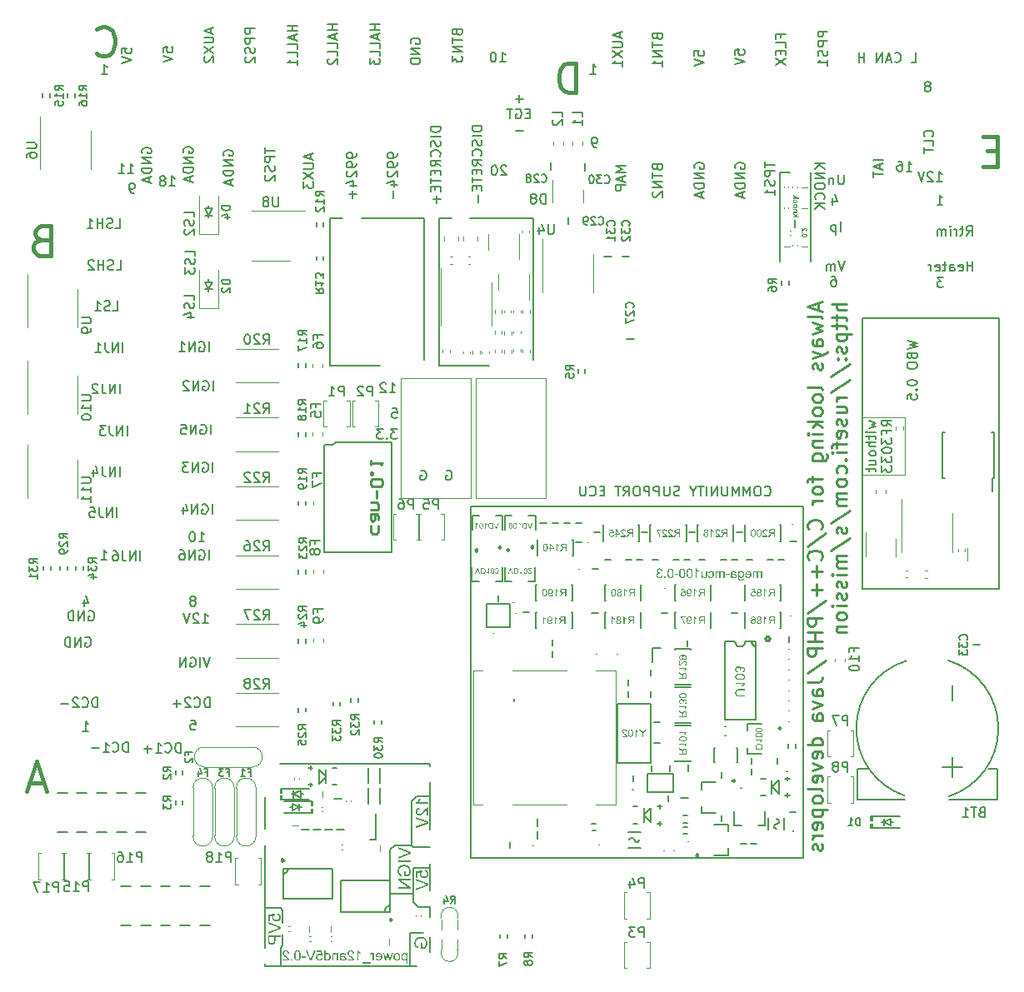
<source format=gbo>
G75*
G70*
%OFA0B0*%
%FSLAX25Y25*%
%IPPOS*%
%LPD*%
%AMOC8*
5,1,8,0,0,1.08239X$1,22.5*
%
%ADD10C,0.00787*%
%ADD100C,0.00394*%
%ADD132C,0.01000*%
%ADD229C,0.00300*%
%ADD79C,0.00591*%
%ADD80C,0.00472*%
%ADD84C,0.01772*%
%ADD85C,0.00669*%
%ADD86C,0.00984*%
%ADD87C,0.00500*%
%ADD89C,0.00800*%
%ADD92C,0.00390*%
X0000000Y0000000D02*
%LPD*%
G01*
D79*
X0155718Y0374456D02*
X0155531Y0374831D01*
X0155531Y0374831D02*
X0155531Y0375394D01*
X0155531Y0375394D02*
X0155718Y0375956D01*
X0155718Y0375956D02*
X0156093Y0376331D01*
X0156093Y0376331D02*
X0156468Y0376519D01*
X0156468Y0376519D02*
X0157218Y0376706D01*
X0157218Y0376706D02*
X0157780Y0376706D01*
X0157780Y0376706D02*
X0158530Y0376519D01*
X0158530Y0376519D02*
X0158905Y0376331D01*
X0158905Y0376331D02*
X0159280Y0375956D01*
X0159280Y0375956D02*
X0159468Y0375394D01*
X0159468Y0375394D02*
X0159468Y0375019D01*
X0159468Y0375019D02*
X0159280Y0374456D01*
X0159280Y0374456D02*
X0159093Y0374269D01*
X0159093Y0374269D02*
X0157780Y0374269D01*
X0157780Y0374269D02*
X0157780Y0375019D01*
X0159468Y0372582D02*
X0155531Y0372582D01*
X0155531Y0372582D02*
X0159468Y0370332D01*
X0159468Y0370332D02*
X0155531Y0370332D01*
X0159468Y0368457D02*
X0155531Y0368457D01*
X0155531Y0368457D02*
X0155531Y0367520D01*
X0155531Y0367520D02*
X0155718Y0366957D01*
X0155718Y0366957D02*
X0156093Y0366582D01*
X0156093Y0366582D02*
X0156468Y0366395D01*
X0156468Y0366395D02*
X0157218Y0366207D01*
X0157218Y0366207D02*
X0157780Y0366207D01*
X0157780Y0366207D02*
X0158530Y0366395D01*
X0158530Y0366395D02*
X0158905Y0366582D01*
X0158905Y0366582D02*
X0159280Y0366957D01*
X0159280Y0366957D02*
X0159468Y0367520D01*
X0159468Y0367520D02*
X0159468Y0368457D01*
X0025441Y0136801D02*
X0025816Y0136989D01*
X0025816Y0136989D02*
X0026378Y0136989D01*
X0026378Y0136989D02*
X0026940Y0136801D01*
X0026940Y0136801D02*
X0027315Y0136426D01*
X0027315Y0136426D02*
X0027503Y0136052D01*
X0027503Y0136052D02*
X0027690Y0135302D01*
X0027690Y0135302D02*
X0027690Y0134739D01*
X0027690Y0134739D02*
X0027503Y0133989D01*
X0027503Y0133989D02*
X0027315Y0133614D01*
X0027315Y0133614D02*
X0026940Y0133239D01*
X0026940Y0133239D02*
X0026378Y0133052D01*
X0026378Y0133052D02*
X0026003Y0133052D01*
X0026003Y0133052D02*
X0025441Y0133239D01*
X0025441Y0133239D02*
X0025253Y0133427D01*
X0025253Y0133427D02*
X0025253Y0134739D01*
X0025253Y0134739D02*
X0026003Y0134739D01*
X0023566Y0133052D02*
X0023566Y0136989D01*
X0023566Y0136989D02*
X0021316Y0133052D01*
X0021316Y0133052D02*
X0021316Y0136989D01*
X0019441Y0133052D02*
X0019441Y0136989D01*
X0019441Y0136989D02*
X0018504Y0136989D01*
X0018504Y0136989D02*
X0017942Y0136801D01*
X0017942Y0136801D02*
X0017567Y0136426D01*
X0017567Y0136426D02*
X0017379Y0136052D01*
X0017379Y0136052D02*
X0017192Y0135302D01*
X0017192Y0135302D02*
X0017192Y0134739D01*
X0017192Y0134739D02*
X0017379Y0133989D01*
X0017379Y0133989D02*
X0017567Y0133614D01*
X0017567Y0133614D02*
X0017942Y0133239D01*
X0017942Y0133239D02*
X0018504Y0133052D01*
X0018504Y0133052D02*
X0019441Y0133052D01*
X0059018Y0317501D02*
X0061267Y0317501D01*
X0060142Y0317501D02*
X0060142Y0321438D01*
X0060142Y0321438D02*
X0060517Y0320875D01*
X0060517Y0320875D02*
X0060892Y0320500D01*
X0060892Y0320500D02*
X0061267Y0320313D01*
X0056768Y0319750D02*
X0057143Y0319938D01*
X0057143Y0319938D02*
X0057330Y0320125D01*
X0057330Y0320125D02*
X0057518Y0320500D01*
X0057518Y0320500D02*
X0057518Y0320688D01*
X0057518Y0320688D02*
X0057330Y0321063D01*
X0057330Y0321063D02*
X0057143Y0321250D01*
X0057143Y0321250D02*
X0056768Y0321438D01*
X0056768Y0321438D02*
X0056018Y0321438D01*
X0056018Y0321438D02*
X0055643Y0321250D01*
X0055643Y0321250D02*
X0055456Y0321063D01*
X0055456Y0321063D02*
X0055268Y0320688D01*
X0055268Y0320688D02*
X0055268Y0320500D01*
X0055268Y0320500D02*
X0055456Y0320125D01*
X0055456Y0320125D02*
X0055643Y0319938D01*
X0055643Y0319938D02*
X0056018Y0319750D01*
X0056018Y0319750D02*
X0056768Y0319750D01*
X0056768Y0319750D02*
X0057143Y0319563D01*
X0057143Y0319563D02*
X0057330Y0319375D01*
X0057330Y0319375D02*
X0057518Y0319001D01*
X0057518Y0319001D02*
X0057518Y0318251D01*
X0057518Y0318251D02*
X0057330Y0317876D01*
X0057330Y0317876D02*
X0057143Y0317688D01*
X0057143Y0317688D02*
X0056768Y0317501D01*
X0056768Y0317501D02*
X0056018Y0317501D01*
X0056018Y0317501D02*
X0055643Y0317688D01*
X0055643Y0317688D02*
X0055456Y0317876D01*
X0055456Y0317876D02*
X0055268Y0318251D01*
X0055268Y0318251D02*
X0055268Y0319001D01*
X0055268Y0319001D02*
X0055456Y0319375D01*
X0055456Y0319375D02*
X0055643Y0319563D01*
X0055643Y0319563D02*
X0056018Y0319750D01*
X0143326Y0382087D02*
X0139389Y0382087D01*
X0141264Y0382087D02*
X0141264Y0379837D01*
X0143326Y0379837D02*
X0139389Y0379837D01*
X0142201Y0378150D02*
X0142201Y0376275D01*
X0143326Y0378525D02*
X0139389Y0377212D01*
X0139389Y0377212D02*
X0143326Y0375900D01*
X0143326Y0372713D02*
X0143326Y0374588D01*
X0143326Y0374588D02*
X0139389Y0374588D01*
X0143326Y0369526D02*
X0143326Y0371400D01*
X0143326Y0371400D02*
X0139389Y0371400D01*
X0139389Y0368588D02*
X0139389Y0366151D01*
X0139389Y0366151D02*
X0140889Y0367463D01*
X0140889Y0367463D02*
X0140889Y0366901D01*
X0140889Y0366901D02*
X0141076Y0366526D01*
X0141076Y0366526D02*
X0141264Y0366339D01*
X0141264Y0366339D02*
X0141639Y0366151D01*
X0141639Y0366151D02*
X0142576Y0366151D01*
X0142576Y0366151D02*
X0142951Y0366339D01*
X0142951Y0366339D02*
X0143139Y0366526D01*
X0143139Y0366526D02*
X0143326Y0366901D01*
X0143326Y0366901D02*
X0143326Y0368026D01*
X0143326Y0368026D02*
X0143139Y0368401D01*
X0143139Y0368401D02*
X0142951Y0368588D01*
X0067567Y0103721D02*
X0069441Y0103721D01*
X0069441Y0103721D02*
X0069629Y0101846D01*
X0069629Y0101846D02*
X0069441Y0102034D01*
X0069441Y0102034D02*
X0069066Y0102221D01*
X0069066Y0102221D02*
X0068129Y0102221D01*
X0068129Y0102221D02*
X0067754Y0102034D01*
X0067754Y0102034D02*
X0067567Y0101846D01*
X0067567Y0101846D02*
X0067379Y0101471D01*
X0067379Y0101471D02*
X0067379Y0100534D01*
X0067379Y0100534D02*
X0067567Y0100159D01*
X0067567Y0100159D02*
X0067754Y0099972D01*
X0067754Y0099972D02*
X0068129Y0099784D01*
X0068129Y0099784D02*
X0069066Y0099784D01*
X0069066Y0099784D02*
X0069441Y0099972D01*
X0069441Y0099972D02*
X0069629Y0100159D01*
X0075225Y0108839D02*
X0075225Y0112776D01*
X0075225Y0112776D02*
X0074288Y0112776D01*
X0074288Y0112776D02*
X0073725Y0112589D01*
X0073725Y0112589D02*
X0073350Y0112214D01*
X0073350Y0112214D02*
X0073163Y0111839D01*
X0073163Y0111839D02*
X0072975Y0111089D01*
X0072975Y0111089D02*
X0072975Y0110527D01*
X0072975Y0110527D02*
X0073163Y0109777D01*
X0073163Y0109777D02*
X0073350Y0109402D01*
X0073350Y0109402D02*
X0073725Y0109027D01*
X0073725Y0109027D02*
X0074288Y0108839D01*
X0074288Y0108839D02*
X0075225Y0108839D01*
X0069038Y0109214D02*
X0069226Y0109027D01*
X0069226Y0109027D02*
X0069788Y0108839D01*
X0069788Y0108839D02*
X0070163Y0108839D01*
X0070163Y0108839D02*
X0070726Y0109027D01*
X0070726Y0109027D02*
X0071100Y0109402D01*
X0071100Y0109402D02*
X0071288Y0109777D01*
X0071288Y0109777D02*
X0071475Y0110527D01*
X0071475Y0110527D02*
X0071475Y0111089D01*
X0071475Y0111089D02*
X0071288Y0111839D01*
X0071288Y0111839D02*
X0071100Y0112214D01*
X0071100Y0112214D02*
X0070726Y0112589D01*
X0070726Y0112589D02*
X0070163Y0112776D01*
X0070163Y0112776D02*
X0069788Y0112776D01*
X0069788Y0112776D02*
X0069226Y0112589D01*
X0069226Y0112589D02*
X0069038Y0112401D01*
X0067538Y0112401D02*
X0067351Y0112589D01*
X0067351Y0112589D02*
X0066976Y0112776D01*
X0066976Y0112776D02*
X0066039Y0112776D01*
X0066039Y0112776D02*
X0065664Y0112589D01*
X0065664Y0112589D02*
X0065476Y0112401D01*
X0065476Y0112401D02*
X0065289Y0112026D01*
X0065289Y0112026D02*
X0065289Y0111651D01*
X0065289Y0111651D02*
X0065476Y0111089D01*
X0065476Y0111089D02*
X0067726Y0108839D01*
X0067726Y0108839D02*
X0065289Y0108839D01*
X0063601Y0110339D02*
X0060602Y0110339D01*
X0062102Y0108839D02*
X0062102Y0111839D01*
X0039295Y0234430D02*
X0039295Y0238367D01*
X0037420Y0234430D02*
X0037420Y0238367D01*
X0037420Y0238367D02*
X0035171Y0234430D01*
X0035171Y0234430D02*
X0035171Y0238367D01*
X0032171Y0238367D02*
X0032171Y0235555D01*
X0032171Y0235555D02*
X0032358Y0234992D01*
X0032358Y0234992D02*
X0032733Y0234617D01*
X0032733Y0234617D02*
X0033296Y0234430D01*
X0033296Y0234430D02*
X0033671Y0234430D01*
X0030484Y0237992D02*
X0030296Y0238179D01*
X0030296Y0238179D02*
X0029921Y0238367D01*
X0029921Y0238367D02*
X0028984Y0238367D01*
X0028984Y0238367D02*
X0028609Y0238179D01*
X0028609Y0238179D02*
X0028421Y0237992D01*
X0028421Y0237992D02*
X0028234Y0237617D01*
X0028234Y0237617D02*
X0028234Y0237242D01*
X0028234Y0237242D02*
X0028421Y0236680D01*
X0028421Y0236680D02*
X0030671Y0234430D01*
X0030671Y0234430D02*
X0028234Y0234430D01*
X0167539Y0341185D02*
X0163602Y0341185D01*
X0163602Y0341185D02*
X0163602Y0340247D01*
X0163602Y0340247D02*
X0163789Y0339685D01*
X0163789Y0339685D02*
X0164164Y0339310D01*
X0164164Y0339310D02*
X0164539Y0339123D01*
X0164539Y0339123D02*
X0165289Y0338935D01*
X0165289Y0338935D02*
X0165851Y0338935D01*
X0165851Y0338935D02*
X0166601Y0339123D01*
X0166601Y0339123D02*
X0166976Y0339310D01*
X0166976Y0339310D02*
X0167351Y0339685D01*
X0167351Y0339685D02*
X0167539Y0340247D01*
X0167539Y0340247D02*
X0167539Y0341185D01*
X0167539Y0337248D02*
X0163602Y0337248D01*
X0167351Y0335561D02*
X0167539Y0334998D01*
X0167539Y0334998D02*
X0167539Y0334061D01*
X0167539Y0334061D02*
X0167351Y0333686D01*
X0167351Y0333686D02*
X0167164Y0333498D01*
X0167164Y0333498D02*
X0166789Y0333311D01*
X0166789Y0333311D02*
X0166414Y0333311D01*
X0166414Y0333311D02*
X0166039Y0333498D01*
X0166039Y0333498D02*
X0165851Y0333686D01*
X0165851Y0333686D02*
X0165664Y0334061D01*
X0165664Y0334061D02*
X0165476Y0334811D01*
X0165476Y0334811D02*
X0165289Y0335186D01*
X0165289Y0335186D02*
X0165101Y0335373D01*
X0165101Y0335373D02*
X0164727Y0335561D01*
X0164727Y0335561D02*
X0164352Y0335561D01*
X0164352Y0335561D02*
X0163977Y0335373D01*
X0163977Y0335373D02*
X0163789Y0335186D01*
X0163789Y0335186D02*
X0163602Y0334811D01*
X0163602Y0334811D02*
X0163602Y0333873D01*
X0163602Y0333873D02*
X0163789Y0333311D01*
X0167164Y0329374D02*
X0167351Y0329561D01*
X0167351Y0329561D02*
X0167539Y0330124D01*
X0167539Y0330124D02*
X0167539Y0330499D01*
X0167539Y0330499D02*
X0167351Y0331061D01*
X0167351Y0331061D02*
X0166976Y0331436D01*
X0166976Y0331436D02*
X0166601Y0331624D01*
X0166601Y0331624D02*
X0165851Y0331811D01*
X0165851Y0331811D02*
X0165289Y0331811D01*
X0165289Y0331811D02*
X0164539Y0331624D01*
X0164539Y0331624D02*
X0164164Y0331436D01*
X0164164Y0331436D02*
X0163789Y0331061D01*
X0163789Y0331061D02*
X0163602Y0330499D01*
X0163602Y0330499D02*
X0163602Y0330124D01*
X0163602Y0330124D02*
X0163789Y0329561D01*
X0163789Y0329561D02*
X0163977Y0329374D01*
X0167539Y0325437D02*
X0165664Y0326749D01*
X0167539Y0327687D02*
X0163602Y0327687D01*
X0163602Y0327687D02*
X0163602Y0326187D01*
X0163602Y0326187D02*
X0163789Y0325812D01*
X0163789Y0325812D02*
X0163977Y0325624D01*
X0163977Y0325624D02*
X0164352Y0325437D01*
X0164352Y0325437D02*
X0164914Y0325437D01*
X0164914Y0325437D02*
X0165289Y0325624D01*
X0165289Y0325624D02*
X0165476Y0325812D01*
X0165476Y0325812D02*
X0165664Y0326187D01*
X0165664Y0326187D02*
X0165664Y0327687D01*
X0165476Y0323750D02*
X0165476Y0322437D01*
X0167539Y0321875D02*
X0167539Y0323750D01*
X0167539Y0323750D02*
X0163602Y0323750D01*
X0163602Y0323750D02*
X0163602Y0321875D01*
X0163602Y0320750D02*
X0163602Y0318500D01*
X0167539Y0319625D02*
X0163602Y0319625D01*
X0165476Y0317188D02*
X0165476Y0315876D01*
X0167539Y0315313D02*
X0167539Y0317188D01*
X0167539Y0317188D02*
X0163602Y0317188D01*
X0163602Y0317188D02*
X0163602Y0315313D01*
X0166039Y0313626D02*
X0166039Y0310626D01*
X0167539Y0312126D02*
X0164539Y0312126D01*
X0324053Y0281280D02*
X0324803Y0281280D01*
X0324803Y0281280D02*
X0325178Y0281093D01*
X0325178Y0281093D02*
X0325366Y0280905D01*
X0325366Y0280905D02*
X0325741Y0280343D01*
X0325741Y0280343D02*
X0325928Y0279593D01*
X0325928Y0279593D02*
X0325928Y0278093D01*
X0325928Y0278093D02*
X0325741Y0277718D01*
X0325741Y0277718D02*
X0325553Y0277531D01*
X0325553Y0277531D02*
X0325178Y0277343D01*
X0325178Y0277343D02*
X0324428Y0277343D01*
X0324428Y0277343D02*
X0324053Y0277531D01*
X0324053Y0277531D02*
X0323866Y0277718D01*
X0323866Y0277718D02*
X0323678Y0278093D01*
X0323678Y0278093D02*
X0323678Y0279031D01*
X0323678Y0279031D02*
X0323866Y0279405D01*
X0323866Y0279405D02*
X0324053Y0279593D01*
X0324053Y0279593D02*
X0324428Y0279780D01*
X0324428Y0279780D02*
X0325178Y0279780D01*
X0325178Y0279780D02*
X0325553Y0279593D01*
X0325553Y0279593D02*
X0325741Y0279405D01*
X0325741Y0279405D02*
X0325928Y0279031D01*
X0039980Y0370632D02*
X0039980Y0372507D01*
X0039980Y0372507D02*
X0041854Y0372694D01*
X0041854Y0372694D02*
X0041667Y0372507D01*
X0041667Y0372507D02*
X0041479Y0372132D01*
X0041479Y0372132D02*
X0041479Y0371194D01*
X0041479Y0371194D02*
X0041667Y0370819D01*
X0041667Y0370819D02*
X0041854Y0370632D01*
X0041854Y0370632D02*
X0042229Y0370444D01*
X0042229Y0370444D02*
X0043167Y0370444D01*
X0043167Y0370444D02*
X0043542Y0370632D01*
X0043542Y0370632D02*
X0043729Y0370819D01*
X0043729Y0370819D02*
X0043917Y0371194D01*
X0043917Y0371194D02*
X0043917Y0372132D01*
X0043917Y0372132D02*
X0043729Y0372507D01*
X0043729Y0372507D02*
X0043542Y0372694D01*
X0039980Y0369319D02*
X0043917Y0368007D01*
X0043917Y0368007D02*
X0039980Y0366695D01*
X0150187Y0220257D02*
X0147750Y0220257D01*
X0147750Y0220257D02*
X0149063Y0218757D01*
X0149063Y0218757D02*
X0148500Y0218757D01*
X0148500Y0218757D02*
X0148125Y0218569D01*
X0148125Y0218569D02*
X0147938Y0218382D01*
X0147938Y0218382D02*
X0147750Y0218007D01*
X0147750Y0218007D02*
X0147750Y0217070D01*
X0147750Y0217070D02*
X0147938Y0216695D01*
X0147938Y0216695D02*
X0148125Y0216507D01*
X0148125Y0216507D02*
X0148500Y0216320D01*
X0148500Y0216320D02*
X0149625Y0216320D01*
X0149625Y0216320D02*
X0150000Y0216507D01*
X0150000Y0216507D02*
X0150187Y0216695D01*
X0146063Y0216695D02*
X0145876Y0216507D01*
X0145876Y0216507D02*
X0146063Y0216320D01*
X0146063Y0216320D02*
X0146250Y0216507D01*
X0146250Y0216507D02*
X0146063Y0216695D01*
X0146063Y0216695D02*
X0146063Y0216320D01*
X0144563Y0220257D02*
X0142126Y0220257D01*
X0142126Y0220257D02*
X0143438Y0218757D01*
X0143438Y0218757D02*
X0142876Y0218757D01*
X0142876Y0218757D02*
X0142501Y0218569D01*
X0142501Y0218569D02*
X0142313Y0218382D01*
X0142313Y0218382D02*
X0142126Y0218007D01*
X0142126Y0218007D02*
X0142126Y0217070D01*
X0142126Y0217070D02*
X0142313Y0216695D01*
X0142313Y0216695D02*
X0142501Y0216507D01*
X0142501Y0216507D02*
X0142876Y0216320D01*
X0142876Y0216320D02*
X0144001Y0216320D01*
X0144001Y0216320D02*
X0144376Y0216507D01*
X0144376Y0216507D02*
X0144563Y0216695D01*
X0070871Y0175199D02*
X0073121Y0175199D01*
X0071996Y0175199D02*
X0071996Y0179136D01*
X0071996Y0179136D02*
X0072371Y0178574D01*
X0072371Y0178574D02*
X0072746Y0178199D01*
X0072746Y0178199D02*
X0073121Y0178011D01*
X0068434Y0179136D02*
X0068059Y0179136D01*
X0068059Y0179136D02*
X0067684Y0178949D01*
X0067684Y0178949D02*
X0067496Y0178761D01*
X0067496Y0178761D02*
X0067309Y0178386D01*
X0067309Y0178386D02*
X0067121Y0177636D01*
X0067121Y0177636D02*
X0067121Y0176699D01*
X0067121Y0176699D02*
X0067309Y0175949D01*
X0067309Y0175949D02*
X0067496Y0175574D01*
X0067496Y0175574D02*
X0067684Y0175387D01*
X0067684Y0175387D02*
X0068059Y0175199D01*
X0068059Y0175199D02*
X0068434Y0175199D01*
X0068434Y0175199D02*
X0068809Y0175387D01*
X0068809Y0175387D02*
X0068996Y0175574D01*
X0068996Y0175574D02*
X0069184Y0175949D01*
X0069184Y0175949D02*
X0069371Y0176699D01*
X0069371Y0176699D02*
X0069371Y0177636D01*
X0069371Y0177636D02*
X0069184Y0178386D01*
X0069184Y0178386D02*
X0068996Y0178761D01*
X0068996Y0178761D02*
X0068809Y0178949D01*
X0068809Y0178949D02*
X0068434Y0179136D01*
X0026819Y0147234D02*
X0027193Y0147422D01*
X0027193Y0147422D02*
X0027756Y0147422D01*
X0027756Y0147422D02*
X0028318Y0147234D01*
X0028318Y0147234D02*
X0028693Y0146860D01*
X0028693Y0146860D02*
X0028881Y0146485D01*
X0028881Y0146485D02*
X0029068Y0145735D01*
X0029068Y0145735D02*
X0029068Y0145172D01*
X0029068Y0145172D02*
X0028881Y0144422D01*
X0028881Y0144422D02*
X0028693Y0144047D01*
X0028693Y0144047D02*
X0028318Y0143672D01*
X0028318Y0143672D02*
X0027756Y0143485D01*
X0027756Y0143485D02*
X0027381Y0143485D01*
X0027381Y0143485D02*
X0026819Y0143672D01*
X0026819Y0143672D02*
X0026631Y0143860D01*
X0026631Y0143860D02*
X0026631Y0145172D01*
X0026631Y0145172D02*
X0027381Y0145172D01*
X0024944Y0143485D02*
X0024944Y0147422D01*
X0024944Y0147422D02*
X0022694Y0143485D01*
X0022694Y0143485D02*
X0022694Y0147422D01*
X0020819Y0143485D02*
X0020819Y0147422D01*
X0020819Y0147422D02*
X0019882Y0147422D01*
X0019882Y0147422D02*
X0019319Y0147234D01*
X0019319Y0147234D02*
X0018945Y0146860D01*
X0018945Y0146860D02*
X0018757Y0146485D01*
X0018757Y0146485D02*
X0018570Y0145735D01*
X0018570Y0145735D02*
X0018570Y0145172D01*
X0018570Y0145172D02*
X0018757Y0144422D01*
X0018757Y0144422D02*
X0018945Y0144047D01*
X0018945Y0144047D02*
X0019319Y0143672D01*
X0019319Y0143672D02*
X0019882Y0143485D01*
X0019882Y0143485D02*
X0020819Y0143485D01*
X0068917Y0271822D02*
X0068917Y0273697D01*
X0068917Y0273697D02*
X0064980Y0273697D01*
X0068729Y0270697D02*
X0068917Y0270135D01*
X0068917Y0270135D02*
X0068917Y0269198D01*
X0068917Y0269198D02*
X0068729Y0268823D01*
X0068729Y0268823D02*
X0068542Y0268635D01*
X0068542Y0268635D02*
X0068167Y0268448D01*
X0068167Y0268448D02*
X0067792Y0268448D01*
X0067792Y0268448D02*
X0067417Y0268635D01*
X0067417Y0268635D02*
X0067229Y0268823D01*
X0067229Y0268823D02*
X0067042Y0269198D01*
X0067042Y0269198D02*
X0066854Y0269948D01*
X0066854Y0269948D02*
X0066667Y0270322D01*
X0066667Y0270322D02*
X0066479Y0270510D01*
X0066479Y0270510D02*
X0066104Y0270697D01*
X0066104Y0270697D02*
X0065730Y0270697D01*
X0065730Y0270697D02*
X0065355Y0270510D01*
X0065355Y0270510D02*
X0065167Y0270322D01*
X0065167Y0270322D02*
X0064980Y0269948D01*
X0064980Y0269948D02*
X0064980Y0269010D01*
X0064980Y0269010D02*
X0065167Y0268448D01*
X0066292Y0265073D02*
X0068917Y0265073D01*
X0064792Y0266010D02*
X0067604Y0266948D01*
X0067604Y0266948D02*
X0067604Y0264511D01*
X0254256Y0377203D02*
X0254443Y0376640D01*
X0254443Y0376640D02*
X0254631Y0376453D01*
X0254631Y0376453D02*
X0255006Y0376265D01*
X0255006Y0376265D02*
X0255568Y0376265D01*
X0255568Y0376265D02*
X0255943Y0376453D01*
X0255943Y0376453D02*
X0256131Y0376640D01*
X0256131Y0376640D02*
X0256318Y0377015D01*
X0256318Y0377015D02*
X0256318Y0378515D01*
X0256318Y0378515D02*
X0252381Y0378515D01*
X0252381Y0378515D02*
X0252381Y0377203D01*
X0252381Y0377203D02*
X0252569Y0376828D01*
X0252569Y0376828D02*
X0252756Y0376640D01*
X0252756Y0376640D02*
X0253131Y0376453D01*
X0253131Y0376453D02*
X0253506Y0376453D01*
X0253506Y0376453D02*
X0253881Y0376640D01*
X0253881Y0376640D02*
X0254068Y0376828D01*
X0254068Y0376828D02*
X0254256Y0377203D01*
X0254256Y0377203D02*
X0254256Y0378515D01*
X0252381Y0375141D02*
X0252381Y0372891D01*
X0256318Y0374016D02*
X0252381Y0374016D01*
X0256318Y0371579D02*
X0252381Y0371579D01*
X0252381Y0371579D02*
X0256318Y0369329D01*
X0256318Y0369329D02*
X0252381Y0369329D01*
X0256318Y0365392D02*
X0256318Y0367642D01*
X0256318Y0366517D02*
X0252381Y0366517D01*
X0252381Y0366517D02*
X0252944Y0366892D01*
X0252944Y0366892D02*
X0253319Y0367267D01*
X0253319Y0367267D02*
X0253506Y0367642D01*
X0044844Y0314745D02*
X0044094Y0314745D01*
X0044094Y0314745D02*
X0043720Y0314932D01*
X0043720Y0314932D02*
X0043532Y0315120D01*
X0043532Y0315120D02*
X0043157Y0315682D01*
X0043157Y0315682D02*
X0042970Y0316432D01*
X0042970Y0316432D02*
X0042970Y0317932D01*
X0042970Y0317932D02*
X0043157Y0318307D01*
X0043157Y0318307D02*
X0043345Y0318494D01*
X0043345Y0318494D02*
X0043720Y0318682D01*
X0043720Y0318682D02*
X0044469Y0318682D01*
X0044469Y0318682D02*
X0044844Y0318494D01*
X0044844Y0318494D02*
X0045032Y0318307D01*
X0045032Y0318307D02*
X0045219Y0317932D01*
X0045219Y0317932D02*
X0045219Y0316995D01*
X0045219Y0316995D02*
X0045032Y0316620D01*
X0045032Y0316620D02*
X0044844Y0316432D01*
X0044844Y0316432D02*
X0044469Y0316245D01*
X0044469Y0316245D02*
X0043720Y0316245D01*
X0043720Y0316245D02*
X0043345Y0316432D01*
X0043345Y0316432D02*
X0043157Y0316620D01*
X0043157Y0316620D02*
X0042970Y0316995D01*
X0150176Y0330504D02*
X0150176Y0329754D01*
X0150176Y0329754D02*
X0149989Y0329379D01*
X0149989Y0329379D02*
X0149801Y0329192D01*
X0149801Y0329192D02*
X0149239Y0328817D01*
X0149239Y0328817D02*
X0148489Y0328630D01*
X0148489Y0328630D02*
X0146989Y0328630D01*
X0146989Y0328630D02*
X0146614Y0328817D01*
X0146614Y0328817D02*
X0146427Y0329004D01*
X0146427Y0329004D02*
X0146239Y0329379D01*
X0146239Y0329379D02*
X0146239Y0330129D01*
X0146239Y0330129D02*
X0146427Y0330504D01*
X0146427Y0330504D02*
X0146614Y0330692D01*
X0146614Y0330692D02*
X0146989Y0330879D01*
X0146989Y0330879D02*
X0147927Y0330879D01*
X0147927Y0330879D02*
X0148302Y0330692D01*
X0148302Y0330692D02*
X0148489Y0330504D01*
X0148489Y0330504D02*
X0148677Y0330129D01*
X0148677Y0330129D02*
X0148677Y0329379D01*
X0148677Y0329379D02*
X0148489Y0329004D01*
X0148489Y0329004D02*
X0148302Y0328817D01*
X0148302Y0328817D02*
X0147927Y0328630D01*
X0150176Y0326755D02*
X0150176Y0326005D01*
X0150176Y0326005D02*
X0149989Y0325630D01*
X0149989Y0325630D02*
X0149801Y0325442D01*
X0149801Y0325442D02*
X0149239Y0325067D01*
X0149239Y0325067D02*
X0148489Y0324880D01*
X0148489Y0324880D02*
X0146989Y0324880D01*
X0146989Y0324880D02*
X0146614Y0325067D01*
X0146614Y0325067D02*
X0146427Y0325255D01*
X0146427Y0325255D02*
X0146239Y0325630D01*
X0146239Y0325630D02*
X0146239Y0326380D01*
X0146239Y0326380D02*
X0146427Y0326755D01*
X0146427Y0326755D02*
X0146614Y0326942D01*
X0146614Y0326942D02*
X0146989Y0327130D01*
X0146989Y0327130D02*
X0147927Y0327130D01*
X0147927Y0327130D02*
X0148302Y0326942D01*
X0148302Y0326942D02*
X0148489Y0326755D01*
X0148489Y0326755D02*
X0148677Y0326380D01*
X0148677Y0326380D02*
X0148677Y0325630D01*
X0148677Y0325630D02*
X0148489Y0325255D01*
X0148489Y0325255D02*
X0148302Y0325067D01*
X0148302Y0325067D02*
X0147927Y0324880D01*
X0146614Y0323380D02*
X0146427Y0323193D01*
X0146427Y0323193D02*
X0146239Y0322818D01*
X0146239Y0322818D02*
X0146239Y0321880D01*
X0146239Y0321880D02*
X0146427Y0321505D01*
X0146427Y0321505D02*
X0146614Y0321318D01*
X0146614Y0321318D02*
X0146989Y0321130D01*
X0146989Y0321130D02*
X0147364Y0321130D01*
X0147364Y0321130D02*
X0147927Y0321318D01*
X0147927Y0321318D02*
X0150176Y0323568D01*
X0150176Y0323568D02*
X0150176Y0321130D01*
X0147552Y0317756D02*
X0150176Y0317756D01*
X0146052Y0318693D02*
X0148864Y0319631D01*
X0148864Y0319631D02*
X0148864Y0317193D01*
X0148677Y0315694D02*
X0148677Y0312694D01*
X0042482Y0322619D02*
X0044732Y0322619D01*
X0043607Y0322619D02*
X0043607Y0326556D01*
X0043607Y0326556D02*
X0043982Y0325993D01*
X0043982Y0325993D02*
X0044357Y0325618D01*
X0044357Y0325618D02*
X0044732Y0325431D01*
X0038733Y0322619D02*
X0040982Y0322619D01*
X0039858Y0322619D02*
X0039858Y0326556D01*
X0039858Y0326556D02*
X0040232Y0325993D01*
X0040232Y0325993D02*
X0040607Y0325618D01*
X0040607Y0325618D02*
X0040982Y0325431D01*
X0110255Y0381693D02*
X0106318Y0381693D01*
X0108193Y0381693D02*
X0108193Y0379443D01*
X0110255Y0379443D02*
X0106318Y0379443D01*
X0109130Y0377756D02*
X0109130Y0375881D01*
X0110255Y0378131D02*
X0106318Y0376819D01*
X0106318Y0376819D02*
X0110255Y0375506D01*
X0110255Y0372319D02*
X0110255Y0374194D01*
X0110255Y0374194D02*
X0106318Y0374194D01*
X0110255Y0369132D02*
X0110255Y0371007D01*
X0110255Y0371007D02*
X0106318Y0371007D01*
X0110255Y0365757D02*
X0110255Y0368007D01*
X0110255Y0366882D02*
X0106318Y0366882D01*
X0106318Y0366882D02*
X0106881Y0367257D01*
X0106881Y0367257D02*
X0107256Y0367632D01*
X0107256Y0367632D02*
X0107443Y0368007D01*
X0024841Y0152015D02*
X0024841Y0149390D01*
X0025778Y0153515D02*
X0026715Y0150703D01*
X0026715Y0150703D02*
X0024278Y0150703D01*
D84*
X0007621Y0295894D02*
X0005934Y0295331D01*
X0005934Y0295331D02*
X0005371Y0294769D01*
X0005371Y0294769D02*
X0004809Y0293644D01*
X0004809Y0293644D02*
X0004809Y0291957D01*
X0004809Y0291957D02*
X0005371Y0290832D01*
X0005371Y0290832D02*
X0005934Y0290269D01*
X0005934Y0290269D02*
X0007058Y0289707D01*
X0007058Y0289707D02*
X0011558Y0289707D01*
X0011558Y0289707D02*
X0011558Y0301518D01*
X0011558Y0301518D02*
X0007621Y0301518D01*
X0007621Y0301518D02*
X0006496Y0300955D01*
X0006496Y0300955D02*
X0005934Y0300393D01*
X0005934Y0300393D02*
X0005371Y0299268D01*
X0005371Y0299268D02*
X0005371Y0298143D01*
X0005371Y0298143D02*
X0005934Y0297018D01*
X0005934Y0297018D02*
X0006496Y0296456D01*
X0006496Y0296456D02*
X0007621Y0295894D01*
X0007621Y0295894D02*
X0011558Y0295894D01*
D79*
X0380474Y0283446D02*
X0380474Y0287383D01*
X0380474Y0285508D02*
X0378225Y0285508D01*
X0378225Y0283446D02*
X0378225Y0287383D01*
X0374850Y0283633D02*
X0375225Y0283446D01*
X0375225Y0283446D02*
X0375975Y0283446D01*
X0375975Y0283446D02*
X0376350Y0283633D01*
X0376350Y0283633D02*
X0376537Y0284008D01*
X0376537Y0284008D02*
X0376537Y0285508D01*
X0376537Y0285508D02*
X0376350Y0285883D01*
X0376350Y0285883D02*
X0375975Y0286070D01*
X0375975Y0286070D02*
X0375225Y0286070D01*
X0375225Y0286070D02*
X0374850Y0285883D01*
X0374850Y0285883D02*
X0374663Y0285508D01*
X0374663Y0285508D02*
X0374663Y0285133D01*
X0374663Y0285133D02*
X0376537Y0284758D01*
X0371288Y0283446D02*
X0371288Y0285508D01*
X0371288Y0285508D02*
X0371475Y0285883D01*
X0371475Y0285883D02*
X0371850Y0286070D01*
X0371850Y0286070D02*
X0372600Y0286070D01*
X0372600Y0286070D02*
X0372975Y0285883D01*
X0371288Y0283633D02*
X0371663Y0283446D01*
X0371663Y0283446D02*
X0372600Y0283446D01*
X0372600Y0283446D02*
X0372975Y0283633D01*
X0372975Y0283633D02*
X0373163Y0284008D01*
X0373163Y0284008D02*
X0373163Y0284383D01*
X0373163Y0284383D02*
X0372975Y0284758D01*
X0372975Y0284758D02*
X0372600Y0284945D01*
X0372600Y0284945D02*
X0371663Y0284945D01*
X0371663Y0284945D02*
X0371288Y0285133D01*
X0369976Y0286070D02*
X0368476Y0286070D01*
X0369413Y0287383D02*
X0369413Y0284008D01*
X0369413Y0284008D02*
X0369226Y0283633D01*
X0369226Y0283633D02*
X0368851Y0283446D01*
X0368851Y0283446D02*
X0368476Y0283446D01*
X0365664Y0283633D02*
X0366039Y0283446D01*
X0366039Y0283446D02*
X0366789Y0283446D01*
X0366789Y0283446D02*
X0367163Y0283633D01*
X0367163Y0283633D02*
X0367351Y0284008D01*
X0367351Y0284008D02*
X0367351Y0285508D01*
X0367351Y0285508D02*
X0367163Y0285883D01*
X0367163Y0285883D02*
X0366789Y0286070D01*
X0366789Y0286070D02*
X0366039Y0286070D01*
X0366039Y0286070D02*
X0365664Y0285883D01*
X0365664Y0285883D02*
X0365476Y0285508D01*
X0365476Y0285508D02*
X0365476Y0285133D01*
X0365476Y0285133D02*
X0367351Y0284758D01*
X0363789Y0283446D02*
X0363789Y0286070D01*
X0363789Y0285320D02*
X0363601Y0285695D01*
X0363601Y0285695D02*
X0363414Y0285883D01*
X0363414Y0285883D02*
X0363039Y0286070D01*
X0363039Y0286070D02*
X0362664Y0286070D01*
X0368635Y0280887D02*
X0366198Y0280887D01*
X0366198Y0280887D02*
X0367510Y0279387D01*
X0367510Y0279387D02*
X0366948Y0279387D01*
X0366948Y0279387D02*
X0366573Y0279199D01*
X0366573Y0279199D02*
X0366385Y0279012D01*
X0366385Y0279012D02*
X0366198Y0278637D01*
X0366198Y0278637D02*
X0366198Y0277699D01*
X0366198Y0277699D02*
X0366385Y0277324D01*
X0366385Y0277324D02*
X0366573Y0277137D01*
X0366573Y0277137D02*
X0366948Y0276950D01*
X0366948Y0276950D02*
X0368073Y0276950D01*
X0368073Y0276950D02*
X0368448Y0277137D01*
X0368448Y0277137D02*
X0368635Y0277324D01*
X0069310Y0289539D02*
X0069310Y0291414D01*
X0069310Y0291414D02*
X0065373Y0291414D01*
X0069123Y0288414D02*
X0069310Y0287852D01*
X0069310Y0287852D02*
X0069310Y0286914D01*
X0069310Y0286914D02*
X0069123Y0286539D01*
X0069123Y0286539D02*
X0068935Y0286352D01*
X0068935Y0286352D02*
X0068560Y0286164D01*
X0068560Y0286164D02*
X0068185Y0286164D01*
X0068185Y0286164D02*
X0067810Y0286352D01*
X0067810Y0286352D02*
X0067623Y0286539D01*
X0067623Y0286539D02*
X0067436Y0286914D01*
X0067436Y0286914D02*
X0067248Y0287664D01*
X0067248Y0287664D02*
X0067061Y0288039D01*
X0067061Y0288039D02*
X0066873Y0288226D01*
X0066873Y0288226D02*
X0066498Y0288414D01*
X0066498Y0288414D02*
X0066123Y0288414D01*
X0066123Y0288414D02*
X0065748Y0288226D01*
X0065748Y0288226D02*
X0065561Y0288039D01*
X0065561Y0288039D02*
X0065373Y0287664D01*
X0065373Y0287664D02*
X0065373Y0286727D01*
X0065373Y0286727D02*
X0065561Y0286164D01*
X0065373Y0284852D02*
X0065373Y0282415D01*
X0065373Y0282415D02*
X0066873Y0283727D01*
X0066873Y0283727D02*
X0066873Y0283165D01*
X0066873Y0283165D02*
X0067061Y0282790D01*
X0067061Y0282790D02*
X0067248Y0282602D01*
X0067248Y0282602D02*
X0067623Y0282415D01*
X0067623Y0282415D02*
X0068560Y0282415D01*
X0068560Y0282415D02*
X0068935Y0282602D01*
X0068935Y0282602D02*
X0069123Y0282790D01*
X0069123Y0282790D02*
X0069310Y0283165D01*
X0069310Y0283165D02*
X0069310Y0284289D01*
X0069310Y0284289D02*
X0069123Y0284664D01*
X0069123Y0284664D02*
X0068935Y0284852D01*
X0285255Y0370041D02*
X0285255Y0371916D01*
X0285255Y0371916D02*
X0287130Y0372103D01*
X0287130Y0372103D02*
X0286942Y0371916D01*
X0286942Y0371916D02*
X0286755Y0371541D01*
X0286755Y0371541D02*
X0286755Y0370604D01*
X0286755Y0370604D02*
X0286942Y0370229D01*
X0286942Y0370229D02*
X0287130Y0370041D01*
X0287130Y0370041D02*
X0287505Y0369854D01*
X0287505Y0369854D02*
X0288442Y0369854D01*
X0288442Y0369854D02*
X0288817Y0370041D01*
X0288817Y0370041D02*
X0289005Y0370229D01*
X0289005Y0370229D02*
X0289192Y0370604D01*
X0289192Y0370604D02*
X0289192Y0371541D01*
X0289192Y0371541D02*
X0289005Y0371916D01*
X0289005Y0371916D02*
X0288817Y0372103D01*
X0285255Y0368729D02*
X0289192Y0367417D01*
X0289192Y0367417D02*
X0285255Y0366104D01*
D86*
X0318681Y0270669D02*
X0318681Y0267856D01*
X0320368Y0271231D02*
X0314462Y0269262D01*
X0314462Y0269262D02*
X0320368Y0267294D01*
X0320368Y0264482D02*
X0320087Y0265044D01*
X0320087Y0265044D02*
X0319524Y0265325D01*
X0319524Y0265325D02*
X0314462Y0265325D01*
X0316431Y0262795D02*
X0320368Y0261670D01*
X0320368Y0261670D02*
X0317556Y0260545D01*
X0317556Y0260545D02*
X0320368Y0259420D01*
X0320368Y0259420D02*
X0316431Y0258295D01*
X0320368Y0253514D02*
X0317275Y0253514D01*
X0317275Y0253514D02*
X0316712Y0253796D01*
X0316712Y0253796D02*
X0316431Y0254358D01*
X0316431Y0254358D02*
X0316431Y0255483D01*
X0316431Y0255483D02*
X0316712Y0256045D01*
X0320087Y0253514D02*
X0320368Y0254077D01*
X0320368Y0254077D02*
X0320368Y0255483D01*
X0320368Y0255483D02*
X0320087Y0256045D01*
X0320087Y0256045D02*
X0319524Y0256327D01*
X0319524Y0256327D02*
X0318962Y0256327D01*
X0318962Y0256327D02*
X0318399Y0256045D01*
X0318399Y0256045D02*
X0318118Y0255483D01*
X0318118Y0255483D02*
X0318118Y0254077D01*
X0318118Y0254077D02*
X0317837Y0253514D01*
X0316431Y0251265D02*
X0320368Y0249859D01*
X0316431Y0248453D02*
X0320368Y0249859D01*
X0320368Y0249859D02*
X0321774Y0250421D01*
X0321774Y0250421D02*
X0322055Y0250702D01*
X0322055Y0250702D02*
X0322336Y0251265D01*
X0320087Y0246484D02*
X0320368Y0245922D01*
X0320368Y0245922D02*
X0320368Y0244797D01*
X0320368Y0244797D02*
X0320087Y0244234D01*
X0320087Y0244234D02*
X0319524Y0243953D01*
X0319524Y0243953D02*
X0319243Y0243953D01*
X0319243Y0243953D02*
X0318681Y0244234D01*
X0318681Y0244234D02*
X0318399Y0244797D01*
X0318399Y0244797D02*
X0318399Y0245640D01*
X0318399Y0245640D02*
X0318118Y0246203D01*
X0318118Y0246203D02*
X0317556Y0246484D01*
X0317556Y0246484D02*
X0317275Y0246484D01*
X0317275Y0246484D02*
X0316712Y0246203D01*
X0316712Y0246203D02*
X0316431Y0245640D01*
X0316431Y0245640D02*
X0316431Y0244797D01*
X0316431Y0244797D02*
X0316712Y0244234D01*
X0320368Y0236079D02*
X0320087Y0236642D01*
X0320087Y0236642D02*
X0319524Y0236923D01*
X0319524Y0236923D02*
X0314462Y0236923D01*
X0320368Y0232986D02*
X0320087Y0233548D01*
X0320087Y0233548D02*
X0319806Y0233829D01*
X0319806Y0233829D02*
X0319243Y0234111D01*
X0319243Y0234111D02*
X0317556Y0234111D01*
X0317556Y0234111D02*
X0316993Y0233829D01*
X0316993Y0233829D02*
X0316712Y0233548D01*
X0316712Y0233548D02*
X0316431Y0232986D01*
X0316431Y0232986D02*
X0316431Y0232142D01*
X0316431Y0232142D02*
X0316712Y0231580D01*
X0316712Y0231580D02*
X0316993Y0231298D01*
X0316993Y0231298D02*
X0317556Y0231017D01*
X0317556Y0231017D02*
X0319243Y0231017D01*
X0319243Y0231017D02*
X0319806Y0231298D01*
X0319806Y0231298D02*
X0320087Y0231580D01*
X0320087Y0231580D02*
X0320368Y0232142D01*
X0320368Y0232142D02*
X0320368Y0232986D01*
X0320368Y0227643D02*
X0320087Y0228205D01*
X0320087Y0228205D02*
X0319806Y0228486D01*
X0319806Y0228486D02*
X0319243Y0228768D01*
X0319243Y0228768D02*
X0317556Y0228768D01*
X0317556Y0228768D02*
X0316993Y0228486D01*
X0316993Y0228486D02*
X0316712Y0228205D01*
X0316712Y0228205D02*
X0316431Y0227643D01*
X0316431Y0227643D02*
X0316431Y0226799D01*
X0316431Y0226799D02*
X0316712Y0226237D01*
X0316712Y0226237D02*
X0316993Y0225955D01*
X0316993Y0225955D02*
X0317556Y0225674D01*
X0317556Y0225674D02*
X0319243Y0225674D01*
X0319243Y0225674D02*
X0319806Y0225955D01*
X0319806Y0225955D02*
X0320087Y0226237D01*
X0320087Y0226237D02*
X0320368Y0226799D01*
X0320368Y0226799D02*
X0320368Y0227643D01*
X0320368Y0223143D02*
X0314462Y0223143D01*
X0318118Y0222581D02*
X0320368Y0220894D01*
X0316431Y0220894D02*
X0318681Y0223143D01*
X0320368Y0218363D02*
X0316431Y0218363D01*
X0314462Y0218363D02*
X0314744Y0218644D01*
X0314744Y0218644D02*
X0315025Y0218363D01*
X0315025Y0218363D02*
X0314744Y0218081D01*
X0314744Y0218081D02*
X0314462Y0218363D01*
X0314462Y0218363D02*
X0315025Y0218363D01*
X0316431Y0215550D02*
X0320368Y0215550D01*
X0316993Y0215550D02*
X0316712Y0215269D01*
X0316712Y0215269D02*
X0316431Y0214707D01*
X0316431Y0214707D02*
X0316431Y0213863D01*
X0316431Y0213863D02*
X0316712Y0213301D01*
X0316712Y0213301D02*
X0317275Y0213020D01*
X0317275Y0213020D02*
X0320368Y0213020D01*
X0316431Y0207676D02*
X0321212Y0207676D01*
X0321212Y0207676D02*
X0321774Y0207958D01*
X0321774Y0207958D02*
X0322055Y0208239D01*
X0322055Y0208239D02*
X0322336Y0208801D01*
X0322336Y0208801D02*
X0322336Y0209645D01*
X0322336Y0209645D02*
X0322055Y0210207D01*
X0320087Y0207676D02*
X0320368Y0208239D01*
X0320368Y0208239D02*
X0320368Y0209364D01*
X0320368Y0209364D02*
X0320087Y0209926D01*
X0320087Y0209926D02*
X0319806Y0210207D01*
X0319806Y0210207D02*
X0319243Y0210489D01*
X0319243Y0210489D02*
X0317556Y0210489D01*
X0317556Y0210489D02*
X0316993Y0210207D01*
X0316993Y0210207D02*
X0316712Y0209926D01*
X0316712Y0209926D02*
X0316431Y0209364D01*
X0316431Y0209364D02*
X0316431Y0208239D01*
X0316431Y0208239D02*
X0316712Y0207676D01*
X0316431Y0201208D02*
X0316431Y0198959D01*
X0320368Y0200365D02*
X0315306Y0200365D01*
X0315306Y0200365D02*
X0314744Y0200084D01*
X0314744Y0200084D02*
X0314462Y0199521D01*
X0314462Y0199521D02*
X0314462Y0198959D01*
X0320368Y0196147D02*
X0320087Y0196709D01*
X0320087Y0196709D02*
X0319806Y0196990D01*
X0319806Y0196990D02*
X0319243Y0197271D01*
X0319243Y0197271D02*
X0317556Y0197271D01*
X0317556Y0197271D02*
X0316993Y0196990D01*
X0316993Y0196990D02*
X0316712Y0196709D01*
X0316712Y0196709D02*
X0316431Y0196147D01*
X0316431Y0196147D02*
X0316431Y0195303D01*
X0316431Y0195303D02*
X0316712Y0194741D01*
X0316712Y0194741D02*
X0316993Y0194459D01*
X0316993Y0194459D02*
X0317556Y0194178D01*
X0317556Y0194178D02*
X0319243Y0194178D01*
X0319243Y0194178D02*
X0319806Y0194459D01*
X0319806Y0194459D02*
X0320087Y0194741D01*
X0320087Y0194741D02*
X0320368Y0195303D01*
X0320368Y0195303D02*
X0320368Y0196147D01*
X0320368Y0191647D02*
X0316431Y0191647D01*
X0317556Y0191647D02*
X0316993Y0191366D01*
X0316993Y0191366D02*
X0316712Y0191085D01*
X0316712Y0191085D02*
X0316431Y0190522D01*
X0316431Y0190522D02*
X0316431Y0189960D01*
X0319806Y0180117D02*
X0320087Y0180399D01*
X0320087Y0180399D02*
X0320368Y0181242D01*
X0320368Y0181242D02*
X0320368Y0181805D01*
X0320368Y0181805D02*
X0320087Y0182648D01*
X0320087Y0182648D02*
X0319524Y0183211D01*
X0319524Y0183211D02*
X0318962Y0183492D01*
X0318962Y0183492D02*
X0317837Y0183773D01*
X0317837Y0183773D02*
X0316993Y0183773D01*
X0316993Y0183773D02*
X0315869Y0183492D01*
X0315869Y0183492D02*
X0315306Y0183211D01*
X0315306Y0183211D02*
X0314744Y0182648D01*
X0314744Y0182648D02*
X0314462Y0181805D01*
X0314462Y0181805D02*
X0314462Y0181242D01*
X0314462Y0181242D02*
X0314744Y0180399D01*
X0314744Y0180399D02*
X0315025Y0180117D01*
X0314181Y0173368D02*
X0321774Y0178430D01*
X0319806Y0168025D02*
X0320087Y0168306D01*
X0320087Y0168306D02*
X0320368Y0169150D01*
X0320368Y0169150D02*
X0320368Y0169712D01*
X0320368Y0169712D02*
X0320087Y0170556D01*
X0320087Y0170556D02*
X0319524Y0171118D01*
X0319524Y0171118D02*
X0318962Y0171400D01*
X0318962Y0171400D02*
X0317837Y0171681D01*
X0317837Y0171681D02*
X0316993Y0171681D01*
X0316993Y0171681D02*
X0315869Y0171400D01*
X0315869Y0171400D02*
X0315306Y0171118D01*
X0315306Y0171118D02*
X0314744Y0170556D01*
X0314744Y0170556D02*
X0314462Y0169712D01*
X0314462Y0169712D02*
X0314462Y0169150D01*
X0314462Y0169150D02*
X0314744Y0168306D01*
X0314744Y0168306D02*
X0315025Y0168025D01*
X0318118Y0165494D02*
X0318118Y0160995D01*
X0320368Y0163244D02*
X0315869Y0163244D01*
X0318118Y0158183D02*
X0318118Y0153683D01*
X0320368Y0155933D02*
X0315869Y0155933D01*
X0314181Y0146653D02*
X0321774Y0151715D01*
X0320368Y0144684D02*
X0314462Y0144684D01*
X0314462Y0144684D02*
X0314462Y0142435D01*
X0314462Y0142435D02*
X0314744Y0141872D01*
X0314744Y0141872D02*
X0315025Y0141591D01*
X0315025Y0141591D02*
X0315587Y0141310D01*
X0315587Y0141310D02*
X0316431Y0141310D01*
X0316431Y0141310D02*
X0316993Y0141591D01*
X0316993Y0141591D02*
X0317275Y0141872D01*
X0317275Y0141872D02*
X0317556Y0142435D01*
X0317556Y0142435D02*
X0317556Y0144684D01*
X0320368Y0138779D02*
X0314462Y0138779D01*
X0317275Y0138779D02*
X0317275Y0135404D01*
X0320368Y0135404D02*
X0314462Y0135404D01*
X0320368Y0132592D02*
X0314462Y0132592D01*
X0314462Y0132592D02*
X0314462Y0130342D01*
X0314462Y0130342D02*
X0314744Y0129780D01*
X0314744Y0129780D02*
X0315025Y0129499D01*
X0315025Y0129499D02*
X0315587Y0129217D01*
X0315587Y0129217D02*
X0316431Y0129217D01*
X0316431Y0129217D02*
X0316993Y0129499D01*
X0316993Y0129499D02*
X0317275Y0129780D01*
X0317275Y0129780D02*
X0317556Y0130342D01*
X0317556Y0130342D02*
X0317556Y0132592D01*
X0314181Y0122468D02*
X0321774Y0127530D01*
X0314462Y0118813D02*
X0318681Y0118813D01*
X0318681Y0118813D02*
X0319524Y0119094D01*
X0319524Y0119094D02*
X0320087Y0119656D01*
X0320087Y0119656D02*
X0320368Y0120500D01*
X0320368Y0120500D02*
X0320368Y0121062D01*
X0320368Y0113469D02*
X0317275Y0113469D01*
X0317275Y0113469D02*
X0316712Y0113751D01*
X0316712Y0113751D02*
X0316431Y0114313D01*
X0316431Y0114313D02*
X0316431Y0115438D01*
X0316431Y0115438D02*
X0316712Y0116000D01*
X0320087Y0113469D02*
X0320368Y0114032D01*
X0320368Y0114032D02*
X0320368Y0115438D01*
X0320368Y0115438D02*
X0320087Y0116000D01*
X0320087Y0116000D02*
X0319524Y0116282D01*
X0319524Y0116282D02*
X0318962Y0116282D01*
X0318962Y0116282D02*
X0318399Y0116000D01*
X0318399Y0116000D02*
X0318118Y0115438D01*
X0318118Y0115438D02*
X0318118Y0114032D01*
X0318118Y0114032D02*
X0317837Y0113469D01*
X0316431Y0111220D02*
X0320368Y0109814D01*
X0320368Y0109814D02*
X0316431Y0108408D01*
X0320368Y0103627D02*
X0317275Y0103627D01*
X0317275Y0103627D02*
X0316712Y0103908D01*
X0316712Y0103908D02*
X0316431Y0104471D01*
X0316431Y0104471D02*
X0316431Y0105595D01*
X0316431Y0105595D02*
X0316712Y0106158D01*
X0320087Y0103627D02*
X0320368Y0104189D01*
X0320368Y0104189D02*
X0320368Y0105595D01*
X0320368Y0105595D02*
X0320087Y0106158D01*
X0320087Y0106158D02*
X0319524Y0106439D01*
X0319524Y0106439D02*
X0318962Y0106439D01*
X0318962Y0106439D02*
X0318399Y0106158D01*
X0318399Y0106158D02*
X0318118Y0105595D01*
X0318118Y0105595D02*
X0318118Y0104189D01*
X0318118Y0104189D02*
X0317837Y0103627D01*
X0320368Y0093784D02*
X0314462Y0093784D01*
X0320087Y0093784D02*
X0320368Y0094347D01*
X0320368Y0094347D02*
X0320368Y0095472D01*
X0320368Y0095472D02*
X0320087Y0096034D01*
X0320087Y0096034D02*
X0319806Y0096315D01*
X0319806Y0096315D02*
X0319243Y0096597D01*
X0319243Y0096597D02*
X0317556Y0096597D01*
X0317556Y0096597D02*
X0316993Y0096315D01*
X0316993Y0096315D02*
X0316712Y0096034D01*
X0316712Y0096034D02*
X0316431Y0095472D01*
X0316431Y0095472D02*
X0316431Y0094347D01*
X0316431Y0094347D02*
X0316712Y0093784D01*
X0320087Y0088723D02*
X0320368Y0089285D01*
X0320368Y0089285D02*
X0320368Y0090410D01*
X0320368Y0090410D02*
X0320087Y0090972D01*
X0320087Y0090972D02*
X0319524Y0091253D01*
X0319524Y0091253D02*
X0317275Y0091253D01*
X0317275Y0091253D02*
X0316712Y0090972D01*
X0316712Y0090972D02*
X0316431Y0090410D01*
X0316431Y0090410D02*
X0316431Y0089285D01*
X0316431Y0089285D02*
X0316712Y0088723D01*
X0316712Y0088723D02*
X0317275Y0088441D01*
X0317275Y0088441D02*
X0317837Y0088441D01*
X0317837Y0088441D02*
X0318399Y0091253D01*
X0316431Y0086473D02*
X0320368Y0085067D01*
X0320368Y0085067D02*
X0316431Y0083661D01*
X0320087Y0079161D02*
X0320368Y0079724D01*
X0320368Y0079724D02*
X0320368Y0080849D01*
X0320368Y0080849D02*
X0320087Y0081411D01*
X0320087Y0081411D02*
X0319524Y0081692D01*
X0319524Y0081692D02*
X0317275Y0081692D01*
X0317275Y0081692D02*
X0316712Y0081411D01*
X0316712Y0081411D02*
X0316431Y0080849D01*
X0316431Y0080849D02*
X0316431Y0079724D01*
X0316431Y0079724D02*
X0316712Y0079161D01*
X0316712Y0079161D02*
X0317275Y0078880D01*
X0317275Y0078880D02*
X0317837Y0078880D01*
X0317837Y0078880D02*
X0318399Y0081692D01*
X0320368Y0075505D02*
X0320087Y0076068D01*
X0320087Y0076068D02*
X0319524Y0076349D01*
X0319524Y0076349D02*
X0314462Y0076349D01*
X0320368Y0072412D02*
X0320087Y0072975D01*
X0320087Y0072975D02*
X0319806Y0073256D01*
X0319806Y0073256D02*
X0319243Y0073537D01*
X0319243Y0073537D02*
X0317556Y0073537D01*
X0317556Y0073537D02*
X0316993Y0073256D01*
X0316993Y0073256D02*
X0316712Y0072975D01*
X0316712Y0072975D02*
X0316431Y0072412D01*
X0316431Y0072412D02*
X0316431Y0071568D01*
X0316431Y0071568D02*
X0316712Y0071006D01*
X0316712Y0071006D02*
X0316993Y0070725D01*
X0316993Y0070725D02*
X0317556Y0070444D01*
X0317556Y0070444D02*
X0319243Y0070444D01*
X0319243Y0070444D02*
X0319806Y0070725D01*
X0319806Y0070725D02*
X0320087Y0071006D01*
X0320087Y0071006D02*
X0320368Y0071568D01*
X0320368Y0071568D02*
X0320368Y0072412D01*
X0316431Y0067913D02*
X0322336Y0067913D01*
X0316712Y0067913D02*
X0316431Y0067350D01*
X0316431Y0067350D02*
X0316431Y0066225D01*
X0316431Y0066225D02*
X0316712Y0065663D01*
X0316712Y0065663D02*
X0316993Y0065382D01*
X0316993Y0065382D02*
X0317556Y0065100D01*
X0317556Y0065100D02*
X0319243Y0065100D01*
X0319243Y0065100D02*
X0319806Y0065382D01*
X0319806Y0065382D02*
X0320087Y0065663D01*
X0320087Y0065663D02*
X0320368Y0066225D01*
X0320368Y0066225D02*
X0320368Y0067350D01*
X0320368Y0067350D02*
X0320087Y0067913D01*
X0320087Y0060320D02*
X0320368Y0060882D01*
X0320368Y0060882D02*
X0320368Y0062007D01*
X0320368Y0062007D02*
X0320087Y0062570D01*
X0320087Y0062570D02*
X0319524Y0062851D01*
X0319524Y0062851D02*
X0317275Y0062851D01*
X0317275Y0062851D02*
X0316712Y0062570D01*
X0316712Y0062570D02*
X0316431Y0062007D01*
X0316431Y0062007D02*
X0316431Y0060882D01*
X0316431Y0060882D02*
X0316712Y0060320D01*
X0316712Y0060320D02*
X0317275Y0060039D01*
X0317275Y0060039D02*
X0317837Y0060039D01*
X0317837Y0060039D02*
X0318399Y0062851D01*
X0320368Y0057508D02*
X0316431Y0057508D01*
X0317556Y0057508D02*
X0316993Y0057226D01*
X0316993Y0057226D02*
X0316712Y0056945D01*
X0316712Y0056945D02*
X0316431Y0056383D01*
X0316431Y0056383D02*
X0316431Y0055820D01*
X0320087Y0054133D02*
X0320368Y0053571D01*
X0320368Y0053571D02*
X0320368Y0052446D01*
X0320368Y0052446D02*
X0320087Y0051883D01*
X0320087Y0051883D02*
X0319524Y0051602D01*
X0319524Y0051602D02*
X0319243Y0051602D01*
X0319243Y0051602D02*
X0318681Y0051883D01*
X0318681Y0051883D02*
X0318399Y0052446D01*
X0318399Y0052446D02*
X0318399Y0053289D01*
X0318399Y0053289D02*
X0318118Y0053852D01*
X0318118Y0053852D02*
X0317556Y0054133D01*
X0317556Y0054133D02*
X0317275Y0054133D01*
X0317275Y0054133D02*
X0316712Y0053852D01*
X0316712Y0053852D02*
X0316431Y0053289D01*
X0316431Y0053289D02*
X0316431Y0052446D01*
X0316431Y0052446D02*
X0316712Y0051883D01*
X0329876Y0270387D02*
X0323970Y0270387D01*
X0329876Y0267856D02*
X0326782Y0267856D01*
X0326782Y0267856D02*
X0326220Y0268138D01*
X0326220Y0268138D02*
X0325939Y0268700D01*
X0325939Y0268700D02*
X0325939Y0269544D01*
X0325939Y0269544D02*
X0326220Y0270106D01*
X0326220Y0270106D02*
X0326501Y0270387D01*
X0325939Y0265888D02*
X0325939Y0263638D01*
X0323970Y0265044D02*
X0329032Y0265044D01*
X0329032Y0265044D02*
X0329594Y0264763D01*
X0329594Y0264763D02*
X0329876Y0264201D01*
X0329876Y0264201D02*
X0329876Y0263638D01*
X0325939Y0262513D02*
X0325939Y0260264D01*
X0323970Y0261670D02*
X0329032Y0261670D01*
X0329032Y0261670D02*
X0329594Y0261388D01*
X0329594Y0261388D02*
X0329876Y0260826D01*
X0329876Y0260826D02*
X0329876Y0260264D01*
X0325939Y0258295D02*
X0331844Y0258295D01*
X0326220Y0258295D02*
X0325939Y0257733D01*
X0325939Y0257733D02*
X0325939Y0256608D01*
X0325939Y0256608D02*
X0326220Y0256045D01*
X0326220Y0256045D02*
X0326501Y0255764D01*
X0326501Y0255764D02*
X0327063Y0255483D01*
X0327063Y0255483D02*
X0328751Y0255483D01*
X0328751Y0255483D02*
X0329313Y0255764D01*
X0329313Y0255764D02*
X0329594Y0256045D01*
X0329594Y0256045D02*
X0329876Y0256608D01*
X0329876Y0256608D02*
X0329876Y0257733D01*
X0329876Y0257733D02*
X0329594Y0258295D01*
X0329594Y0253233D02*
X0329876Y0252671D01*
X0329876Y0252671D02*
X0329876Y0251546D01*
X0329876Y0251546D02*
X0329594Y0250984D01*
X0329594Y0250984D02*
X0329032Y0250702D01*
X0329032Y0250702D02*
X0328751Y0250702D01*
X0328751Y0250702D02*
X0328188Y0250984D01*
X0328188Y0250984D02*
X0327907Y0251546D01*
X0327907Y0251546D02*
X0327907Y0252390D01*
X0327907Y0252390D02*
X0327626Y0252952D01*
X0327626Y0252952D02*
X0327063Y0253233D01*
X0327063Y0253233D02*
X0326782Y0253233D01*
X0326782Y0253233D02*
X0326220Y0252952D01*
X0326220Y0252952D02*
X0325939Y0252390D01*
X0325939Y0252390D02*
X0325939Y0251546D01*
X0325939Y0251546D02*
X0326220Y0250984D01*
X0329313Y0248171D02*
X0329594Y0247890D01*
X0329594Y0247890D02*
X0329876Y0248171D01*
X0329876Y0248171D02*
X0329594Y0248453D01*
X0329594Y0248453D02*
X0329313Y0248171D01*
X0329313Y0248171D02*
X0329876Y0248171D01*
X0326220Y0248171D02*
X0326501Y0247890D01*
X0326501Y0247890D02*
X0326782Y0248171D01*
X0326782Y0248171D02*
X0326501Y0248453D01*
X0326501Y0248453D02*
X0326220Y0248171D01*
X0326220Y0248171D02*
X0326782Y0248171D01*
X0323689Y0241141D02*
X0331282Y0246203D01*
X0323689Y0234954D02*
X0331282Y0240016D01*
X0329876Y0232986D02*
X0325939Y0232986D01*
X0327063Y0232986D02*
X0326501Y0232705D01*
X0326501Y0232705D02*
X0326220Y0232423D01*
X0326220Y0232423D02*
X0325939Y0231861D01*
X0325939Y0231861D02*
X0325939Y0231298D01*
X0325939Y0226799D02*
X0329876Y0226799D01*
X0325939Y0229330D02*
X0329032Y0229330D01*
X0329032Y0229330D02*
X0329594Y0229049D01*
X0329594Y0229049D02*
X0329876Y0228486D01*
X0329876Y0228486D02*
X0329876Y0227643D01*
X0329876Y0227643D02*
X0329594Y0227080D01*
X0329594Y0227080D02*
X0329313Y0226799D01*
X0329594Y0224268D02*
X0329876Y0223706D01*
X0329876Y0223706D02*
X0329876Y0222581D01*
X0329876Y0222581D02*
X0329594Y0222018D01*
X0329594Y0222018D02*
X0329032Y0221737D01*
X0329032Y0221737D02*
X0328751Y0221737D01*
X0328751Y0221737D02*
X0328188Y0222018D01*
X0328188Y0222018D02*
X0327907Y0222581D01*
X0327907Y0222581D02*
X0327907Y0223424D01*
X0327907Y0223424D02*
X0327626Y0223987D01*
X0327626Y0223987D02*
X0327063Y0224268D01*
X0327063Y0224268D02*
X0326782Y0224268D01*
X0326782Y0224268D02*
X0326220Y0223987D01*
X0326220Y0223987D02*
X0325939Y0223424D01*
X0325939Y0223424D02*
X0325939Y0222581D01*
X0325939Y0222581D02*
X0326220Y0222018D01*
X0329594Y0216957D02*
X0329876Y0217519D01*
X0329876Y0217519D02*
X0329876Y0218644D01*
X0329876Y0218644D02*
X0329594Y0219206D01*
X0329594Y0219206D02*
X0329032Y0219487D01*
X0329032Y0219487D02*
X0326782Y0219487D01*
X0326782Y0219487D02*
X0326220Y0219206D01*
X0326220Y0219206D02*
X0325939Y0218644D01*
X0325939Y0218644D02*
X0325939Y0217519D01*
X0325939Y0217519D02*
X0326220Y0216957D01*
X0326220Y0216957D02*
X0326782Y0216675D01*
X0326782Y0216675D02*
X0327345Y0216675D01*
X0327345Y0216675D02*
X0327907Y0219487D01*
X0325939Y0214988D02*
X0325939Y0212738D01*
X0329876Y0214144D02*
X0324814Y0214144D01*
X0324814Y0214144D02*
X0324251Y0213863D01*
X0324251Y0213863D02*
X0323970Y0213301D01*
X0323970Y0213301D02*
X0323970Y0212738D01*
X0329876Y0210770D02*
X0325939Y0210770D01*
X0323970Y0210770D02*
X0324251Y0211051D01*
X0324251Y0211051D02*
X0324532Y0210770D01*
X0324532Y0210770D02*
X0324251Y0210489D01*
X0324251Y0210489D02*
X0323970Y0210770D01*
X0323970Y0210770D02*
X0324532Y0210770D01*
X0329313Y0207958D02*
X0329594Y0207676D01*
X0329594Y0207676D02*
X0329876Y0207958D01*
X0329876Y0207958D02*
X0329594Y0208239D01*
X0329594Y0208239D02*
X0329313Y0207958D01*
X0329313Y0207958D02*
X0329876Y0207958D01*
X0329594Y0202615D02*
X0329876Y0203177D01*
X0329876Y0203177D02*
X0329876Y0204302D01*
X0329876Y0204302D02*
X0329594Y0204864D01*
X0329594Y0204864D02*
X0329313Y0205145D01*
X0329313Y0205145D02*
X0328751Y0205427D01*
X0328751Y0205427D02*
X0327063Y0205427D01*
X0327063Y0205427D02*
X0326501Y0205145D01*
X0326501Y0205145D02*
X0326220Y0204864D01*
X0326220Y0204864D02*
X0325939Y0204302D01*
X0325939Y0204302D02*
X0325939Y0203177D01*
X0325939Y0203177D02*
X0326220Y0202615D01*
X0329876Y0199240D02*
X0329594Y0199802D01*
X0329594Y0199802D02*
X0329313Y0200084D01*
X0329313Y0200084D02*
X0328751Y0200365D01*
X0328751Y0200365D02*
X0327063Y0200365D01*
X0327063Y0200365D02*
X0326501Y0200084D01*
X0326501Y0200084D02*
X0326220Y0199802D01*
X0326220Y0199802D02*
X0325939Y0199240D01*
X0325939Y0199240D02*
X0325939Y0198396D01*
X0325939Y0198396D02*
X0326220Y0197834D01*
X0326220Y0197834D02*
X0326501Y0197553D01*
X0326501Y0197553D02*
X0327063Y0197271D01*
X0327063Y0197271D02*
X0328751Y0197271D01*
X0328751Y0197271D02*
X0329313Y0197553D01*
X0329313Y0197553D02*
X0329594Y0197834D01*
X0329594Y0197834D02*
X0329876Y0198396D01*
X0329876Y0198396D02*
X0329876Y0199240D01*
X0329876Y0194741D02*
X0325939Y0194741D01*
X0326501Y0194741D02*
X0326220Y0194459D01*
X0326220Y0194459D02*
X0325939Y0193897D01*
X0325939Y0193897D02*
X0325939Y0193053D01*
X0325939Y0193053D02*
X0326220Y0192491D01*
X0326220Y0192491D02*
X0326782Y0192210D01*
X0326782Y0192210D02*
X0329876Y0192210D01*
X0326782Y0192210D02*
X0326220Y0191928D01*
X0326220Y0191928D02*
X0325939Y0191366D01*
X0325939Y0191366D02*
X0325939Y0190522D01*
X0325939Y0190522D02*
X0326220Y0189960D01*
X0326220Y0189960D02*
X0326782Y0189679D01*
X0326782Y0189679D02*
X0329876Y0189679D01*
X0323689Y0182648D02*
X0331282Y0187710D01*
X0329594Y0180961D02*
X0329876Y0180399D01*
X0329876Y0180399D02*
X0329876Y0179274D01*
X0329876Y0179274D02*
X0329594Y0178711D01*
X0329594Y0178711D02*
X0329032Y0178430D01*
X0329032Y0178430D02*
X0328751Y0178430D01*
X0328751Y0178430D02*
X0328188Y0178711D01*
X0328188Y0178711D02*
X0327907Y0179274D01*
X0327907Y0179274D02*
X0327907Y0180117D01*
X0327907Y0180117D02*
X0327626Y0180680D01*
X0327626Y0180680D02*
X0327063Y0180961D01*
X0327063Y0180961D02*
X0326782Y0180961D01*
X0326782Y0180961D02*
X0326220Y0180680D01*
X0326220Y0180680D02*
X0325939Y0180117D01*
X0325939Y0180117D02*
X0325939Y0179274D01*
X0325939Y0179274D02*
X0326220Y0178711D01*
X0323689Y0171681D02*
X0331282Y0176743D01*
X0329876Y0169712D02*
X0325939Y0169712D01*
X0326501Y0169712D02*
X0326220Y0169431D01*
X0326220Y0169431D02*
X0325939Y0168869D01*
X0325939Y0168869D02*
X0325939Y0168025D01*
X0325939Y0168025D02*
X0326220Y0167463D01*
X0326220Y0167463D02*
X0326782Y0167181D01*
X0326782Y0167181D02*
X0329876Y0167181D01*
X0326782Y0167181D02*
X0326220Y0166900D01*
X0326220Y0166900D02*
X0325939Y0166338D01*
X0325939Y0166338D02*
X0325939Y0165494D01*
X0325939Y0165494D02*
X0326220Y0164932D01*
X0326220Y0164932D02*
X0326782Y0164651D01*
X0326782Y0164651D02*
X0329876Y0164651D01*
X0329876Y0161838D02*
X0325939Y0161838D01*
X0323970Y0161838D02*
X0324251Y0162120D01*
X0324251Y0162120D02*
X0324532Y0161838D01*
X0324532Y0161838D02*
X0324251Y0161557D01*
X0324251Y0161557D02*
X0323970Y0161838D01*
X0323970Y0161838D02*
X0324532Y0161838D01*
X0329594Y0159307D02*
X0329876Y0158745D01*
X0329876Y0158745D02*
X0329876Y0157620D01*
X0329876Y0157620D02*
X0329594Y0157058D01*
X0329594Y0157058D02*
X0329032Y0156777D01*
X0329032Y0156777D02*
X0328751Y0156777D01*
X0328751Y0156777D02*
X0328188Y0157058D01*
X0328188Y0157058D02*
X0327907Y0157620D01*
X0327907Y0157620D02*
X0327907Y0158464D01*
X0327907Y0158464D02*
X0327626Y0159026D01*
X0327626Y0159026D02*
X0327063Y0159307D01*
X0327063Y0159307D02*
X0326782Y0159307D01*
X0326782Y0159307D02*
X0326220Y0159026D01*
X0326220Y0159026D02*
X0325939Y0158464D01*
X0325939Y0158464D02*
X0325939Y0157620D01*
X0325939Y0157620D02*
X0326220Y0157058D01*
X0329594Y0154527D02*
X0329876Y0153964D01*
X0329876Y0153964D02*
X0329876Y0152840D01*
X0329876Y0152840D02*
X0329594Y0152277D01*
X0329594Y0152277D02*
X0329032Y0151996D01*
X0329032Y0151996D02*
X0328751Y0151996D01*
X0328751Y0151996D02*
X0328188Y0152277D01*
X0328188Y0152277D02*
X0327907Y0152840D01*
X0327907Y0152840D02*
X0327907Y0153683D01*
X0327907Y0153683D02*
X0327626Y0154246D01*
X0327626Y0154246D02*
X0327063Y0154527D01*
X0327063Y0154527D02*
X0326782Y0154527D01*
X0326782Y0154527D02*
X0326220Y0154246D01*
X0326220Y0154246D02*
X0325939Y0153683D01*
X0325939Y0153683D02*
X0325939Y0152840D01*
X0325939Y0152840D02*
X0326220Y0152277D01*
X0329876Y0149465D02*
X0325939Y0149465D01*
X0323970Y0149465D02*
X0324251Y0149746D01*
X0324251Y0149746D02*
X0324532Y0149465D01*
X0324532Y0149465D02*
X0324251Y0149184D01*
X0324251Y0149184D02*
X0323970Y0149465D01*
X0323970Y0149465D02*
X0324532Y0149465D01*
X0329876Y0145809D02*
X0329594Y0146372D01*
X0329594Y0146372D02*
X0329313Y0146653D01*
X0329313Y0146653D02*
X0328751Y0146934D01*
X0328751Y0146934D02*
X0327063Y0146934D01*
X0327063Y0146934D02*
X0326501Y0146653D01*
X0326501Y0146653D02*
X0326220Y0146372D01*
X0326220Y0146372D02*
X0325939Y0145809D01*
X0325939Y0145809D02*
X0325939Y0144966D01*
X0325939Y0144966D02*
X0326220Y0144403D01*
X0326220Y0144403D02*
X0326501Y0144122D01*
X0326501Y0144122D02*
X0327063Y0143841D01*
X0327063Y0143841D02*
X0328751Y0143841D01*
X0328751Y0143841D02*
X0329313Y0144122D01*
X0329313Y0144122D02*
X0329594Y0144403D01*
X0329594Y0144403D02*
X0329876Y0144966D01*
X0329876Y0144966D02*
X0329876Y0145809D01*
X0325939Y0141310D02*
X0329876Y0141310D01*
X0326501Y0141310D02*
X0326220Y0141028D01*
X0326220Y0141028D02*
X0325939Y0140466D01*
X0325939Y0140466D02*
X0325939Y0139622D01*
X0325939Y0139622D02*
X0326220Y0139060D01*
X0326220Y0139060D02*
X0326782Y0138779D01*
X0326782Y0138779D02*
X0329876Y0138779D01*
D79*
X0362777Y0357546D02*
X0363151Y0357733D01*
X0363151Y0357733D02*
X0363339Y0357921D01*
X0363339Y0357921D02*
X0363526Y0358296D01*
X0363526Y0358296D02*
X0363526Y0358483D01*
X0363526Y0358483D02*
X0363339Y0358858D01*
X0363339Y0358858D02*
X0363151Y0359046D01*
X0363151Y0359046D02*
X0362777Y0359233D01*
X0362777Y0359233D02*
X0362027Y0359233D01*
X0362027Y0359233D02*
X0361652Y0359046D01*
X0361652Y0359046D02*
X0361464Y0358858D01*
X0361464Y0358858D02*
X0361277Y0358483D01*
X0361277Y0358483D02*
X0361277Y0358296D01*
X0361277Y0358296D02*
X0361464Y0357921D01*
X0361464Y0357921D02*
X0361652Y0357733D01*
X0361652Y0357733D02*
X0362027Y0357546D01*
X0362027Y0357546D02*
X0362777Y0357546D01*
X0362777Y0357546D02*
X0363151Y0357358D01*
X0363151Y0357358D02*
X0363339Y0357171D01*
X0363339Y0357171D02*
X0363526Y0356796D01*
X0363526Y0356796D02*
X0363526Y0356046D01*
X0363526Y0356046D02*
X0363339Y0355671D01*
X0363339Y0355671D02*
X0363151Y0355483D01*
X0363151Y0355483D02*
X0362777Y0355296D01*
X0362777Y0355296D02*
X0362027Y0355296D01*
X0362027Y0355296D02*
X0361652Y0355483D01*
X0361652Y0355483D02*
X0361464Y0355671D01*
X0361464Y0355671D02*
X0361277Y0356046D01*
X0361277Y0356046D02*
X0361277Y0356796D01*
X0361277Y0356796D02*
X0361464Y0357171D01*
X0361464Y0357171D02*
X0361652Y0357358D01*
X0361652Y0357358D02*
X0362027Y0357546D01*
D84*
X0008718Y0078711D02*
X0003093Y0078711D01*
X0009843Y0075337D02*
X0005906Y0087148D01*
X0005906Y0087148D02*
X0001968Y0075337D01*
D79*
X0184113Y0341460D02*
X0180176Y0341460D01*
X0180176Y0341460D02*
X0180176Y0340523D01*
X0180176Y0340523D02*
X0180364Y0339961D01*
X0180364Y0339961D02*
X0180739Y0339586D01*
X0180739Y0339586D02*
X0181114Y0339398D01*
X0181114Y0339398D02*
X0181864Y0339211D01*
X0181864Y0339211D02*
X0182426Y0339211D01*
X0182426Y0339211D02*
X0183176Y0339398D01*
X0183176Y0339398D02*
X0183551Y0339586D01*
X0183551Y0339586D02*
X0183926Y0339961D01*
X0183926Y0339961D02*
X0184113Y0340523D01*
X0184113Y0340523D02*
X0184113Y0341460D01*
X0184113Y0337523D02*
X0180176Y0337523D01*
X0183926Y0335836D02*
X0184113Y0335274D01*
X0184113Y0335274D02*
X0184113Y0334336D01*
X0184113Y0334336D02*
X0183926Y0333961D01*
X0183926Y0333961D02*
X0183739Y0333774D01*
X0183739Y0333774D02*
X0183364Y0333586D01*
X0183364Y0333586D02*
X0182989Y0333586D01*
X0182989Y0333586D02*
X0182614Y0333774D01*
X0182614Y0333774D02*
X0182426Y0333961D01*
X0182426Y0333961D02*
X0182239Y0334336D01*
X0182239Y0334336D02*
X0182051Y0335086D01*
X0182051Y0335086D02*
X0181864Y0335461D01*
X0181864Y0335461D02*
X0181676Y0335649D01*
X0181676Y0335649D02*
X0181301Y0335836D01*
X0181301Y0335836D02*
X0180926Y0335836D01*
X0180926Y0335836D02*
X0180551Y0335649D01*
X0180551Y0335649D02*
X0180364Y0335461D01*
X0180364Y0335461D02*
X0180176Y0335086D01*
X0180176Y0335086D02*
X0180176Y0334149D01*
X0180176Y0334149D02*
X0180364Y0333586D01*
X0183739Y0329649D02*
X0183926Y0329837D01*
X0183926Y0329837D02*
X0184113Y0330399D01*
X0184113Y0330399D02*
X0184113Y0330774D01*
X0184113Y0330774D02*
X0183926Y0331337D01*
X0183926Y0331337D02*
X0183551Y0331712D01*
X0183551Y0331712D02*
X0183176Y0331899D01*
X0183176Y0331899D02*
X0182426Y0332087D01*
X0182426Y0332087D02*
X0181864Y0332087D01*
X0181864Y0332087D02*
X0181114Y0331899D01*
X0181114Y0331899D02*
X0180739Y0331712D01*
X0180739Y0331712D02*
X0180364Y0331337D01*
X0180364Y0331337D02*
X0180176Y0330774D01*
X0180176Y0330774D02*
X0180176Y0330399D01*
X0180176Y0330399D02*
X0180364Y0329837D01*
X0180364Y0329837D02*
X0180551Y0329649D01*
X0184113Y0325712D02*
X0182239Y0327025D01*
X0184113Y0327962D02*
X0180176Y0327962D01*
X0180176Y0327962D02*
X0180176Y0326462D01*
X0180176Y0326462D02*
X0180364Y0326087D01*
X0180364Y0326087D02*
X0180551Y0325900D01*
X0180551Y0325900D02*
X0180926Y0325712D01*
X0180926Y0325712D02*
X0181489Y0325712D01*
X0181489Y0325712D02*
X0181864Y0325900D01*
X0181864Y0325900D02*
X0182051Y0326087D01*
X0182051Y0326087D02*
X0182239Y0326462D01*
X0182239Y0326462D02*
X0182239Y0327962D01*
X0182051Y0324025D02*
X0182051Y0322713D01*
X0184113Y0322150D02*
X0184113Y0324025D01*
X0184113Y0324025D02*
X0180176Y0324025D01*
X0180176Y0324025D02*
X0180176Y0322150D01*
X0180176Y0321025D02*
X0180176Y0318776D01*
X0184113Y0319901D02*
X0180176Y0319901D01*
X0182051Y0317463D02*
X0182051Y0316151D01*
X0184113Y0315589D02*
X0184113Y0317463D01*
X0184113Y0317463D02*
X0180176Y0317463D01*
X0180176Y0317463D02*
X0180176Y0315589D01*
X0182614Y0313901D02*
X0182614Y0310902D01*
X0355821Y0366910D02*
X0357696Y0366910D01*
X0357696Y0366910D02*
X0357696Y0370847D01*
X0349259Y0367285D02*
X0349447Y0367098D01*
X0349447Y0367098D02*
X0350009Y0366910D01*
X0350009Y0366910D02*
X0350384Y0366910D01*
X0350384Y0366910D02*
X0350947Y0367098D01*
X0350947Y0367098D02*
X0351322Y0367473D01*
X0351322Y0367473D02*
X0351509Y0367848D01*
X0351509Y0367848D02*
X0351697Y0368597D01*
X0351697Y0368597D02*
X0351697Y0369160D01*
X0351697Y0369160D02*
X0351509Y0369910D01*
X0351509Y0369910D02*
X0351322Y0370285D01*
X0351322Y0370285D02*
X0350947Y0370660D01*
X0350947Y0370660D02*
X0350384Y0370847D01*
X0350384Y0370847D02*
X0350009Y0370847D01*
X0350009Y0370847D02*
X0349447Y0370660D01*
X0349447Y0370660D02*
X0349259Y0370472D01*
X0347760Y0368035D02*
X0345885Y0368035D01*
X0348135Y0366910D02*
X0346822Y0370847D01*
X0346822Y0370847D02*
X0345510Y0366910D01*
X0344198Y0366910D02*
X0344198Y0370847D01*
X0344198Y0370847D02*
X0341948Y0366910D01*
X0341948Y0366910D02*
X0341948Y0370847D01*
X0337073Y0366910D02*
X0337073Y0370847D01*
X0337073Y0368972D02*
X0334824Y0368972D01*
X0334824Y0366910D02*
X0334824Y0370847D01*
X0064773Y0330868D02*
X0064586Y0331243D01*
X0064586Y0331243D02*
X0064586Y0331805D01*
X0064586Y0331805D02*
X0064773Y0332368D01*
X0064773Y0332368D02*
X0065148Y0332743D01*
X0065148Y0332743D02*
X0065523Y0332930D01*
X0065523Y0332930D02*
X0066273Y0333118D01*
X0066273Y0333118D02*
X0066836Y0333118D01*
X0066836Y0333118D02*
X0067586Y0332930D01*
X0067586Y0332930D02*
X0067960Y0332743D01*
X0067960Y0332743D02*
X0068335Y0332368D01*
X0068335Y0332368D02*
X0068523Y0331805D01*
X0068523Y0331805D02*
X0068523Y0331430D01*
X0068523Y0331430D02*
X0068335Y0330868D01*
X0068335Y0330868D02*
X0068148Y0330681D01*
X0068148Y0330681D02*
X0066836Y0330681D01*
X0066836Y0330681D02*
X0066836Y0331430D01*
X0068523Y0328993D02*
X0064586Y0328993D01*
X0064586Y0328993D02*
X0068523Y0326744D01*
X0068523Y0326744D02*
X0064586Y0326744D01*
X0068523Y0324869D02*
X0064586Y0324869D01*
X0064586Y0324869D02*
X0064586Y0323931D01*
X0064586Y0323931D02*
X0064773Y0323369D01*
X0064773Y0323369D02*
X0065148Y0322994D01*
X0065148Y0322994D02*
X0065523Y0322807D01*
X0065523Y0322807D02*
X0066273Y0322619D01*
X0066273Y0322619D02*
X0066836Y0322619D01*
X0066836Y0322619D02*
X0067586Y0322807D01*
X0067586Y0322807D02*
X0067960Y0322994D01*
X0067960Y0322994D02*
X0068335Y0323369D01*
X0068335Y0323369D02*
X0068523Y0323931D01*
X0068523Y0323931D02*
X0068523Y0324869D01*
X0067398Y0321119D02*
X0067398Y0319244D01*
X0068523Y0321494D02*
X0064586Y0320182D01*
X0064586Y0320182D02*
X0068523Y0318870D01*
X0353900Y0323406D02*
X0356149Y0323406D01*
X0355024Y0323406D02*
X0355024Y0327343D01*
X0355024Y0327343D02*
X0355399Y0326781D01*
X0355399Y0326781D02*
X0355774Y0326406D01*
X0355774Y0326406D02*
X0356149Y0326218D01*
X0350525Y0327343D02*
X0351275Y0327343D01*
X0351275Y0327343D02*
X0351650Y0327156D01*
X0351650Y0327156D02*
X0351837Y0326968D01*
X0351837Y0326968D02*
X0352212Y0326406D01*
X0352212Y0326406D02*
X0352400Y0325656D01*
X0352400Y0325656D02*
X0352400Y0324156D01*
X0352400Y0324156D02*
X0352212Y0323781D01*
X0352212Y0323781D02*
X0352025Y0323594D01*
X0352025Y0323594D02*
X0351650Y0323406D01*
X0351650Y0323406D02*
X0350900Y0323406D01*
X0350900Y0323406D02*
X0350525Y0323594D01*
X0350525Y0323594D02*
X0350337Y0323781D01*
X0350337Y0323781D02*
X0350150Y0324156D01*
X0350150Y0324156D02*
X0350150Y0325094D01*
X0350150Y0325094D02*
X0350337Y0325468D01*
X0350337Y0325468D02*
X0350525Y0325656D01*
X0350525Y0325656D02*
X0350900Y0325843D01*
X0350900Y0325843D02*
X0351650Y0325843D01*
X0351650Y0325843D02*
X0352025Y0325656D01*
X0352025Y0325656D02*
X0352212Y0325468D01*
X0352212Y0325468D02*
X0352400Y0325094D01*
X0239248Y0378796D02*
X0239248Y0376922D01*
X0240373Y0379171D02*
X0236436Y0377859D01*
X0236436Y0377859D02*
X0240373Y0376547D01*
X0236436Y0375234D02*
X0239623Y0375234D01*
X0239623Y0375234D02*
X0239998Y0375047D01*
X0239998Y0375047D02*
X0240186Y0374859D01*
X0240186Y0374859D02*
X0240373Y0374484D01*
X0240373Y0374484D02*
X0240373Y0373735D01*
X0240373Y0373735D02*
X0240186Y0373360D01*
X0240186Y0373360D02*
X0239998Y0373172D01*
X0239998Y0373172D02*
X0239623Y0372985D01*
X0239623Y0372985D02*
X0236436Y0372985D01*
X0236436Y0371485D02*
X0240373Y0368860D01*
X0236436Y0368860D02*
X0240373Y0371485D01*
X0240373Y0365298D02*
X0240373Y0367548D01*
X0240373Y0366423D02*
X0236436Y0366423D01*
X0236436Y0366423D02*
X0236999Y0366798D01*
X0236999Y0366798D02*
X0237374Y0367173D01*
X0237374Y0367173D02*
X0237561Y0367548D01*
X0227418Y0362383D02*
X0229668Y0362383D01*
X0228543Y0362383D02*
X0228543Y0366320D01*
X0228543Y0366320D02*
X0228918Y0365757D01*
X0228918Y0365757D02*
X0229293Y0365382D01*
X0229293Y0365382D02*
X0229668Y0365195D01*
X0133838Y0330465D02*
X0133838Y0329715D01*
X0133838Y0329715D02*
X0133650Y0329340D01*
X0133650Y0329340D02*
X0133463Y0329153D01*
X0133463Y0329153D02*
X0132900Y0328778D01*
X0132900Y0328778D02*
X0132151Y0328590D01*
X0132151Y0328590D02*
X0130651Y0328590D01*
X0130651Y0328590D02*
X0130276Y0328778D01*
X0130276Y0328778D02*
X0130088Y0328965D01*
X0130088Y0328965D02*
X0129901Y0329340D01*
X0129901Y0329340D02*
X0129901Y0330090D01*
X0129901Y0330090D02*
X0130088Y0330465D01*
X0130088Y0330465D02*
X0130276Y0330652D01*
X0130276Y0330652D02*
X0130651Y0330840D01*
X0130651Y0330840D02*
X0131588Y0330840D01*
X0131588Y0330840D02*
X0131963Y0330652D01*
X0131963Y0330652D02*
X0132151Y0330465D01*
X0132151Y0330465D02*
X0132338Y0330090D01*
X0132338Y0330090D02*
X0132338Y0329340D01*
X0132338Y0329340D02*
X0132151Y0328965D01*
X0132151Y0328965D02*
X0131963Y0328778D01*
X0131963Y0328778D02*
X0131588Y0328590D01*
X0133838Y0326715D02*
X0133838Y0325966D01*
X0133838Y0325966D02*
X0133650Y0325591D01*
X0133650Y0325591D02*
X0133463Y0325403D01*
X0133463Y0325403D02*
X0132900Y0325028D01*
X0132900Y0325028D02*
X0132151Y0324841D01*
X0132151Y0324841D02*
X0130651Y0324841D01*
X0130651Y0324841D02*
X0130276Y0325028D01*
X0130276Y0325028D02*
X0130088Y0325216D01*
X0130088Y0325216D02*
X0129901Y0325591D01*
X0129901Y0325591D02*
X0129901Y0326340D01*
X0129901Y0326340D02*
X0130088Y0326715D01*
X0130088Y0326715D02*
X0130276Y0326903D01*
X0130276Y0326903D02*
X0130651Y0327090D01*
X0130651Y0327090D02*
X0131588Y0327090D01*
X0131588Y0327090D02*
X0131963Y0326903D01*
X0131963Y0326903D02*
X0132151Y0326715D01*
X0132151Y0326715D02*
X0132338Y0326340D01*
X0132338Y0326340D02*
X0132338Y0325591D01*
X0132338Y0325591D02*
X0132151Y0325216D01*
X0132151Y0325216D02*
X0131963Y0325028D01*
X0131963Y0325028D02*
X0131588Y0324841D01*
X0130276Y0323341D02*
X0130088Y0323153D01*
X0130088Y0323153D02*
X0129901Y0322778D01*
X0129901Y0322778D02*
X0129901Y0321841D01*
X0129901Y0321841D02*
X0130088Y0321466D01*
X0130088Y0321466D02*
X0130276Y0321279D01*
X0130276Y0321279D02*
X0130651Y0321091D01*
X0130651Y0321091D02*
X0131026Y0321091D01*
X0131026Y0321091D02*
X0131588Y0321279D01*
X0131588Y0321279D02*
X0133838Y0323528D01*
X0133838Y0323528D02*
X0133838Y0321091D01*
X0131213Y0317717D02*
X0133838Y0317717D01*
X0129713Y0318654D02*
X0132526Y0319591D01*
X0132526Y0319591D02*
X0132526Y0317154D01*
X0132338Y0315654D02*
X0132338Y0312655D01*
X0133838Y0314154D02*
X0130838Y0314154D01*
X0377915Y0297619D02*
X0379228Y0299494D01*
X0380165Y0297619D02*
X0380165Y0301556D01*
X0380165Y0301556D02*
X0378665Y0301556D01*
X0378665Y0301556D02*
X0378290Y0301368D01*
X0378290Y0301368D02*
X0378103Y0301181D01*
X0378103Y0301181D02*
X0377915Y0300806D01*
X0377915Y0300806D02*
X0377915Y0300243D01*
X0377915Y0300243D02*
X0378103Y0299869D01*
X0378103Y0299869D02*
X0378290Y0299681D01*
X0378290Y0299681D02*
X0378665Y0299494D01*
X0378665Y0299494D02*
X0380165Y0299494D01*
X0376790Y0300243D02*
X0375291Y0300243D01*
X0376228Y0301556D02*
X0376228Y0298181D01*
X0376228Y0298181D02*
X0376040Y0297806D01*
X0376040Y0297806D02*
X0375666Y0297619D01*
X0375666Y0297619D02*
X0375291Y0297619D01*
X0373978Y0297619D02*
X0373978Y0300243D01*
X0373978Y0299494D02*
X0373791Y0299869D01*
X0373791Y0299869D02*
X0373603Y0300056D01*
X0373603Y0300056D02*
X0373228Y0300243D01*
X0373228Y0300243D02*
X0372853Y0300243D01*
X0371541Y0297619D02*
X0371541Y0300243D01*
X0371541Y0301556D02*
X0371729Y0301368D01*
X0371729Y0301368D02*
X0371541Y0301181D01*
X0371541Y0301181D02*
X0371354Y0301368D01*
X0371354Y0301368D02*
X0371541Y0301556D01*
X0371541Y0301556D02*
X0371541Y0301181D01*
X0369666Y0297619D02*
X0369666Y0300243D01*
X0369666Y0299869D02*
X0369479Y0300056D01*
X0369479Y0300056D02*
X0369104Y0300243D01*
X0369104Y0300243D02*
X0368541Y0300243D01*
X0368541Y0300243D02*
X0368166Y0300056D01*
X0368166Y0300056D02*
X0367979Y0299681D01*
X0367979Y0299681D02*
X0367979Y0297619D01*
X0367979Y0299681D02*
X0367792Y0300056D01*
X0367792Y0300056D02*
X0367417Y0300243D01*
X0367417Y0300243D02*
X0366854Y0300243D01*
X0366854Y0300243D02*
X0366479Y0300056D01*
X0366479Y0300056D02*
X0366292Y0299681D01*
X0366292Y0299681D02*
X0366292Y0297619D01*
X0075666Y0380568D02*
X0075666Y0378693D01*
X0076791Y0380943D02*
X0072854Y0379631D01*
X0072854Y0379631D02*
X0076791Y0378318D01*
X0072854Y0377006D02*
X0076041Y0377006D01*
X0076041Y0377006D02*
X0076416Y0376819D01*
X0076416Y0376819D02*
X0076603Y0376631D01*
X0076603Y0376631D02*
X0076791Y0376256D01*
X0076791Y0376256D02*
X0076791Y0375506D01*
X0076791Y0375506D02*
X0076603Y0375131D01*
X0076603Y0375131D02*
X0076416Y0374944D01*
X0076416Y0374944D02*
X0076041Y0374756D01*
X0076041Y0374756D02*
X0072854Y0374756D01*
X0072854Y0373256D02*
X0076791Y0370632D01*
X0072854Y0370632D02*
X0076791Y0373256D01*
X0073229Y0369319D02*
X0073041Y0369132D01*
X0073041Y0369132D02*
X0072854Y0368757D01*
X0072854Y0368757D02*
X0072854Y0367820D01*
X0072854Y0367820D02*
X0073041Y0367445D01*
X0073041Y0367445D02*
X0073229Y0367257D01*
X0073229Y0367257D02*
X0073604Y0367070D01*
X0073604Y0367070D02*
X0073978Y0367070D01*
X0073978Y0367070D02*
X0074541Y0367257D01*
X0074541Y0367257D02*
X0076791Y0369507D01*
X0076791Y0369507D02*
X0076791Y0367070D01*
X0063611Y0090729D02*
X0063611Y0094666D01*
X0063611Y0094666D02*
X0062673Y0094666D01*
X0062673Y0094666D02*
X0062111Y0094479D01*
X0062111Y0094479D02*
X0061736Y0094104D01*
X0061736Y0094104D02*
X0061549Y0093729D01*
X0061549Y0093729D02*
X0061361Y0092979D01*
X0061361Y0092979D02*
X0061361Y0092416D01*
X0061361Y0092416D02*
X0061549Y0091666D01*
X0061549Y0091666D02*
X0061736Y0091291D01*
X0061736Y0091291D02*
X0062111Y0090917D01*
X0062111Y0090917D02*
X0062673Y0090729D01*
X0062673Y0090729D02*
X0063611Y0090729D01*
X0057424Y0091104D02*
X0057612Y0090917D01*
X0057612Y0090917D02*
X0058174Y0090729D01*
X0058174Y0090729D02*
X0058549Y0090729D01*
X0058549Y0090729D02*
X0059111Y0090917D01*
X0059111Y0090917D02*
X0059486Y0091291D01*
X0059486Y0091291D02*
X0059674Y0091666D01*
X0059674Y0091666D02*
X0059861Y0092416D01*
X0059861Y0092416D02*
X0059861Y0092979D01*
X0059861Y0092979D02*
X0059674Y0093729D01*
X0059674Y0093729D02*
X0059486Y0094104D01*
X0059486Y0094104D02*
X0059111Y0094479D01*
X0059111Y0094479D02*
X0058549Y0094666D01*
X0058549Y0094666D02*
X0058174Y0094666D01*
X0058174Y0094666D02*
X0057612Y0094479D01*
X0057612Y0094479D02*
X0057424Y0094291D01*
X0053675Y0090729D02*
X0055924Y0090729D01*
X0054799Y0090729D02*
X0054799Y0094666D01*
X0054799Y0094666D02*
X0055174Y0094104D01*
X0055174Y0094104D02*
X0055549Y0093729D01*
X0055549Y0093729D02*
X0055924Y0093541D01*
X0051987Y0092229D02*
X0048988Y0092229D01*
X0050487Y0090729D02*
X0050487Y0093729D01*
X0097263Y0332827D02*
X0097263Y0330577D01*
X0101200Y0331702D02*
X0097263Y0331702D01*
X0101200Y0329265D02*
X0097263Y0329265D01*
X0097263Y0329265D02*
X0097263Y0327765D01*
X0097263Y0327765D02*
X0097451Y0327390D01*
X0097451Y0327390D02*
X0097638Y0327203D01*
X0097638Y0327203D02*
X0098013Y0327015D01*
X0098013Y0327015D02*
X0098575Y0327015D01*
X0098575Y0327015D02*
X0098950Y0327203D01*
X0098950Y0327203D02*
X0099138Y0327390D01*
X0099138Y0327390D02*
X0099325Y0327765D01*
X0099325Y0327765D02*
X0099325Y0329265D01*
X0101013Y0325516D02*
X0101200Y0324953D01*
X0101200Y0324953D02*
X0101200Y0324016D01*
X0101200Y0324016D02*
X0101013Y0323641D01*
X0101013Y0323641D02*
X0100825Y0323453D01*
X0100825Y0323453D02*
X0100450Y0323266D01*
X0100450Y0323266D02*
X0100075Y0323266D01*
X0100075Y0323266D02*
X0099700Y0323453D01*
X0099700Y0323453D02*
X0099513Y0323641D01*
X0099513Y0323641D02*
X0099325Y0324016D01*
X0099325Y0324016D02*
X0099138Y0324766D01*
X0099138Y0324766D02*
X0098950Y0325141D01*
X0098950Y0325141D02*
X0098763Y0325328D01*
X0098763Y0325328D02*
X0098388Y0325516D01*
X0098388Y0325516D02*
X0098013Y0325516D01*
X0098013Y0325516D02*
X0097638Y0325328D01*
X0097638Y0325328D02*
X0097451Y0325141D01*
X0097451Y0325141D02*
X0097263Y0324766D01*
X0097263Y0324766D02*
X0097263Y0323828D01*
X0097263Y0323828D02*
X0097451Y0323266D01*
X0097638Y0321766D02*
X0097451Y0321579D01*
X0097451Y0321579D02*
X0097263Y0321204D01*
X0097263Y0321204D02*
X0097263Y0320266D01*
X0097263Y0320266D02*
X0097451Y0319891D01*
X0097451Y0319891D02*
X0097638Y0319704D01*
X0097638Y0319704D02*
X0098013Y0319516D01*
X0098013Y0319516D02*
X0098388Y0319516D01*
X0098388Y0319516D02*
X0098950Y0319704D01*
X0098950Y0319704D02*
X0101200Y0321954D01*
X0101200Y0321954D02*
X0101200Y0319516D01*
X0075000Y0167894D02*
X0075000Y0171831D01*
X0071063Y0171644D02*
X0071438Y0171831D01*
X0071438Y0171831D02*
X0072000Y0171831D01*
X0072000Y0171831D02*
X0072563Y0171644D01*
X0072563Y0171644D02*
X0072938Y0171269D01*
X0072938Y0171269D02*
X0073125Y0170894D01*
X0073125Y0170894D02*
X0073313Y0170144D01*
X0073313Y0170144D02*
X0073313Y0169582D01*
X0073313Y0169582D02*
X0073125Y0168832D01*
X0073125Y0168832D02*
X0072938Y0168457D01*
X0072938Y0168457D02*
X0072563Y0168082D01*
X0072563Y0168082D02*
X0072000Y0167894D01*
X0072000Y0167894D02*
X0071625Y0167894D01*
X0071625Y0167894D02*
X0071063Y0168082D01*
X0071063Y0168082D02*
X0070876Y0168269D01*
X0070876Y0168269D02*
X0070876Y0169582D01*
X0070876Y0169582D02*
X0071625Y0169582D01*
X0069188Y0167894D02*
X0069188Y0171831D01*
X0069188Y0171831D02*
X0066939Y0167894D01*
X0066939Y0167894D02*
X0066939Y0171831D01*
X0063376Y0171831D02*
X0064126Y0171831D01*
X0064126Y0171831D02*
X0064501Y0171644D01*
X0064501Y0171644D02*
X0064689Y0171456D01*
X0064689Y0171456D02*
X0065064Y0170894D01*
X0065064Y0170894D02*
X0065251Y0170144D01*
X0065251Y0170144D02*
X0065251Y0168644D01*
X0065251Y0168644D02*
X0065064Y0168269D01*
X0065064Y0168269D02*
X0064876Y0168082D01*
X0064876Y0168082D02*
X0064501Y0167894D01*
X0064501Y0167894D02*
X0063751Y0167894D01*
X0063751Y0167894D02*
X0063376Y0168082D01*
X0063376Y0168082D02*
X0063189Y0168269D01*
X0063189Y0168269D02*
X0063002Y0168644D01*
X0063002Y0168644D02*
X0063002Y0169582D01*
X0063002Y0169582D02*
X0063189Y0169957D01*
X0063189Y0169957D02*
X0063376Y0170144D01*
X0063376Y0170144D02*
X0063751Y0170332D01*
X0063751Y0170332D02*
X0064501Y0170332D01*
X0064501Y0170332D02*
X0064876Y0170144D01*
X0064876Y0170144D02*
X0065064Y0169957D01*
X0065064Y0169957D02*
X0065251Y0169582D01*
X0072319Y0142501D02*
X0074569Y0142501D01*
X0073444Y0142501D02*
X0073444Y0146438D01*
X0073444Y0146438D02*
X0073819Y0145875D01*
X0073819Y0145875D02*
X0074194Y0145500D01*
X0074194Y0145500D02*
X0074569Y0145313D01*
X0070819Y0146063D02*
X0070632Y0146250D01*
X0070632Y0146250D02*
X0070257Y0146438D01*
X0070257Y0146438D02*
X0069319Y0146438D01*
X0069319Y0146438D02*
X0068945Y0146250D01*
X0068945Y0146250D02*
X0068757Y0146063D01*
X0068757Y0146063D02*
X0068570Y0145688D01*
X0068570Y0145688D02*
X0068570Y0145313D01*
X0068570Y0145313D02*
X0068757Y0144750D01*
X0068757Y0144750D02*
X0071007Y0142501D01*
X0071007Y0142501D02*
X0068570Y0142501D01*
X0067445Y0146438D02*
X0066132Y0142501D01*
X0066132Y0142501D02*
X0064820Y0146438D01*
X0148275Y0228524D02*
X0150150Y0228524D01*
X0150150Y0228524D02*
X0150337Y0226650D01*
X0150337Y0226650D02*
X0150150Y0226837D01*
X0150150Y0226837D02*
X0149775Y0227025D01*
X0149775Y0227025D02*
X0148838Y0227025D01*
X0148838Y0227025D02*
X0148463Y0226837D01*
X0148463Y0226837D02*
X0148275Y0226650D01*
X0148275Y0226650D02*
X0148088Y0226275D01*
X0148088Y0226275D02*
X0148088Y0225337D01*
X0148088Y0225337D02*
X0148275Y0224962D01*
X0148275Y0224962D02*
X0148463Y0224775D01*
X0148463Y0224775D02*
X0148838Y0224587D01*
X0148838Y0224587D02*
X0149775Y0224587D01*
X0149775Y0224587D02*
X0150150Y0224775D01*
X0150150Y0224775D02*
X0150337Y0224962D01*
X0229884Y0333052D02*
X0229134Y0333052D01*
X0229134Y0333052D02*
X0228759Y0333239D01*
X0228759Y0333239D02*
X0228571Y0333427D01*
X0228571Y0333427D02*
X0228196Y0333989D01*
X0228196Y0333989D02*
X0228009Y0334739D01*
X0228009Y0334739D02*
X0228009Y0336239D01*
X0228009Y0336239D02*
X0228196Y0336614D01*
X0228196Y0336614D02*
X0228384Y0336801D01*
X0228384Y0336801D02*
X0228759Y0336989D01*
X0228759Y0336989D02*
X0229509Y0336989D01*
X0229509Y0336989D02*
X0229884Y0336801D01*
X0229884Y0336801D02*
X0230071Y0336614D01*
X0230071Y0336614D02*
X0230259Y0336239D01*
X0230259Y0336239D02*
X0230259Y0335302D01*
X0230259Y0335302D02*
X0230071Y0334927D01*
X0230071Y0334927D02*
X0229884Y0334739D01*
X0229884Y0334739D02*
X0229509Y0334552D01*
X0229509Y0334552D02*
X0228759Y0334552D01*
X0228759Y0334552D02*
X0228384Y0334739D01*
X0228384Y0334739D02*
X0228196Y0334927D01*
X0228196Y0334927D02*
X0228009Y0335302D01*
X0193945Y0325393D02*
X0193757Y0325581D01*
X0193757Y0325581D02*
X0193382Y0325768D01*
X0193382Y0325768D02*
X0192445Y0325768D01*
X0192445Y0325768D02*
X0192070Y0325581D01*
X0192070Y0325581D02*
X0191882Y0325393D01*
X0191882Y0325393D02*
X0191695Y0325019D01*
X0191695Y0325019D02*
X0191695Y0324644D01*
X0191695Y0324644D02*
X0191882Y0324081D01*
X0191882Y0324081D02*
X0194132Y0321831D01*
X0194132Y0321831D02*
X0191695Y0321831D01*
X0189258Y0325768D02*
X0188883Y0325768D01*
X0188883Y0325768D02*
X0188508Y0325581D01*
X0188508Y0325581D02*
X0188320Y0325393D01*
X0188320Y0325393D02*
X0188133Y0325019D01*
X0188133Y0325019D02*
X0187945Y0324269D01*
X0187945Y0324269D02*
X0187945Y0323331D01*
X0187945Y0323331D02*
X0188133Y0322581D01*
X0188133Y0322581D02*
X0188320Y0322206D01*
X0188320Y0322206D02*
X0188508Y0322019D01*
X0188508Y0322019D02*
X0188883Y0321831D01*
X0188883Y0321831D02*
X0189258Y0321831D01*
X0189258Y0321831D02*
X0189633Y0322019D01*
X0189633Y0322019D02*
X0189820Y0322206D01*
X0189820Y0322206D02*
X0190007Y0322581D01*
X0190007Y0322581D02*
X0190195Y0323331D01*
X0190195Y0323331D02*
X0190195Y0324269D01*
X0190195Y0324269D02*
X0190007Y0325019D01*
X0190007Y0325019D02*
X0189820Y0325393D01*
X0189820Y0325393D02*
X0189633Y0325581D01*
X0189633Y0325581D02*
X0189258Y0325768D01*
X0329331Y0287579D02*
X0328018Y0283642D01*
X0328018Y0283642D02*
X0326706Y0287579D01*
X0325394Y0283642D02*
X0325394Y0286267D01*
X0325394Y0285892D02*
X0325206Y0286080D01*
X0325206Y0286080D02*
X0324831Y0286267D01*
X0324831Y0286267D02*
X0324269Y0286267D01*
X0324269Y0286267D02*
X0323894Y0286080D01*
X0323894Y0286080D02*
X0323706Y0285705D01*
X0323706Y0285705D02*
X0323706Y0283642D01*
X0323706Y0285705D02*
X0323519Y0286080D01*
X0323519Y0286080D02*
X0323144Y0286267D01*
X0323144Y0286267D02*
X0322582Y0286267D01*
X0322582Y0286267D02*
X0322207Y0286080D01*
X0322207Y0286080D02*
X0322019Y0285705D01*
X0322019Y0285705D02*
X0322019Y0283642D01*
X0269301Y0324569D02*
X0269113Y0324944D01*
X0269113Y0324944D02*
X0269113Y0325506D01*
X0269113Y0325506D02*
X0269301Y0326069D01*
X0269301Y0326069D02*
X0269676Y0326444D01*
X0269676Y0326444D02*
X0270051Y0326631D01*
X0270051Y0326631D02*
X0270801Y0326819D01*
X0270801Y0326819D02*
X0271363Y0326819D01*
X0271363Y0326819D02*
X0272113Y0326631D01*
X0272113Y0326631D02*
X0272488Y0326444D01*
X0272488Y0326444D02*
X0272863Y0326069D01*
X0272863Y0326069D02*
X0273050Y0325506D01*
X0273050Y0325506D02*
X0273050Y0325131D01*
X0273050Y0325131D02*
X0272863Y0324569D01*
X0272863Y0324569D02*
X0272676Y0324381D01*
X0272676Y0324381D02*
X0271363Y0324381D01*
X0271363Y0324381D02*
X0271363Y0325131D01*
X0273050Y0322694D02*
X0269113Y0322694D01*
X0269113Y0322694D02*
X0273050Y0320444D01*
X0273050Y0320444D02*
X0269113Y0320444D01*
X0273050Y0318570D02*
X0269113Y0318570D01*
X0269113Y0318570D02*
X0269113Y0317632D01*
X0269113Y0317632D02*
X0269301Y0317070D01*
X0269301Y0317070D02*
X0269676Y0316695D01*
X0269676Y0316695D02*
X0270051Y0316507D01*
X0270051Y0316507D02*
X0270801Y0316320D01*
X0270801Y0316320D02*
X0271363Y0316320D01*
X0271363Y0316320D02*
X0272113Y0316507D01*
X0272113Y0316507D02*
X0272488Y0316695D01*
X0272488Y0316695D02*
X0272863Y0317070D01*
X0272863Y0317070D02*
X0273050Y0317632D01*
X0273050Y0317632D02*
X0273050Y0318570D01*
X0271926Y0314820D02*
X0271926Y0312945D01*
X0273050Y0315195D02*
X0269113Y0313883D01*
X0269113Y0313883D02*
X0273050Y0312570D01*
X0030343Y0108839D02*
X0030343Y0112776D01*
X0030343Y0112776D02*
X0029406Y0112776D01*
X0029406Y0112776D02*
X0028843Y0112589D01*
X0028843Y0112589D02*
X0028468Y0112214D01*
X0028468Y0112214D02*
X0028281Y0111839D01*
X0028281Y0111839D02*
X0028093Y0111089D01*
X0028093Y0111089D02*
X0028093Y0110527D01*
X0028093Y0110527D02*
X0028281Y0109777D01*
X0028281Y0109777D02*
X0028468Y0109402D01*
X0028468Y0109402D02*
X0028843Y0109027D01*
X0028843Y0109027D02*
X0029406Y0108839D01*
X0029406Y0108839D02*
X0030343Y0108839D01*
X0024156Y0109214D02*
X0024344Y0109027D01*
X0024344Y0109027D02*
X0024906Y0108839D01*
X0024906Y0108839D02*
X0025281Y0108839D01*
X0025281Y0108839D02*
X0025844Y0109027D01*
X0025844Y0109027D02*
X0026219Y0109402D01*
X0026219Y0109402D02*
X0026406Y0109777D01*
X0026406Y0109777D02*
X0026594Y0110527D01*
X0026594Y0110527D02*
X0026594Y0111089D01*
X0026594Y0111089D02*
X0026406Y0111839D01*
X0026406Y0111839D02*
X0026219Y0112214D01*
X0026219Y0112214D02*
X0025844Y0112589D01*
X0025844Y0112589D02*
X0025281Y0112776D01*
X0025281Y0112776D02*
X0024906Y0112776D01*
X0024906Y0112776D02*
X0024344Y0112589D01*
X0024344Y0112589D02*
X0024156Y0112401D01*
X0022657Y0112401D02*
X0022469Y0112589D01*
X0022469Y0112589D02*
X0022094Y0112776D01*
X0022094Y0112776D02*
X0021157Y0112776D01*
X0021157Y0112776D02*
X0020782Y0112589D01*
X0020782Y0112589D02*
X0020594Y0112401D01*
X0020594Y0112401D02*
X0020407Y0112026D01*
X0020407Y0112026D02*
X0020407Y0111651D01*
X0020407Y0111651D02*
X0020594Y0111089D01*
X0020594Y0111089D02*
X0022844Y0108839D01*
X0022844Y0108839D02*
X0020407Y0108839D01*
X0018720Y0110339D02*
X0015720Y0110339D01*
X0024466Y0099390D02*
X0026715Y0099390D01*
X0025591Y0099390D02*
X0025591Y0103327D01*
X0025591Y0103327D02*
X0025966Y0102765D01*
X0025966Y0102765D02*
X0026340Y0102390D01*
X0026340Y0102390D02*
X0026715Y0102203D01*
X0297263Y0327118D02*
X0297263Y0324869D01*
X0301200Y0325994D02*
X0297263Y0325994D01*
X0301200Y0323556D02*
X0297263Y0323556D01*
X0297263Y0323556D02*
X0297263Y0322057D01*
X0297263Y0322057D02*
X0297451Y0321682D01*
X0297451Y0321682D02*
X0297638Y0321494D01*
X0297638Y0321494D02*
X0298013Y0321307D01*
X0298013Y0321307D02*
X0298575Y0321307D01*
X0298575Y0321307D02*
X0298950Y0321494D01*
X0298950Y0321494D02*
X0299138Y0321682D01*
X0299138Y0321682D02*
X0299325Y0322057D01*
X0299325Y0322057D02*
X0299325Y0323556D01*
X0301013Y0319807D02*
X0301200Y0319244D01*
X0301200Y0319244D02*
X0301200Y0318307D01*
X0301200Y0318307D02*
X0301013Y0317932D01*
X0301013Y0317932D02*
X0300825Y0317745D01*
X0300825Y0317745D02*
X0300450Y0317557D01*
X0300450Y0317557D02*
X0300075Y0317557D01*
X0300075Y0317557D02*
X0299700Y0317745D01*
X0299700Y0317745D02*
X0299513Y0317932D01*
X0299513Y0317932D02*
X0299325Y0318307D01*
X0299325Y0318307D02*
X0299138Y0319057D01*
X0299138Y0319057D02*
X0298950Y0319432D01*
X0298950Y0319432D02*
X0298763Y0319619D01*
X0298763Y0319619D02*
X0298388Y0319807D01*
X0298388Y0319807D02*
X0298013Y0319807D01*
X0298013Y0319807D02*
X0297638Y0319619D01*
X0297638Y0319619D02*
X0297451Y0319432D01*
X0297451Y0319432D02*
X0297263Y0319057D01*
X0297263Y0319057D02*
X0297263Y0318120D01*
X0297263Y0318120D02*
X0297451Y0317557D01*
X0301200Y0313808D02*
X0301200Y0316057D01*
X0301200Y0314933D02*
X0297263Y0314933D01*
X0297263Y0314933D02*
X0297825Y0315307D01*
X0297825Y0315307D02*
X0298200Y0315682D01*
X0298200Y0315682D02*
X0298388Y0316057D01*
X0174138Y0378975D02*
X0174325Y0378412D01*
X0174325Y0378412D02*
X0174513Y0378225D01*
X0174513Y0378225D02*
X0174888Y0378037D01*
X0174888Y0378037D02*
X0175450Y0378037D01*
X0175450Y0378037D02*
X0175825Y0378225D01*
X0175825Y0378225D02*
X0176013Y0378412D01*
X0176013Y0378412D02*
X0176200Y0378787D01*
X0176200Y0378787D02*
X0176200Y0380287D01*
X0176200Y0380287D02*
X0172263Y0380287D01*
X0172263Y0380287D02*
X0172263Y0378975D01*
X0172263Y0378975D02*
X0172451Y0378600D01*
X0172451Y0378600D02*
X0172638Y0378412D01*
X0172638Y0378412D02*
X0173013Y0378225D01*
X0173013Y0378225D02*
X0173388Y0378225D01*
X0173388Y0378225D02*
X0173763Y0378412D01*
X0173763Y0378412D02*
X0173950Y0378600D01*
X0173950Y0378600D02*
X0174138Y0378975D01*
X0174138Y0378975D02*
X0174138Y0380287D01*
X0172263Y0376912D02*
X0172263Y0374663D01*
X0176200Y0375787D02*
X0172263Y0375787D01*
X0176200Y0373350D02*
X0172263Y0373350D01*
X0172263Y0373350D02*
X0176200Y0371100D01*
X0176200Y0371100D02*
X0172263Y0371100D01*
X0172263Y0369601D02*
X0172263Y0367163D01*
X0172263Y0367163D02*
X0173763Y0368476D01*
X0173763Y0368476D02*
X0173763Y0367913D01*
X0173763Y0367913D02*
X0173950Y0367538D01*
X0173950Y0367538D02*
X0174138Y0367351D01*
X0174138Y0367351D02*
X0174513Y0367163D01*
X0174513Y0367163D02*
X0175450Y0367163D01*
X0175450Y0367163D02*
X0175825Y0367351D01*
X0175825Y0367351D02*
X0176013Y0367538D01*
X0176013Y0367538D02*
X0176200Y0367913D01*
X0176200Y0367913D02*
X0176200Y0369038D01*
X0176200Y0369038D02*
X0176013Y0369413D01*
X0176013Y0369413D02*
X0175825Y0369601D01*
D84*
X0390326Y0331524D02*
X0386389Y0331524D01*
X0384702Y0325337D02*
X0390326Y0325337D01*
X0390326Y0325337D02*
X0390326Y0337148D01*
X0390326Y0337148D02*
X0384702Y0337148D01*
D79*
X0147207Y0234824D02*
X0149456Y0234824D01*
X0148331Y0234824D02*
X0148331Y0238761D01*
X0148331Y0238761D02*
X0148706Y0238198D01*
X0148706Y0238198D02*
X0149081Y0237823D01*
X0149081Y0237823D02*
X0149456Y0237636D01*
X0145707Y0238386D02*
X0145519Y0238573D01*
X0145519Y0238573D02*
X0145144Y0238761D01*
X0145144Y0238761D02*
X0144207Y0238761D01*
X0144207Y0238761D02*
X0143832Y0238573D01*
X0143832Y0238573D02*
X0143645Y0238386D01*
X0143645Y0238386D02*
X0143457Y0238011D01*
X0143457Y0238011D02*
X0143457Y0237636D01*
X0143457Y0237636D02*
X0143645Y0237073D01*
X0143645Y0237073D02*
X0145894Y0234824D01*
X0145894Y0234824D02*
X0143457Y0234824D01*
X0040476Y0250965D02*
X0040476Y0254902D01*
X0038601Y0250965D02*
X0038601Y0254902D01*
X0038601Y0254902D02*
X0036352Y0250965D01*
X0036352Y0250965D02*
X0036352Y0254902D01*
X0033352Y0254902D02*
X0033352Y0252090D01*
X0033352Y0252090D02*
X0033540Y0251528D01*
X0033540Y0251528D02*
X0033915Y0251153D01*
X0033915Y0251153D02*
X0034477Y0250965D01*
X0034477Y0250965D02*
X0034852Y0250965D01*
X0029415Y0250965D02*
X0031665Y0250965D01*
X0030540Y0250965D02*
X0030540Y0254902D01*
X0030540Y0254902D02*
X0030915Y0254340D01*
X0030915Y0254340D02*
X0031290Y0253965D01*
X0031290Y0253965D02*
X0031665Y0253777D01*
X0241554Y0325637D02*
X0237617Y0325637D01*
X0237617Y0325637D02*
X0240430Y0324325D01*
X0240430Y0324325D02*
X0237617Y0323013D01*
X0237617Y0323013D02*
X0241554Y0323013D01*
X0240430Y0321325D02*
X0240430Y0319451D01*
X0241554Y0321700D02*
X0237617Y0320388D01*
X0237617Y0320388D02*
X0241554Y0319076D01*
X0241554Y0317763D02*
X0237617Y0317763D01*
X0237617Y0317763D02*
X0237617Y0316264D01*
X0237617Y0316264D02*
X0237805Y0315889D01*
X0237805Y0315889D02*
X0237992Y0315701D01*
X0237992Y0315701D02*
X0238367Y0315514D01*
X0238367Y0315514D02*
X0238930Y0315514D01*
X0238930Y0315514D02*
X0239305Y0315701D01*
X0239305Y0315701D02*
X0239492Y0315889D01*
X0239492Y0315889D02*
X0239680Y0316264D01*
X0239680Y0316264D02*
X0239680Y0317763D01*
X0038114Y0184824D02*
X0038114Y0188761D01*
X0036239Y0184824D02*
X0036239Y0188761D01*
X0036239Y0188761D02*
X0033990Y0184824D01*
X0033990Y0184824D02*
X0033990Y0188761D01*
X0030990Y0188761D02*
X0030990Y0185948D01*
X0030990Y0185948D02*
X0031177Y0185386D01*
X0031177Y0185386D02*
X0031552Y0185011D01*
X0031552Y0185011D02*
X0032115Y0184824D01*
X0032115Y0184824D02*
X0032490Y0184824D01*
X0027240Y0188761D02*
X0029115Y0188761D01*
X0029115Y0188761D02*
X0029303Y0186886D01*
X0029303Y0186886D02*
X0029115Y0187073D01*
X0029115Y0187073D02*
X0028740Y0187261D01*
X0028740Y0187261D02*
X0027803Y0187261D01*
X0027803Y0187261D02*
X0027428Y0187073D01*
X0027428Y0187073D02*
X0027240Y0186886D01*
X0027240Y0186886D02*
X0027053Y0186511D01*
X0027053Y0186511D02*
X0027053Y0185573D01*
X0027053Y0185573D02*
X0027240Y0185199D01*
X0027240Y0185199D02*
X0027428Y0185011D01*
X0027428Y0185011D02*
X0027803Y0184824D01*
X0027803Y0184824D02*
X0028740Y0184824D01*
X0028740Y0184824D02*
X0029115Y0185011D01*
X0029115Y0185011D02*
X0029303Y0185199D01*
X0366198Y0310020D02*
X0368448Y0310020D01*
X0367323Y0310020D02*
X0367323Y0313957D01*
X0367323Y0313957D02*
X0367698Y0313395D01*
X0367698Y0313395D02*
X0368073Y0313020D01*
X0368073Y0313020D02*
X0368448Y0312833D01*
X0076378Y0202934D02*
X0076378Y0206871D01*
X0072441Y0206683D02*
X0072816Y0206871D01*
X0072816Y0206871D02*
X0073378Y0206871D01*
X0073378Y0206871D02*
X0073941Y0206683D01*
X0073941Y0206683D02*
X0074316Y0206308D01*
X0074316Y0206308D02*
X0074503Y0205933D01*
X0074503Y0205933D02*
X0074691Y0205184D01*
X0074691Y0205184D02*
X0074691Y0204621D01*
X0074691Y0204621D02*
X0074503Y0203871D01*
X0074503Y0203871D02*
X0074316Y0203496D01*
X0074316Y0203496D02*
X0073941Y0203121D01*
X0073941Y0203121D02*
X0073378Y0202934D01*
X0073378Y0202934D02*
X0073003Y0202934D01*
X0073003Y0202934D02*
X0072441Y0203121D01*
X0072441Y0203121D02*
X0072253Y0203309D01*
X0072253Y0203309D02*
X0072253Y0204621D01*
X0072253Y0204621D02*
X0073003Y0204621D01*
X0070566Y0202934D02*
X0070566Y0206871D01*
X0070566Y0206871D02*
X0068316Y0202934D01*
X0068316Y0202934D02*
X0068316Y0206871D01*
X0066817Y0206871D02*
X0064379Y0206871D01*
X0064379Y0206871D02*
X0065692Y0205371D01*
X0065692Y0205371D02*
X0065129Y0205371D01*
X0065129Y0205371D02*
X0064754Y0205184D01*
X0064754Y0205184D02*
X0064567Y0204996D01*
X0064567Y0204996D02*
X0064379Y0204621D01*
X0064379Y0204621D02*
X0064379Y0203684D01*
X0064379Y0203684D02*
X0064567Y0203309D01*
X0064567Y0203309D02*
X0064754Y0203121D01*
X0064754Y0203121D02*
X0065129Y0202934D01*
X0065129Y0202934D02*
X0066254Y0202934D01*
X0066254Y0202934D02*
X0066629Y0203121D01*
X0066629Y0203121D02*
X0066817Y0203309D01*
X0327568Y0299390D02*
X0327568Y0303327D01*
X0325694Y0302015D02*
X0325694Y0298078D01*
X0325694Y0301828D02*
X0325319Y0302015D01*
X0325319Y0302015D02*
X0324569Y0302015D01*
X0324569Y0302015D02*
X0324194Y0301828D01*
X0324194Y0301828D02*
X0324006Y0301640D01*
X0324006Y0301640D02*
X0323819Y0301265D01*
X0323819Y0301265D02*
X0323819Y0300140D01*
X0323819Y0300140D02*
X0324006Y0299765D01*
X0324006Y0299765D02*
X0324194Y0299578D01*
X0324194Y0299578D02*
X0324569Y0299390D01*
X0324569Y0299390D02*
X0325319Y0299390D01*
X0325319Y0299390D02*
X0325694Y0299578D01*
X0366020Y0319272D02*
X0368270Y0319272D01*
X0367145Y0319272D02*
X0367145Y0323209D01*
X0367145Y0323209D02*
X0367520Y0322647D01*
X0367520Y0322647D02*
X0367895Y0322272D01*
X0367895Y0322272D02*
X0368270Y0322085D01*
X0364520Y0322834D02*
X0364333Y0323022D01*
X0364333Y0323022D02*
X0363958Y0323209D01*
X0363958Y0323209D02*
X0363020Y0323209D01*
X0363020Y0323209D02*
X0362645Y0323022D01*
X0362645Y0323022D02*
X0362458Y0322834D01*
X0362458Y0322834D02*
X0362270Y0322459D01*
X0362270Y0322459D02*
X0362270Y0322085D01*
X0362270Y0322085D02*
X0362458Y0321522D01*
X0362458Y0321522D02*
X0364708Y0319272D01*
X0364708Y0319272D02*
X0362270Y0319272D01*
X0361145Y0323209D02*
X0359833Y0319272D01*
X0359833Y0319272D02*
X0358521Y0323209D01*
X0076575Y0235611D02*
X0076575Y0239548D01*
X0072638Y0239360D02*
X0073013Y0239548D01*
X0073013Y0239548D02*
X0073575Y0239548D01*
X0073575Y0239548D02*
X0074138Y0239360D01*
X0074138Y0239360D02*
X0074513Y0238986D01*
X0074513Y0238986D02*
X0074700Y0238611D01*
X0074700Y0238611D02*
X0074888Y0237861D01*
X0074888Y0237861D02*
X0074888Y0237298D01*
X0074888Y0237298D02*
X0074700Y0236548D01*
X0074700Y0236548D02*
X0074513Y0236173D01*
X0074513Y0236173D02*
X0074138Y0235798D01*
X0074138Y0235798D02*
X0073575Y0235611D01*
X0073575Y0235611D02*
X0073200Y0235611D01*
X0073200Y0235611D02*
X0072638Y0235798D01*
X0072638Y0235798D02*
X0072450Y0235986D01*
X0072450Y0235986D02*
X0072450Y0237298D01*
X0072450Y0237298D02*
X0073200Y0237298D01*
X0070763Y0235611D02*
X0070763Y0239548D01*
X0070763Y0239548D02*
X0068513Y0235611D01*
X0068513Y0235611D02*
X0068513Y0239548D01*
X0066826Y0239173D02*
X0066639Y0239360D01*
X0066639Y0239360D02*
X0066264Y0239548D01*
X0066264Y0239548D02*
X0065326Y0239548D01*
X0065326Y0239548D02*
X0064951Y0239360D01*
X0064951Y0239360D02*
X0064764Y0239173D01*
X0064764Y0239173D02*
X0064576Y0238798D01*
X0064576Y0238798D02*
X0064576Y0238423D01*
X0064576Y0238423D02*
X0064764Y0237861D01*
X0064764Y0237861D02*
X0067013Y0235611D01*
X0067013Y0235611D02*
X0064576Y0235611D01*
X0169835Y0203534D02*
X0170210Y0203721D01*
X0170210Y0203721D02*
X0170772Y0203721D01*
X0170772Y0203721D02*
X0171335Y0203534D01*
X0171335Y0203534D02*
X0171710Y0203159D01*
X0171710Y0203159D02*
X0171897Y0202784D01*
X0171897Y0202784D02*
X0172085Y0202034D01*
X0172085Y0202034D02*
X0172085Y0201471D01*
X0172085Y0201471D02*
X0171897Y0200722D01*
X0171897Y0200722D02*
X0171710Y0200347D01*
X0171710Y0200347D02*
X0171335Y0199972D01*
X0171335Y0199972D02*
X0170772Y0199784D01*
X0170772Y0199784D02*
X0170397Y0199784D01*
X0170397Y0199784D02*
X0169835Y0199972D01*
X0169835Y0199972D02*
X0169648Y0200159D01*
X0169648Y0200159D02*
X0169648Y0201471D01*
X0169648Y0201471D02*
X0170397Y0201471D01*
X0056515Y0371026D02*
X0056515Y0372900D01*
X0056515Y0372900D02*
X0058390Y0373088D01*
X0058390Y0373088D02*
X0058202Y0372900D01*
X0058202Y0372900D02*
X0058015Y0372525D01*
X0058015Y0372525D02*
X0058015Y0371588D01*
X0058015Y0371588D02*
X0058202Y0371213D01*
X0058202Y0371213D02*
X0058390Y0371026D01*
X0058390Y0371026D02*
X0058765Y0370838D01*
X0058765Y0370838D02*
X0059702Y0370838D01*
X0059702Y0370838D02*
X0060077Y0371026D01*
X0060077Y0371026D02*
X0060265Y0371213D01*
X0060265Y0371213D02*
X0060452Y0371588D01*
X0060452Y0371588D02*
X0060452Y0372525D01*
X0060452Y0372525D02*
X0060265Y0372900D01*
X0060265Y0372900D02*
X0060077Y0373088D01*
X0056515Y0369713D02*
X0060452Y0368401D01*
X0060452Y0368401D02*
X0056515Y0367088D01*
X0344507Y0327990D02*
X0340570Y0327990D01*
X0343382Y0326303D02*
X0343382Y0324428D01*
X0344507Y0326678D02*
X0340570Y0325366D01*
X0340570Y0325366D02*
X0344507Y0324053D01*
X0340570Y0323303D02*
X0340570Y0321054D01*
X0344507Y0322178D02*
X0340570Y0322178D01*
X0269113Y0369648D02*
X0269113Y0371522D01*
X0269113Y0371522D02*
X0270988Y0371710D01*
X0270988Y0371710D02*
X0270801Y0371522D01*
X0270801Y0371522D02*
X0270613Y0371147D01*
X0270613Y0371147D02*
X0270613Y0370210D01*
X0270613Y0370210D02*
X0270801Y0369835D01*
X0270801Y0369835D02*
X0270988Y0369648D01*
X0270988Y0369648D02*
X0271363Y0369460D01*
X0271363Y0369460D02*
X0272301Y0369460D01*
X0272301Y0369460D02*
X0272676Y0369648D01*
X0272676Y0369648D02*
X0272863Y0369835D01*
X0272863Y0369835D02*
X0273050Y0370210D01*
X0273050Y0370210D02*
X0273050Y0371147D01*
X0273050Y0371147D02*
X0272863Y0371522D01*
X0272863Y0371522D02*
X0272676Y0371710D01*
X0269113Y0368335D02*
X0273050Y0367023D01*
X0273050Y0367023D02*
X0269113Y0365711D01*
X0037861Y0283839D02*
X0039736Y0283839D01*
X0039736Y0283839D02*
X0039736Y0287776D01*
X0036736Y0284027D02*
X0036174Y0283839D01*
X0036174Y0283839D02*
X0035236Y0283839D01*
X0035236Y0283839D02*
X0034861Y0284027D01*
X0034861Y0284027D02*
X0034674Y0284214D01*
X0034674Y0284214D02*
X0034486Y0284589D01*
X0034486Y0284589D02*
X0034486Y0284964D01*
X0034486Y0284964D02*
X0034674Y0285339D01*
X0034674Y0285339D02*
X0034861Y0285527D01*
X0034861Y0285527D02*
X0035236Y0285714D01*
X0035236Y0285714D02*
X0035986Y0285902D01*
X0035986Y0285902D02*
X0036361Y0286089D01*
X0036361Y0286089D02*
X0036549Y0286276D01*
X0036549Y0286276D02*
X0036736Y0286651D01*
X0036736Y0286651D02*
X0036736Y0287026D01*
X0036736Y0287026D02*
X0036549Y0287401D01*
X0036549Y0287401D02*
X0036361Y0287589D01*
X0036361Y0287589D02*
X0035986Y0287776D01*
X0035986Y0287776D02*
X0035049Y0287776D01*
X0035049Y0287776D02*
X0034486Y0287589D01*
X0032799Y0283839D02*
X0032799Y0287776D01*
X0032799Y0285902D02*
X0030549Y0285902D01*
X0030549Y0283839D02*
X0030549Y0287776D01*
X0028862Y0287401D02*
X0028675Y0287589D01*
X0028675Y0287589D02*
X0028300Y0287776D01*
X0028300Y0287776D02*
X0027362Y0287776D01*
X0027362Y0287776D02*
X0026987Y0287589D01*
X0026987Y0287589D02*
X0026800Y0287401D01*
X0026800Y0287401D02*
X0026612Y0287026D01*
X0026612Y0287026D02*
X0026612Y0286651D01*
X0026612Y0286651D02*
X0026800Y0286089D01*
X0026800Y0286089D02*
X0029049Y0283839D01*
X0029049Y0283839D02*
X0026612Y0283839D01*
X0068879Y0151640D02*
X0069254Y0151828D01*
X0069254Y0151828D02*
X0069441Y0152015D01*
X0069441Y0152015D02*
X0069629Y0152390D01*
X0069629Y0152390D02*
X0069629Y0152578D01*
X0069629Y0152578D02*
X0069441Y0152953D01*
X0069441Y0152953D02*
X0069254Y0153140D01*
X0069254Y0153140D02*
X0068879Y0153327D01*
X0068879Y0153327D02*
X0068129Y0153327D01*
X0068129Y0153327D02*
X0067754Y0153140D01*
X0067754Y0153140D02*
X0067567Y0152953D01*
X0067567Y0152953D02*
X0067379Y0152578D01*
X0067379Y0152578D02*
X0067379Y0152390D01*
X0067379Y0152390D02*
X0067567Y0152015D01*
X0067567Y0152015D02*
X0067754Y0151828D01*
X0067754Y0151828D02*
X0068129Y0151640D01*
X0068129Y0151640D02*
X0068879Y0151640D01*
X0068879Y0151640D02*
X0069254Y0151453D01*
X0069254Y0151453D02*
X0069441Y0151265D01*
X0069441Y0151265D02*
X0069629Y0150890D01*
X0069629Y0150890D02*
X0069629Y0150140D01*
X0069629Y0150140D02*
X0069441Y0149765D01*
X0069441Y0149765D02*
X0069254Y0149578D01*
X0069254Y0149578D02*
X0068879Y0149390D01*
X0068879Y0149390D02*
X0068129Y0149390D01*
X0068129Y0149390D02*
X0067754Y0149578D01*
X0067754Y0149578D02*
X0067567Y0149765D01*
X0067567Y0149765D02*
X0067379Y0150140D01*
X0067379Y0150140D02*
X0067379Y0150890D01*
X0067379Y0150890D02*
X0067567Y0151265D01*
X0067567Y0151265D02*
X0067754Y0151453D01*
X0067754Y0151453D02*
X0068129Y0151640D01*
X0159599Y0203534D02*
X0159974Y0203721D01*
X0159974Y0203721D02*
X0160536Y0203721D01*
X0160536Y0203721D02*
X0161099Y0203534D01*
X0161099Y0203534D02*
X0161474Y0203159D01*
X0161474Y0203159D02*
X0161661Y0202784D01*
X0161661Y0202784D02*
X0161849Y0202034D01*
X0161849Y0202034D02*
X0161849Y0201471D01*
X0161849Y0201471D02*
X0161661Y0200722D01*
X0161661Y0200722D02*
X0161474Y0200347D01*
X0161474Y0200347D02*
X0161099Y0199972D01*
X0161099Y0199972D02*
X0160536Y0199784D01*
X0160536Y0199784D02*
X0160161Y0199784D01*
X0160161Y0199784D02*
X0159599Y0199972D01*
X0159599Y0199972D02*
X0159411Y0200159D01*
X0159411Y0200159D02*
X0159411Y0201471D01*
X0159411Y0201471D02*
X0160161Y0201471D01*
X0328890Y0322028D02*
X0328890Y0318841D01*
X0328890Y0318841D02*
X0328703Y0318466D01*
X0328703Y0318466D02*
X0328515Y0318279D01*
X0328515Y0318279D02*
X0328140Y0318091D01*
X0328140Y0318091D02*
X0327390Y0318091D01*
X0327390Y0318091D02*
X0327015Y0318279D01*
X0327015Y0318279D02*
X0326828Y0318466D01*
X0326828Y0318466D02*
X0326640Y0318841D01*
X0326640Y0318841D02*
X0326640Y0322028D01*
X0324766Y0320716D02*
X0324766Y0318091D01*
X0324766Y0320341D02*
X0324578Y0320528D01*
X0324578Y0320528D02*
X0324203Y0320716D01*
X0324203Y0320716D02*
X0323641Y0320716D01*
X0323641Y0320716D02*
X0323266Y0320528D01*
X0323266Y0320528D02*
X0323078Y0320154D01*
X0323078Y0320154D02*
X0323078Y0318091D01*
X0364408Y0337308D02*
X0364595Y0337495D01*
X0364595Y0337495D02*
X0364783Y0338058D01*
X0364783Y0338058D02*
X0364783Y0338433D01*
X0364783Y0338433D02*
X0364595Y0338995D01*
X0364595Y0338995D02*
X0364220Y0339370D01*
X0364220Y0339370D02*
X0363845Y0339558D01*
X0363845Y0339558D02*
X0363095Y0339745D01*
X0363095Y0339745D02*
X0362533Y0339745D01*
X0362533Y0339745D02*
X0361783Y0339558D01*
X0361783Y0339558D02*
X0361408Y0339370D01*
X0361408Y0339370D02*
X0361033Y0338995D01*
X0361033Y0338995D02*
X0360846Y0338433D01*
X0360846Y0338433D02*
X0360846Y0338058D01*
X0360846Y0338058D02*
X0361033Y0337495D01*
X0361033Y0337495D02*
X0361221Y0337308D01*
X0364783Y0333746D02*
X0364783Y0335621D01*
X0364783Y0335621D02*
X0360846Y0335621D01*
X0360846Y0332996D02*
X0360846Y0330746D01*
X0364783Y0331871D02*
X0360846Y0331871D01*
X0047366Y0167501D02*
X0047366Y0171438D01*
X0045491Y0167501D02*
X0045491Y0171438D01*
X0045491Y0171438D02*
X0043241Y0167501D01*
X0043241Y0167501D02*
X0043241Y0171438D01*
X0040242Y0171438D02*
X0040242Y0168626D01*
X0040242Y0168626D02*
X0040429Y0168063D01*
X0040429Y0168063D02*
X0040804Y0167688D01*
X0040804Y0167688D02*
X0041367Y0167501D01*
X0041367Y0167501D02*
X0041742Y0167501D01*
X0036680Y0171438D02*
X0037430Y0171438D01*
X0037430Y0171438D02*
X0037805Y0171250D01*
X0037805Y0171250D02*
X0037992Y0171063D01*
X0037992Y0171063D02*
X0038367Y0170500D01*
X0038367Y0170500D02*
X0038555Y0169750D01*
X0038555Y0169750D02*
X0038555Y0168251D01*
X0038555Y0168251D02*
X0038367Y0167876D01*
X0038367Y0167876D02*
X0038180Y0167688D01*
X0038180Y0167688D02*
X0037805Y0167501D01*
X0037805Y0167501D02*
X0037055Y0167501D01*
X0037055Y0167501D02*
X0036680Y0167688D01*
X0036680Y0167688D02*
X0036492Y0167876D01*
X0036492Y0167876D02*
X0036305Y0168251D01*
X0036305Y0168251D02*
X0036305Y0169188D01*
X0036305Y0169188D02*
X0036492Y0169563D01*
X0036492Y0169563D02*
X0036680Y0169750D01*
X0036680Y0169750D02*
X0037055Y0169938D01*
X0037055Y0169938D02*
X0037805Y0169938D01*
X0037805Y0169938D02*
X0038180Y0169750D01*
X0038180Y0169750D02*
X0038367Y0169563D01*
X0038367Y0169563D02*
X0038555Y0169188D01*
X0031946Y0362186D02*
X0034196Y0362186D01*
X0033071Y0362186D02*
X0033071Y0366123D01*
X0033071Y0366123D02*
X0033446Y0365560D01*
X0033446Y0365560D02*
X0033821Y0365185D01*
X0033821Y0365185D02*
X0034196Y0364998D01*
X0075375Y0128918D02*
X0074063Y0124981D01*
X0074063Y0124981D02*
X0072750Y0128918D01*
X0071438Y0124981D02*
X0071438Y0128918D01*
X0067501Y0128731D02*
X0067876Y0128918D01*
X0067876Y0128918D02*
X0068438Y0128918D01*
X0068438Y0128918D02*
X0069001Y0128731D01*
X0069001Y0128731D02*
X0069376Y0128356D01*
X0069376Y0128356D02*
X0069563Y0127981D01*
X0069563Y0127981D02*
X0069751Y0127231D01*
X0069751Y0127231D02*
X0069751Y0126668D01*
X0069751Y0126668D02*
X0069563Y0125918D01*
X0069563Y0125918D02*
X0069376Y0125543D01*
X0069376Y0125543D02*
X0069001Y0125169D01*
X0069001Y0125169D02*
X0068438Y0124981D01*
X0068438Y0124981D02*
X0068063Y0124981D01*
X0068063Y0124981D02*
X0067501Y0125169D01*
X0067501Y0125169D02*
X0067313Y0125356D01*
X0067313Y0125356D02*
X0067313Y0126668D01*
X0067313Y0126668D02*
X0068063Y0126668D01*
X0065626Y0124981D02*
X0065626Y0128918D01*
X0065626Y0128918D02*
X0063376Y0124981D01*
X0063376Y0124981D02*
X0063376Y0128918D01*
X0285640Y0324569D02*
X0285452Y0324944D01*
X0285452Y0324944D02*
X0285452Y0325506D01*
X0285452Y0325506D02*
X0285640Y0326069D01*
X0285640Y0326069D02*
X0286014Y0326444D01*
X0286014Y0326444D02*
X0286389Y0326631D01*
X0286389Y0326631D02*
X0287139Y0326819D01*
X0287139Y0326819D02*
X0287702Y0326819D01*
X0287702Y0326819D02*
X0288452Y0326631D01*
X0288452Y0326631D02*
X0288827Y0326444D01*
X0288827Y0326444D02*
X0289202Y0326069D01*
X0289202Y0326069D02*
X0289389Y0325506D01*
X0289389Y0325506D02*
X0289389Y0325131D01*
X0289389Y0325131D02*
X0289202Y0324569D01*
X0289202Y0324569D02*
X0289014Y0324381D01*
X0289014Y0324381D02*
X0287702Y0324381D01*
X0287702Y0324381D02*
X0287702Y0325131D01*
X0289389Y0322694D02*
X0285452Y0322694D01*
X0285452Y0322694D02*
X0289389Y0320444D01*
X0289389Y0320444D02*
X0285452Y0320444D01*
X0289389Y0318570D02*
X0285452Y0318570D01*
X0285452Y0318570D02*
X0285452Y0317632D01*
X0285452Y0317632D02*
X0285640Y0317070D01*
X0285640Y0317070D02*
X0286014Y0316695D01*
X0286014Y0316695D02*
X0286389Y0316507D01*
X0286389Y0316507D02*
X0287139Y0316320D01*
X0287139Y0316320D02*
X0287702Y0316320D01*
X0287702Y0316320D02*
X0288452Y0316507D01*
X0288452Y0316507D02*
X0288827Y0316695D01*
X0288827Y0316695D02*
X0289202Y0317070D01*
X0289202Y0317070D02*
X0289389Y0317632D01*
X0289389Y0317632D02*
X0289389Y0318570D01*
X0288264Y0314820D02*
X0288264Y0312945D01*
X0289389Y0315195D02*
X0285452Y0313883D01*
X0285452Y0313883D02*
X0289389Y0312570D01*
X0321279Y0326612D02*
X0317342Y0326612D01*
X0321279Y0324363D02*
X0319029Y0326050D01*
X0317342Y0324363D02*
X0319592Y0326612D01*
X0321279Y0322675D02*
X0317342Y0322675D01*
X0317342Y0322675D02*
X0321279Y0320426D01*
X0321279Y0320426D02*
X0317342Y0320426D01*
X0317342Y0317801D02*
X0317342Y0317051D01*
X0317342Y0317051D02*
X0317529Y0316676D01*
X0317529Y0316676D02*
X0317904Y0316301D01*
X0317904Y0316301D02*
X0318654Y0316114D01*
X0318654Y0316114D02*
X0319966Y0316114D01*
X0319966Y0316114D02*
X0320716Y0316301D01*
X0320716Y0316301D02*
X0321091Y0316676D01*
X0321091Y0316676D02*
X0321279Y0317051D01*
X0321279Y0317051D02*
X0321279Y0317801D01*
X0321279Y0317801D02*
X0321091Y0318176D01*
X0321091Y0318176D02*
X0320716Y0318551D01*
X0320716Y0318551D02*
X0319966Y0318738D01*
X0319966Y0318738D02*
X0318654Y0318738D01*
X0318654Y0318738D02*
X0317904Y0318551D01*
X0317904Y0318551D02*
X0317529Y0318176D01*
X0317529Y0318176D02*
X0317342Y0317801D01*
X0320904Y0312177D02*
X0321091Y0312364D01*
X0321091Y0312364D02*
X0321279Y0312927D01*
X0321279Y0312927D02*
X0321279Y0313301D01*
X0321279Y0313301D02*
X0321091Y0313864D01*
X0321091Y0313864D02*
X0320716Y0314239D01*
X0320716Y0314239D02*
X0320341Y0314426D01*
X0320341Y0314426D02*
X0319592Y0314614D01*
X0319592Y0314614D02*
X0319029Y0314614D01*
X0319029Y0314614D02*
X0318279Y0314426D01*
X0318279Y0314426D02*
X0317904Y0314239D01*
X0317904Y0314239D02*
X0317529Y0313864D01*
X0317529Y0313864D02*
X0317342Y0313301D01*
X0317342Y0313301D02*
X0317342Y0312927D01*
X0317342Y0312927D02*
X0317529Y0312364D01*
X0317529Y0312364D02*
X0317717Y0312177D01*
X0321279Y0310489D02*
X0317342Y0310489D01*
X0321279Y0308240D02*
X0319029Y0309927D01*
X0317342Y0308240D02*
X0319592Y0310489D01*
X0075591Y0218091D02*
X0075591Y0222028D01*
X0071654Y0221841D02*
X0072028Y0222028D01*
X0072028Y0222028D02*
X0072591Y0222028D01*
X0072591Y0222028D02*
X0073153Y0221841D01*
X0073153Y0221841D02*
X0073528Y0221466D01*
X0073528Y0221466D02*
X0073716Y0221091D01*
X0073716Y0221091D02*
X0073903Y0220341D01*
X0073903Y0220341D02*
X0073903Y0219779D01*
X0073903Y0219779D02*
X0073716Y0219029D01*
X0073716Y0219029D02*
X0073528Y0218654D01*
X0073528Y0218654D02*
X0073153Y0218279D01*
X0073153Y0218279D02*
X0072591Y0218091D01*
X0072591Y0218091D02*
X0072216Y0218091D01*
X0072216Y0218091D02*
X0071654Y0218279D01*
X0071654Y0218279D02*
X0071466Y0218466D01*
X0071466Y0218466D02*
X0071466Y0219779D01*
X0071466Y0219779D02*
X0072216Y0219779D01*
X0069779Y0218091D02*
X0069779Y0222028D01*
X0069779Y0222028D02*
X0067529Y0218091D01*
X0067529Y0218091D02*
X0067529Y0222028D01*
X0063780Y0222028D02*
X0065654Y0222028D01*
X0065654Y0222028D02*
X0065842Y0220154D01*
X0065842Y0220154D02*
X0065654Y0220341D01*
X0065654Y0220341D02*
X0065279Y0220528D01*
X0065279Y0220528D02*
X0064342Y0220528D01*
X0064342Y0220528D02*
X0063967Y0220341D01*
X0063967Y0220341D02*
X0063780Y0220154D01*
X0063780Y0220154D02*
X0063592Y0219779D01*
X0063592Y0219779D02*
X0063592Y0218841D01*
X0063592Y0218841D02*
X0063780Y0218466D01*
X0063780Y0218466D02*
X0063967Y0218279D01*
X0063967Y0218279D02*
X0064342Y0218091D01*
X0064342Y0218091D02*
X0065279Y0218091D01*
X0065279Y0218091D02*
X0065654Y0218279D01*
X0065654Y0218279D02*
X0065842Y0218466D01*
X0322460Y0379387D02*
X0318523Y0379387D01*
X0318523Y0379387D02*
X0318523Y0377887D01*
X0318523Y0377887D02*
X0318710Y0377512D01*
X0318710Y0377512D02*
X0318898Y0377325D01*
X0318898Y0377325D02*
X0319273Y0377137D01*
X0319273Y0377137D02*
X0319835Y0377137D01*
X0319835Y0377137D02*
X0320210Y0377325D01*
X0320210Y0377325D02*
X0320398Y0377512D01*
X0320398Y0377512D02*
X0320585Y0377887D01*
X0320585Y0377887D02*
X0320585Y0379387D01*
X0322460Y0375450D02*
X0318523Y0375450D01*
X0318523Y0375450D02*
X0318523Y0373950D01*
X0318523Y0373950D02*
X0318710Y0373575D01*
X0318710Y0373575D02*
X0318898Y0373388D01*
X0318898Y0373388D02*
X0319273Y0373200D01*
X0319273Y0373200D02*
X0319835Y0373200D01*
X0319835Y0373200D02*
X0320210Y0373388D01*
X0320210Y0373388D02*
X0320398Y0373575D01*
X0320398Y0373575D02*
X0320585Y0373950D01*
X0320585Y0373950D02*
X0320585Y0375450D01*
X0322272Y0371700D02*
X0322460Y0371138D01*
X0322460Y0371138D02*
X0322460Y0370201D01*
X0322460Y0370201D02*
X0322272Y0369826D01*
X0322272Y0369826D02*
X0322085Y0369638D01*
X0322085Y0369638D02*
X0321710Y0369451D01*
X0321710Y0369451D02*
X0321335Y0369451D01*
X0321335Y0369451D02*
X0320960Y0369638D01*
X0320960Y0369638D02*
X0320773Y0369826D01*
X0320773Y0369826D02*
X0320585Y0370201D01*
X0320585Y0370201D02*
X0320398Y0370951D01*
X0320398Y0370951D02*
X0320210Y0371325D01*
X0320210Y0371325D02*
X0320023Y0371513D01*
X0320023Y0371513D02*
X0319648Y0371700D01*
X0319648Y0371700D02*
X0319273Y0371700D01*
X0319273Y0371700D02*
X0318898Y0371513D01*
X0318898Y0371513D02*
X0318710Y0371325D01*
X0318710Y0371325D02*
X0318523Y0370951D01*
X0318523Y0370951D02*
X0318523Y0370013D01*
X0318523Y0370013D02*
X0318710Y0369451D01*
X0322460Y0365701D02*
X0322460Y0367951D01*
X0322460Y0366826D02*
X0318523Y0366826D01*
X0318523Y0366826D02*
X0319085Y0367201D01*
X0319085Y0367201D02*
X0319460Y0367576D01*
X0319460Y0367576D02*
X0319648Y0367951D01*
X0075000Y0251162D02*
X0075000Y0255099D01*
X0071063Y0254912D02*
X0071438Y0255099D01*
X0071438Y0255099D02*
X0072000Y0255099D01*
X0072000Y0255099D02*
X0072563Y0254912D01*
X0072563Y0254912D02*
X0072938Y0254537D01*
X0072938Y0254537D02*
X0073125Y0254162D01*
X0073125Y0254162D02*
X0073313Y0253412D01*
X0073313Y0253412D02*
X0073313Y0252849D01*
X0073313Y0252849D02*
X0073125Y0252100D01*
X0073125Y0252100D02*
X0072938Y0251725D01*
X0072938Y0251725D02*
X0072563Y0251350D01*
X0072563Y0251350D02*
X0072000Y0251162D01*
X0072000Y0251162D02*
X0071625Y0251162D01*
X0071625Y0251162D02*
X0071063Y0251350D01*
X0071063Y0251350D02*
X0070876Y0251537D01*
X0070876Y0251537D02*
X0070876Y0252849D01*
X0070876Y0252849D02*
X0071625Y0252849D01*
X0069188Y0251162D02*
X0069188Y0255099D01*
X0069188Y0255099D02*
X0066939Y0251162D01*
X0066939Y0251162D02*
X0066939Y0255099D01*
X0063002Y0251162D02*
X0065251Y0251162D01*
X0064126Y0251162D02*
X0064126Y0255099D01*
X0064126Y0255099D02*
X0064501Y0254537D01*
X0064501Y0254537D02*
X0064876Y0254162D01*
X0064876Y0254162D02*
X0065251Y0253974D01*
X0036389Y0267501D02*
X0038264Y0267501D01*
X0038264Y0267501D02*
X0038264Y0271438D01*
X0035264Y0267688D02*
X0034702Y0267501D01*
X0034702Y0267501D02*
X0033765Y0267501D01*
X0033765Y0267501D02*
X0033390Y0267688D01*
X0033390Y0267688D02*
X0033202Y0267876D01*
X0033202Y0267876D02*
X0033015Y0268251D01*
X0033015Y0268251D02*
X0033015Y0268626D01*
X0033015Y0268626D02*
X0033202Y0269001D01*
X0033202Y0269001D02*
X0033390Y0269188D01*
X0033390Y0269188D02*
X0033765Y0269375D01*
X0033765Y0269375D02*
X0034514Y0269563D01*
X0034514Y0269563D02*
X0034889Y0269750D01*
X0034889Y0269750D02*
X0035077Y0269938D01*
X0035077Y0269938D02*
X0035264Y0270313D01*
X0035264Y0270313D02*
X0035264Y0270688D01*
X0035264Y0270688D02*
X0035077Y0271063D01*
X0035077Y0271063D02*
X0034889Y0271250D01*
X0034889Y0271250D02*
X0034514Y0271438D01*
X0034514Y0271438D02*
X0033577Y0271438D01*
X0033577Y0271438D02*
X0033015Y0271250D01*
X0029265Y0267501D02*
X0031515Y0267501D01*
X0030390Y0267501D02*
X0030390Y0271438D01*
X0030390Y0271438D02*
X0030765Y0270875D01*
X0030765Y0270875D02*
X0031140Y0270500D01*
X0031140Y0270500D02*
X0031515Y0270313D01*
X0191301Y0367107D02*
X0193551Y0367107D01*
X0192426Y0367107D02*
X0192426Y0371044D01*
X0192426Y0371044D02*
X0192801Y0370482D01*
X0192801Y0370482D02*
X0193176Y0370107D01*
X0193176Y0370107D02*
X0193551Y0369919D01*
X0188864Y0371044D02*
X0188489Y0371044D01*
X0188489Y0371044D02*
X0188114Y0370857D01*
X0188114Y0370857D02*
X0187927Y0370669D01*
X0187927Y0370669D02*
X0187739Y0370294D01*
X0187739Y0370294D02*
X0187552Y0369544D01*
X0187552Y0369544D02*
X0187552Y0368607D01*
X0187552Y0368607D02*
X0187739Y0367857D01*
X0187739Y0367857D02*
X0187927Y0367482D01*
X0187927Y0367482D02*
X0188114Y0367294D01*
X0188114Y0367294D02*
X0188489Y0367107D01*
X0188489Y0367107D02*
X0188864Y0367107D01*
X0188864Y0367107D02*
X0189239Y0367294D01*
X0189239Y0367294D02*
X0189426Y0367482D01*
X0189426Y0367482D02*
X0189614Y0367857D01*
X0189614Y0367857D02*
X0189801Y0368607D01*
X0189801Y0368607D02*
X0189801Y0369544D01*
X0189801Y0369544D02*
X0189614Y0370294D01*
X0189614Y0370294D02*
X0189426Y0370669D01*
X0189426Y0370669D02*
X0189239Y0370857D01*
X0189239Y0370857D02*
X0188864Y0371044D01*
X0037467Y0300572D02*
X0039342Y0300572D01*
X0039342Y0300572D02*
X0039342Y0304509D01*
X0036342Y0300759D02*
X0035780Y0300572D01*
X0035780Y0300572D02*
X0034843Y0300572D01*
X0034843Y0300572D02*
X0034468Y0300759D01*
X0034468Y0300759D02*
X0034280Y0300947D01*
X0034280Y0300947D02*
X0034093Y0301321D01*
X0034093Y0301321D02*
X0034093Y0301696D01*
X0034093Y0301696D02*
X0034280Y0302071D01*
X0034280Y0302071D02*
X0034468Y0302259D01*
X0034468Y0302259D02*
X0034843Y0302446D01*
X0034843Y0302446D02*
X0035592Y0302634D01*
X0035592Y0302634D02*
X0035967Y0302821D01*
X0035967Y0302821D02*
X0036155Y0303009D01*
X0036155Y0303009D02*
X0036342Y0303384D01*
X0036342Y0303384D02*
X0036342Y0303759D01*
X0036342Y0303759D02*
X0036155Y0304134D01*
X0036155Y0304134D02*
X0035967Y0304321D01*
X0035967Y0304321D02*
X0035592Y0304509D01*
X0035592Y0304509D02*
X0034655Y0304509D01*
X0034655Y0304509D02*
X0034093Y0304321D01*
X0032405Y0300572D02*
X0032405Y0304509D01*
X0032405Y0302634D02*
X0030156Y0302634D01*
X0030156Y0300572D02*
X0030156Y0304509D01*
X0026219Y0300572D02*
X0028468Y0300572D01*
X0027343Y0300572D02*
X0027343Y0304509D01*
X0027343Y0304509D02*
X0027718Y0303946D01*
X0027718Y0303946D02*
X0028093Y0303571D01*
X0028093Y0303571D02*
X0028468Y0303384D01*
X0068917Y0305090D02*
X0068917Y0306965D01*
X0068917Y0306965D02*
X0064980Y0306965D01*
X0068729Y0303965D02*
X0068917Y0303403D01*
X0068917Y0303403D02*
X0068917Y0302465D01*
X0068917Y0302465D02*
X0068729Y0302090D01*
X0068729Y0302090D02*
X0068542Y0301903D01*
X0068542Y0301903D02*
X0068167Y0301715D01*
X0068167Y0301715D02*
X0067792Y0301715D01*
X0067792Y0301715D02*
X0067417Y0301903D01*
X0067417Y0301903D02*
X0067229Y0302090D01*
X0067229Y0302090D02*
X0067042Y0302465D01*
X0067042Y0302465D02*
X0066854Y0303215D01*
X0066854Y0303215D02*
X0066667Y0303590D01*
X0066667Y0303590D02*
X0066479Y0303778D01*
X0066479Y0303778D02*
X0066104Y0303965D01*
X0066104Y0303965D02*
X0065730Y0303965D01*
X0065730Y0303965D02*
X0065355Y0303778D01*
X0065355Y0303778D02*
X0065167Y0303590D01*
X0065167Y0303590D02*
X0064980Y0303215D01*
X0064980Y0303215D02*
X0064980Y0302278D01*
X0064980Y0302278D02*
X0065167Y0301715D01*
X0065355Y0300216D02*
X0065167Y0300028D01*
X0065167Y0300028D02*
X0064980Y0299653D01*
X0064980Y0299653D02*
X0064980Y0298716D01*
X0064980Y0298716D02*
X0065167Y0298341D01*
X0065167Y0298341D02*
X0065355Y0298153D01*
X0065355Y0298153D02*
X0065730Y0297966D01*
X0065730Y0297966D02*
X0066104Y0297966D01*
X0066104Y0297966D02*
X0066667Y0298153D01*
X0066667Y0298153D02*
X0068917Y0300403D01*
X0068917Y0300403D02*
X0068917Y0297966D01*
X0200516Y0352307D02*
X0197516Y0352307D01*
X0199016Y0350808D02*
X0199016Y0353807D01*
X0203328Y0346531D02*
X0202015Y0346531D01*
X0201453Y0344469D02*
X0203328Y0344469D01*
X0203328Y0344469D02*
X0203328Y0348406D01*
X0203328Y0348406D02*
X0201453Y0348406D01*
X0197703Y0348219D02*
X0198078Y0348406D01*
X0198078Y0348406D02*
X0198641Y0348406D01*
X0198641Y0348406D02*
X0199203Y0348219D01*
X0199203Y0348219D02*
X0199578Y0347844D01*
X0199578Y0347844D02*
X0199766Y0347469D01*
X0199766Y0347469D02*
X0199953Y0346719D01*
X0199953Y0346719D02*
X0199953Y0346157D01*
X0199953Y0346157D02*
X0199766Y0345407D01*
X0199766Y0345407D02*
X0199578Y0345032D01*
X0199578Y0345032D02*
X0199203Y0344657D01*
X0199203Y0344657D02*
X0198641Y0344469D01*
X0198641Y0344469D02*
X0198266Y0344469D01*
X0198266Y0344469D02*
X0197703Y0344657D01*
X0197703Y0344657D02*
X0197516Y0344844D01*
X0197516Y0344844D02*
X0197516Y0346157D01*
X0197516Y0346157D02*
X0198266Y0346157D01*
X0196391Y0348406D02*
X0194141Y0348406D01*
X0195266Y0344469D02*
X0195266Y0348406D01*
X0200516Y0339631D02*
X0197516Y0339631D01*
X0048238Y0330671D02*
X0048050Y0331046D01*
X0048050Y0331046D02*
X0048050Y0331609D01*
X0048050Y0331609D02*
X0048238Y0332171D01*
X0048238Y0332171D02*
X0048613Y0332546D01*
X0048613Y0332546D02*
X0048988Y0332733D01*
X0048988Y0332733D02*
X0049738Y0332921D01*
X0049738Y0332921D02*
X0050300Y0332921D01*
X0050300Y0332921D02*
X0051050Y0332733D01*
X0051050Y0332733D02*
X0051425Y0332546D01*
X0051425Y0332546D02*
X0051800Y0332171D01*
X0051800Y0332171D02*
X0051987Y0331609D01*
X0051987Y0331609D02*
X0051987Y0331234D01*
X0051987Y0331234D02*
X0051800Y0330671D01*
X0051800Y0330671D02*
X0051613Y0330484D01*
X0051613Y0330484D02*
X0050300Y0330484D01*
X0050300Y0330484D02*
X0050300Y0331234D01*
X0051987Y0328796D02*
X0048050Y0328796D01*
X0048050Y0328796D02*
X0051987Y0326547D01*
X0051987Y0326547D02*
X0048050Y0326547D01*
X0051987Y0324672D02*
X0048050Y0324672D01*
X0048050Y0324672D02*
X0048050Y0323735D01*
X0048050Y0323735D02*
X0048238Y0323172D01*
X0048238Y0323172D02*
X0048613Y0322797D01*
X0048613Y0322797D02*
X0048988Y0322610D01*
X0048988Y0322610D02*
X0049738Y0322422D01*
X0049738Y0322422D02*
X0050300Y0322422D01*
X0050300Y0322422D02*
X0051050Y0322610D01*
X0051050Y0322610D02*
X0051425Y0322797D01*
X0051425Y0322797D02*
X0051800Y0323172D01*
X0051800Y0323172D02*
X0051987Y0323735D01*
X0051987Y0323735D02*
X0051987Y0324672D01*
X0050863Y0320922D02*
X0050863Y0319048D01*
X0051987Y0321297D02*
X0048050Y0319985D01*
X0048050Y0319985D02*
X0051987Y0318673D01*
X0076181Y0186202D02*
X0076181Y0190139D01*
X0072244Y0189951D02*
X0072619Y0190139D01*
X0072619Y0190139D02*
X0073181Y0190139D01*
X0073181Y0190139D02*
X0073744Y0189951D01*
X0073744Y0189951D02*
X0074119Y0189576D01*
X0074119Y0189576D02*
X0074306Y0189201D01*
X0074306Y0189201D02*
X0074494Y0188451D01*
X0074494Y0188451D02*
X0074494Y0187889D01*
X0074494Y0187889D02*
X0074306Y0187139D01*
X0074306Y0187139D02*
X0074119Y0186764D01*
X0074119Y0186764D02*
X0073744Y0186389D01*
X0073744Y0186389D02*
X0073181Y0186202D01*
X0073181Y0186202D02*
X0072807Y0186202D01*
X0072807Y0186202D02*
X0072244Y0186389D01*
X0072244Y0186389D02*
X0072057Y0186576D01*
X0072057Y0186576D02*
X0072057Y0187889D01*
X0072057Y0187889D02*
X0072807Y0187889D01*
X0070369Y0186202D02*
X0070369Y0190139D01*
X0070369Y0190139D02*
X0068120Y0186202D01*
X0068120Y0186202D02*
X0068120Y0190139D01*
X0064558Y0188826D02*
X0064558Y0186202D01*
X0065495Y0190326D02*
X0066432Y0187514D01*
X0066432Y0187514D02*
X0063995Y0187514D01*
X0303665Y0376931D02*
X0303665Y0378243D01*
X0305728Y0378243D02*
X0301791Y0378243D01*
X0301791Y0378243D02*
X0301791Y0376369D01*
X0305728Y0372994D02*
X0305728Y0374869D01*
X0305728Y0374869D02*
X0301791Y0374869D01*
X0303665Y0371682D02*
X0303665Y0370369D01*
X0305728Y0369807D02*
X0305728Y0371682D01*
X0305728Y0371682D02*
X0301791Y0371682D01*
X0301791Y0371682D02*
X0301791Y0369807D01*
X0301791Y0368495D02*
X0305728Y0365870D01*
X0301791Y0365870D02*
X0305728Y0368495D01*
X0115626Y0330174D02*
X0115626Y0328300D01*
X0116751Y0330549D02*
X0112814Y0329237D01*
X0112814Y0329237D02*
X0116751Y0327925D01*
X0112814Y0326612D02*
X0116001Y0326612D01*
X0116001Y0326612D02*
X0116376Y0326425D01*
X0116376Y0326425D02*
X0116564Y0326237D01*
X0116564Y0326237D02*
X0116751Y0325862D01*
X0116751Y0325862D02*
X0116751Y0325112D01*
X0116751Y0325112D02*
X0116564Y0324738D01*
X0116564Y0324738D02*
X0116376Y0324550D01*
X0116376Y0324550D02*
X0116001Y0324363D01*
X0116001Y0324363D02*
X0112814Y0324363D01*
X0112814Y0322863D02*
X0116751Y0320238D01*
X0112814Y0320238D02*
X0116751Y0322863D01*
X0112814Y0319113D02*
X0112814Y0316676D01*
X0112814Y0316676D02*
X0114314Y0317988D01*
X0114314Y0317988D02*
X0114314Y0317426D01*
X0114314Y0317426D02*
X0114502Y0317051D01*
X0114502Y0317051D02*
X0114689Y0316864D01*
X0114689Y0316864D02*
X0115064Y0316676D01*
X0115064Y0316676D02*
X0116001Y0316676D01*
X0116001Y0316676D02*
X0116376Y0316864D01*
X0116376Y0316864D02*
X0116564Y0317051D01*
X0116564Y0317051D02*
X0116751Y0317426D01*
X0116751Y0317426D02*
X0116751Y0318551D01*
X0116751Y0318551D02*
X0116564Y0318926D01*
X0116564Y0318926D02*
X0116376Y0319113D01*
X0126397Y0382087D02*
X0122460Y0382087D01*
X0124335Y0382087D02*
X0124335Y0379837D01*
X0126397Y0379837D02*
X0122460Y0379837D01*
X0125272Y0378150D02*
X0125272Y0376275D01*
X0126397Y0378525D02*
X0122460Y0377212D01*
X0122460Y0377212D02*
X0126397Y0375900D01*
X0126397Y0372713D02*
X0126397Y0374588D01*
X0126397Y0374588D02*
X0122460Y0374588D01*
X0126397Y0369526D02*
X0126397Y0371400D01*
X0126397Y0371400D02*
X0122460Y0371400D01*
X0122835Y0368401D02*
X0122647Y0368213D01*
X0122647Y0368213D02*
X0122460Y0367838D01*
X0122460Y0367838D02*
X0122460Y0366901D01*
X0122460Y0366901D02*
X0122647Y0366526D01*
X0122647Y0366526D02*
X0122835Y0366339D01*
X0122835Y0366339D02*
X0123210Y0366151D01*
X0123210Y0366151D02*
X0123585Y0366151D01*
X0123585Y0366151D02*
X0124147Y0366339D01*
X0124147Y0366339D02*
X0126397Y0368588D01*
X0126397Y0368588D02*
X0126397Y0366151D01*
X0031749Y0167894D02*
X0033999Y0167894D01*
X0032874Y0167894D02*
X0032874Y0171831D01*
X0032874Y0171831D02*
X0033249Y0171269D01*
X0033249Y0171269D02*
X0033624Y0170894D01*
X0033624Y0170894D02*
X0033999Y0170707D01*
D84*
X0030006Y0370556D02*
X0030568Y0369994D01*
X0030568Y0369994D02*
X0032255Y0369431D01*
X0032255Y0369431D02*
X0033380Y0369431D01*
X0033380Y0369431D02*
X0035067Y0369994D01*
X0035067Y0369994D02*
X0036192Y0371119D01*
X0036192Y0371119D02*
X0036755Y0372243D01*
X0036755Y0372243D02*
X0037317Y0374493D01*
X0037317Y0374493D02*
X0037317Y0376180D01*
X0037317Y0376180D02*
X0036755Y0378430D01*
X0036755Y0378430D02*
X0036192Y0379555D01*
X0036192Y0379555D02*
X0035067Y0380680D01*
X0035067Y0380680D02*
X0033380Y0381242D01*
X0033380Y0381242D02*
X0032255Y0381242D01*
X0032255Y0381242D02*
X0030568Y0380680D01*
X0030568Y0380680D02*
X0030006Y0380117D01*
D79*
X0042548Y0090926D02*
X0042548Y0094863D01*
X0042548Y0094863D02*
X0041610Y0094863D01*
X0041610Y0094863D02*
X0041048Y0094675D01*
X0041048Y0094675D02*
X0040673Y0094300D01*
X0040673Y0094300D02*
X0040486Y0093926D01*
X0040486Y0093926D02*
X0040298Y0093176D01*
X0040298Y0093176D02*
X0040298Y0092613D01*
X0040298Y0092613D02*
X0040486Y0091863D01*
X0040486Y0091863D02*
X0040673Y0091488D01*
X0040673Y0091488D02*
X0041048Y0091113D01*
X0041048Y0091113D02*
X0041610Y0090926D01*
X0041610Y0090926D02*
X0042548Y0090926D01*
X0036361Y0091301D02*
X0036549Y0091113D01*
X0036549Y0091113D02*
X0037111Y0090926D01*
X0037111Y0090926D02*
X0037486Y0090926D01*
X0037486Y0090926D02*
X0038048Y0091113D01*
X0038048Y0091113D02*
X0038423Y0091488D01*
X0038423Y0091488D02*
X0038611Y0091863D01*
X0038611Y0091863D02*
X0038798Y0092613D01*
X0038798Y0092613D02*
X0038798Y0093176D01*
X0038798Y0093176D02*
X0038611Y0093926D01*
X0038611Y0093926D02*
X0038423Y0094300D01*
X0038423Y0094300D02*
X0038048Y0094675D01*
X0038048Y0094675D02*
X0037486Y0094863D01*
X0037486Y0094863D02*
X0037111Y0094863D01*
X0037111Y0094863D02*
X0036549Y0094675D01*
X0036549Y0094675D02*
X0036361Y0094488D01*
X0032612Y0090926D02*
X0034861Y0090926D01*
X0033736Y0090926D02*
X0033736Y0094863D01*
X0033736Y0094863D02*
X0034111Y0094300D01*
X0034111Y0094300D02*
X0034486Y0093926D01*
X0034486Y0093926D02*
X0034861Y0093738D01*
X0030924Y0092426D02*
X0027925Y0092426D01*
X0042248Y0217698D02*
X0042248Y0221635D01*
X0040373Y0217698D02*
X0040373Y0221635D01*
X0040373Y0221635D02*
X0038123Y0217698D01*
X0038123Y0217698D02*
X0038123Y0221635D01*
X0035124Y0221635D02*
X0035124Y0218822D01*
X0035124Y0218822D02*
X0035311Y0218260D01*
X0035311Y0218260D02*
X0035686Y0217885D01*
X0035686Y0217885D02*
X0036249Y0217698D01*
X0036249Y0217698D02*
X0036624Y0217698D01*
X0033624Y0221635D02*
X0031187Y0221635D01*
X0031187Y0221635D02*
X0032499Y0220135D01*
X0032499Y0220135D02*
X0031937Y0220135D01*
X0031937Y0220135D02*
X0031562Y0219947D01*
X0031562Y0219947D02*
X0031374Y0219760D01*
X0031374Y0219760D02*
X0031187Y0219385D01*
X0031187Y0219385D02*
X0031187Y0218447D01*
X0031187Y0218447D02*
X0031374Y0218073D01*
X0031374Y0218073D02*
X0031562Y0217885D01*
X0031562Y0217885D02*
X0031937Y0217698D01*
X0031937Y0217698D02*
X0033061Y0217698D01*
X0033061Y0217698D02*
X0033436Y0217885D01*
X0033436Y0217885D02*
X0033624Y0218073D01*
D84*
X0221597Y0354864D02*
X0221597Y0366675D01*
X0221597Y0366675D02*
X0218785Y0366675D01*
X0218785Y0366675D02*
X0217098Y0366113D01*
X0217098Y0366113D02*
X0215973Y0364988D01*
X0215973Y0364988D02*
X0215411Y0363863D01*
X0215411Y0363863D02*
X0214848Y0361614D01*
X0214848Y0361614D02*
X0214848Y0359926D01*
X0214848Y0359926D02*
X0215411Y0357676D01*
X0215411Y0357676D02*
X0215973Y0356552D01*
X0215973Y0356552D02*
X0217098Y0355427D01*
X0217098Y0355427D02*
X0218785Y0354864D01*
X0218785Y0354864D02*
X0221597Y0354864D01*
D79*
X0039295Y0201359D02*
X0039295Y0205296D01*
X0037420Y0201359D02*
X0037420Y0205296D01*
X0037420Y0205296D02*
X0035171Y0201359D01*
X0035171Y0201359D02*
X0035171Y0205296D01*
X0032171Y0205296D02*
X0032171Y0202484D01*
X0032171Y0202484D02*
X0032358Y0201921D01*
X0032358Y0201921D02*
X0032733Y0201546D01*
X0032733Y0201546D02*
X0033296Y0201359D01*
X0033296Y0201359D02*
X0033671Y0201359D01*
X0028609Y0203984D02*
X0028609Y0201359D01*
X0029546Y0205483D02*
X0030484Y0202671D01*
X0030484Y0202671D02*
X0028046Y0202671D01*
X0080915Y0329687D02*
X0080728Y0330062D01*
X0080728Y0330062D02*
X0080728Y0330624D01*
X0080728Y0330624D02*
X0080915Y0331187D01*
X0080915Y0331187D02*
X0081290Y0331562D01*
X0081290Y0331562D02*
X0081665Y0331749D01*
X0081665Y0331749D02*
X0082415Y0331937D01*
X0082415Y0331937D02*
X0082977Y0331937D01*
X0082977Y0331937D02*
X0083727Y0331749D01*
X0083727Y0331749D02*
X0084102Y0331562D01*
X0084102Y0331562D02*
X0084477Y0331187D01*
X0084477Y0331187D02*
X0084665Y0330624D01*
X0084665Y0330624D02*
X0084665Y0330249D01*
X0084665Y0330249D02*
X0084477Y0329687D01*
X0084477Y0329687D02*
X0084290Y0329499D01*
X0084290Y0329499D02*
X0082977Y0329499D01*
X0082977Y0329499D02*
X0082977Y0330249D01*
X0084665Y0327812D02*
X0080728Y0327812D01*
X0080728Y0327812D02*
X0084665Y0325562D01*
X0084665Y0325562D02*
X0080728Y0325562D01*
X0084665Y0323688D02*
X0080728Y0323688D01*
X0080728Y0323688D02*
X0080728Y0322750D01*
X0080728Y0322750D02*
X0080915Y0322188D01*
X0080915Y0322188D02*
X0081290Y0321813D01*
X0081290Y0321813D02*
X0081665Y0321625D01*
X0081665Y0321625D02*
X0082415Y0321438D01*
X0082415Y0321438D02*
X0082977Y0321438D01*
X0082977Y0321438D02*
X0083727Y0321625D01*
X0083727Y0321625D02*
X0084102Y0321813D01*
X0084102Y0321813D02*
X0084477Y0322188D01*
X0084477Y0322188D02*
X0084665Y0322750D01*
X0084665Y0322750D02*
X0084665Y0323688D01*
X0083540Y0319938D02*
X0083540Y0318063D01*
X0084665Y0320313D02*
X0080728Y0319001D01*
X0080728Y0319001D02*
X0084665Y0317688D01*
X0324447Y0312645D02*
X0324447Y0310020D01*
X0325384Y0314145D02*
X0326322Y0311333D01*
X0326322Y0311333D02*
X0323885Y0311333D01*
X0254256Y0324841D02*
X0254443Y0324278D01*
X0254443Y0324278D02*
X0254631Y0324091D01*
X0254631Y0324091D02*
X0255006Y0323903D01*
X0255006Y0323903D02*
X0255568Y0323903D01*
X0255568Y0323903D02*
X0255943Y0324091D01*
X0255943Y0324091D02*
X0256131Y0324278D01*
X0256131Y0324278D02*
X0256318Y0324653D01*
X0256318Y0324653D02*
X0256318Y0326153D01*
X0256318Y0326153D02*
X0252381Y0326153D01*
X0252381Y0326153D02*
X0252381Y0324841D01*
X0252381Y0324841D02*
X0252569Y0324466D01*
X0252569Y0324466D02*
X0252756Y0324278D01*
X0252756Y0324278D02*
X0253131Y0324091D01*
X0253131Y0324091D02*
X0253506Y0324091D01*
X0253506Y0324091D02*
X0253881Y0324278D01*
X0253881Y0324278D02*
X0254068Y0324466D01*
X0254068Y0324466D02*
X0254256Y0324841D01*
X0254256Y0324841D02*
X0254256Y0326153D01*
X0252381Y0322778D02*
X0252381Y0320529D01*
X0256318Y0321654D02*
X0252381Y0321654D01*
X0256318Y0319216D02*
X0252381Y0319216D01*
X0252381Y0319216D02*
X0256318Y0316967D01*
X0256318Y0316967D02*
X0252381Y0316967D01*
X0252756Y0315279D02*
X0252569Y0315092D01*
X0252569Y0315092D02*
X0252381Y0314717D01*
X0252381Y0314717D02*
X0252381Y0313780D01*
X0252381Y0313780D02*
X0252569Y0313405D01*
X0252569Y0313405D02*
X0252756Y0313217D01*
X0252756Y0313217D02*
X0253131Y0313030D01*
X0253131Y0313030D02*
X0253506Y0313030D01*
X0253506Y0313030D02*
X0254068Y0313217D01*
X0254068Y0313217D02*
X0256318Y0315467D01*
X0256318Y0315467D02*
X0256318Y0313030D01*
X0297212Y0193801D02*
X0297399Y0193613D01*
X0297399Y0193613D02*
X0297962Y0193426D01*
X0297962Y0193426D02*
X0298337Y0193426D01*
X0298337Y0193426D02*
X0298899Y0193613D01*
X0298899Y0193613D02*
X0299274Y0193988D01*
X0299274Y0193988D02*
X0299461Y0194363D01*
X0299461Y0194363D02*
X0299649Y0195113D01*
X0299649Y0195113D02*
X0299649Y0195676D01*
X0299649Y0195676D02*
X0299461Y0196426D01*
X0299461Y0196426D02*
X0299274Y0196800D01*
X0299274Y0196800D02*
X0298899Y0197175D01*
X0298899Y0197175D02*
X0298337Y0197363D01*
X0298337Y0197363D02*
X0297962Y0197363D01*
X0297962Y0197363D02*
X0297399Y0197175D01*
X0297399Y0197175D02*
X0297212Y0196988D01*
X0294775Y0197363D02*
X0294025Y0197363D01*
X0294025Y0197363D02*
X0293650Y0197175D01*
X0293650Y0197175D02*
X0293275Y0196800D01*
X0293275Y0196800D02*
X0293087Y0196051D01*
X0293087Y0196051D02*
X0293087Y0194738D01*
X0293087Y0194738D02*
X0293275Y0193988D01*
X0293275Y0193988D02*
X0293650Y0193613D01*
X0293650Y0193613D02*
X0294025Y0193426D01*
X0294025Y0193426D02*
X0294775Y0193426D01*
X0294775Y0193426D02*
X0295150Y0193613D01*
X0295150Y0193613D02*
X0295524Y0193988D01*
X0295524Y0193988D02*
X0295712Y0194738D01*
X0295712Y0194738D02*
X0295712Y0196051D01*
X0295712Y0196051D02*
X0295524Y0196800D01*
X0295524Y0196800D02*
X0295150Y0197175D01*
X0295150Y0197175D02*
X0294775Y0197363D01*
X0291400Y0193426D02*
X0291400Y0197363D01*
X0291400Y0197363D02*
X0290088Y0194551D01*
X0290088Y0194551D02*
X0288775Y0197363D01*
X0288775Y0197363D02*
X0288775Y0193426D01*
X0286901Y0193426D02*
X0286901Y0197363D01*
X0286901Y0197363D02*
X0285588Y0194551D01*
X0285588Y0194551D02*
X0284276Y0197363D01*
X0284276Y0197363D02*
X0284276Y0193426D01*
X0282401Y0197363D02*
X0282401Y0194176D01*
X0282401Y0194176D02*
X0282214Y0193801D01*
X0282214Y0193801D02*
X0282026Y0193613D01*
X0282026Y0193613D02*
X0281651Y0193426D01*
X0281651Y0193426D02*
X0280901Y0193426D01*
X0280901Y0193426D02*
X0280526Y0193613D01*
X0280526Y0193613D02*
X0280339Y0193801D01*
X0280339Y0193801D02*
X0280151Y0194176D01*
X0280151Y0194176D02*
X0280151Y0197363D01*
X0278277Y0193426D02*
X0278277Y0197363D01*
X0278277Y0197363D02*
X0276027Y0193426D01*
X0276027Y0193426D02*
X0276027Y0197363D01*
X0274152Y0193426D02*
X0274152Y0197363D01*
X0272840Y0197363D02*
X0270590Y0197363D01*
X0271715Y0193426D02*
X0271715Y0197363D01*
X0268528Y0195301D02*
X0268528Y0193426D01*
X0269840Y0197363D02*
X0268528Y0195301D01*
X0268528Y0195301D02*
X0267216Y0197363D01*
X0263091Y0193613D02*
X0262529Y0193426D01*
X0262529Y0193426D02*
X0261591Y0193426D01*
X0261591Y0193426D02*
X0261216Y0193613D01*
X0261216Y0193613D02*
X0261029Y0193801D01*
X0261029Y0193801D02*
X0260841Y0194176D01*
X0260841Y0194176D02*
X0260841Y0194551D01*
X0260841Y0194551D02*
X0261029Y0194926D01*
X0261029Y0194926D02*
X0261216Y0195113D01*
X0261216Y0195113D02*
X0261591Y0195301D01*
X0261591Y0195301D02*
X0262341Y0195488D01*
X0262341Y0195488D02*
X0262716Y0195676D01*
X0262716Y0195676D02*
X0262904Y0195863D01*
X0262904Y0195863D02*
X0263091Y0196238D01*
X0263091Y0196238D02*
X0263091Y0196613D01*
X0263091Y0196613D02*
X0262904Y0196988D01*
X0262904Y0196988D02*
X0262716Y0197175D01*
X0262716Y0197175D02*
X0262341Y0197363D01*
X0262341Y0197363D02*
X0261404Y0197363D01*
X0261404Y0197363D02*
X0260841Y0197175D01*
X0259154Y0197363D02*
X0259154Y0194176D01*
X0259154Y0194176D02*
X0258967Y0193801D01*
X0258967Y0193801D02*
X0258779Y0193613D01*
X0258779Y0193613D02*
X0258404Y0193426D01*
X0258404Y0193426D02*
X0257654Y0193426D01*
X0257654Y0193426D02*
X0257279Y0193613D01*
X0257279Y0193613D02*
X0257092Y0193801D01*
X0257092Y0193801D02*
X0256904Y0194176D01*
X0256904Y0194176D02*
X0256904Y0197363D01*
X0255030Y0193426D02*
X0255030Y0197363D01*
X0255030Y0197363D02*
X0253530Y0197363D01*
X0253530Y0197363D02*
X0253155Y0197175D01*
X0253155Y0197175D02*
X0252967Y0196988D01*
X0252967Y0196988D02*
X0252780Y0196613D01*
X0252780Y0196613D02*
X0252780Y0196051D01*
X0252780Y0196051D02*
X0252967Y0195676D01*
X0252967Y0195676D02*
X0253155Y0195488D01*
X0253155Y0195488D02*
X0253530Y0195301D01*
X0253530Y0195301D02*
X0255030Y0195301D01*
X0251093Y0193426D02*
X0251093Y0197363D01*
X0251093Y0197363D02*
X0249593Y0197363D01*
X0249593Y0197363D02*
X0249218Y0197175D01*
X0249218Y0197175D02*
X0249030Y0196988D01*
X0249030Y0196988D02*
X0248843Y0196613D01*
X0248843Y0196613D02*
X0248843Y0196051D01*
X0248843Y0196051D02*
X0249030Y0195676D01*
X0249030Y0195676D02*
X0249218Y0195488D01*
X0249218Y0195488D02*
X0249593Y0195301D01*
X0249593Y0195301D02*
X0251093Y0195301D01*
X0246406Y0197363D02*
X0245656Y0197363D01*
X0245656Y0197363D02*
X0245281Y0197175D01*
X0245281Y0197175D02*
X0244906Y0196800D01*
X0244906Y0196800D02*
X0244718Y0196051D01*
X0244718Y0196051D02*
X0244718Y0194738D01*
X0244718Y0194738D02*
X0244906Y0193988D01*
X0244906Y0193988D02*
X0245281Y0193613D01*
X0245281Y0193613D02*
X0245656Y0193426D01*
X0245656Y0193426D02*
X0246406Y0193426D01*
X0246406Y0193426D02*
X0246781Y0193613D01*
X0246781Y0193613D02*
X0247156Y0193988D01*
X0247156Y0193988D02*
X0247343Y0194738D01*
X0247343Y0194738D02*
X0247343Y0196051D01*
X0247343Y0196051D02*
X0247156Y0196800D01*
X0247156Y0196800D02*
X0246781Y0197175D01*
X0246781Y0197175D02*
X0246406Y0197363D01*
X0240781Y0193426D02*
X0242094Y0195301D01*
X0243031Y0193426D02*
X0243031Y0197363D01*
X0243031Y0197363D02*
X0241531Y0197363D01*
X0241531Y0197363D02*
X0241156Y0197175D01*
X0241156Y0197175D02*
X0240969Y0196988D01*
X0240969Y0196988D02*
X0240781Y0196613D01*
X0240781Y0196613D02*
X0240781Y0196051D01*
X0240781Y0196051D02*
X0240969Y0195676D01*
X0240969Y0195676D02*
X0241156Y0195488D01*
X0241156Y0195488D02*
X0241531Y0195301D01*
X0241531Y0195301D02*
X0243031Y0195301D01*
X0239656Y0197363D02*
X0237407Y0197363D01*
X0238532Y0193426D02*
X0238532Y0197363D01*
X0233095Y0195488D02*
X0231782Y0195488D01*
X0231220Y0193426D02*
X0233095Y0193426D01*
X0233095Y0193426D02*
X0233095Y0197363D01*
X0233095Y0197363D02*
X0231220Y0197363D01*
X0227283Y0193801D02*
X0227470Y0193613D01*
X0227470Y0193613D02*
X0228033Y0193426D01*
X0228033Y0193426D02*
X0228408Y0193426D01*
X0228408Y0193426D02*
X0228970Y0193613D01*
X0228970Y0193613D02*
X0229345Y0193988D01*
X0229345Y0193988D02*
X0229533Y0194363D01*
X0229533Y0194363D02*
X0229720Y0195113D01*
X0229720Y0195113D02*
X0229720Y0195676D01*
X0229720Y0195676D02*
X0229533Y0196426D01*
X0229533Y0196426D02*
X0229345Y0196800D01*
X0229345Y0196800D02*
X0228970Y0197175D01*
X0228970Y0197175D02*
X0228408Y0197363D01*
X0228408Y0197363D02*
X0228033Y0197363D01*
X0228033Y0197363D02*
X0227470Y0197175D01*
X0227470Y0197175D02*
X0227283Y0196988D01*
X0225596Y0197363D02*
X0225596Y0194176D01*
X0225596Y0194176D02*
X0225408Y0193801D01*
X0225408Y0193801D02*
X0225221Y0193613D01*
X0225221Y0193613D02*
X0224846Y0193426D01*
X0224846Y0193426D02*
X0224096Y0193426D01*
X0224096Y0193426D02*
X0223721Y0193613D01*
X0223721Y0193613D02*
X0223533Y0193801D01*
X0223533Y0193801D02*
X0223346Y0194176D01*
X0223346Y0194176D02*
X0223346Y0197363D01*
X0093326Y0380568D02*
X0089389Y0380568D01*
X0089389Y0380568D02*
X0089389Y0379068D01*
X0089389Y0379068D02*
X0089577Y0378693D01*
X0089577Y0378693D02*
X0089764Y0378506D01*
X0089764Y0378506D02*
X0090139Y0378318D01*
X0090139Y0378318D02*
X0090701Y0378318D01*
X0090701Y0378318D02*
X0091076Y0378506D01*
X0091076Y0378506D02*
X0091264Y0378693D01*
X0091264Y0378693D02*
X0091451Y0379068D01*
X0091451Y0379068D02*
X0091451Y0380568D01*
X0093326Y0376631D02*
X0089389Y0376631D01*
X0089389Y0376631D02*
X0089389Y0375131D01*
X0089389Y0375131D02*
X0089577Y0374756D01*
X0089577Y0374756D02*
X0089764Y0374569D01*
X0089764Y0374569D02*
X0090139Y0374381D01*
X0090139Y0374381D02*
X0090701Y0374381D01*
X0090701Y0374381D02*
X0091076Y0374569D01*
X0091076Y0374569D02*
X0091264Y0374756D01*
X0091264Y0374756D02*
X0091451Y0375131D01*
X0091451Y0375131D02*
X0091451Y0376631D01*
X0093139Y0372882D02*
X0093326Y0372319D01*
X0093326Y0372319D02*
X0093326Y0371382D01*
X0093326Y0371382D02*
X0093139Y0371007D01*
X0093139Y0371007D02*
X0092951Y0370819D01*
X0092951Y0370819D02*
X0092576Y0370632D01*
X0092576Y0370632D02*
X0092201Y0370632D01*
X0092201Y0370632D02*
X0091826Y0370819D01*
X0091826Y0370819D02*
X0091639Y0371007D01*
X0091639Y0371007D02*
X0091451Y0371382D01*
X0091451Y0371382D02*
X0091264Y0372132D01*
X0091264Y0372132D02*
X0091076Y0372507D01*
X0091076Y0372507D02*
X0090889Y0372694D01*
X0090889Y0372694D02*
X0090514Y0372882D01*
X0090514Y0372882D02*
X0090139Y0372882D01*
X0090139Y0372882D02*
X0089764Y0372694D01*
X0089764Y0372694D02*
X0089577Y0372507D01*
X0089577Y0372507D02*
X0089389Y0372132D01*
X0089389Y0372132D02*
X0089389Y0371194D01*
X0089389Y0371194D02*
X0089577Y0370632D01*
X0089764Y0369132D02*
X0089577Y0368945D01*
X0089577Y0368945D02*
X0089389Y0368570D01*
X0089389Y0368570D02*
X0089389Y0367632D01*
X0089389Y0367632D02*
X0089577Y0367257D01*
X0089577Y0367257D02*
X0089764Y0367070D01*
X0089764Y0367070D02*
X0090139Y0366882D01*
X0090139Y0366882D02*
X0090514Y0366882D01*
X0090514Y0366882D02*
X0091076Y0367070D01*
X0091076Y0367070D02*
X0093326Y0369319D01*
X0093326Y0369319D02*
X0093326Y0366882D01*
X0330465Y0083052D02*
X0330465Y0086989D01*
X0330465Y0086989D02*
X0328965Y0086989D01*
X0328965Y0086989D02*
X0328590Y0086801D01*
X0328590Y0086801D02*
X0328403Y0086614D01*
X0328403Y0086614D02*
X0328215Y0086239D01*
X0328215Y0086239D02*
X0328215Y0085677D01*
X0328215Y0085677D02*
X0328403Y0085302D01*
X0328403Y0085302D02*
X0328590Y0085114D01*
X0328590Y0085114D02*
X0328965Y0084927D01*
X0328965Y0084927D02*
X0330465Y0084927D01*
X0325966Y0085302D02*
X0326340Y0085489D01*
X0326340Y0085489D02*
X0326528Y0085677D01*
X0326528Y0085677D02*
X0326715Y0086052D01*
X0326715Y0086052D02*
X0326715Y0086239D01*
X0326715Y0086239D02*
X0326528Y0086614D01*
X0326528Y0086614D02*
X0326340Y0086801D01*
X0326340Y0086801D02*
X0325966Y0086989D01*
X0325966Y0086989D02*
X0325216Y0086989D01*
X0325216Y0086989D02*
X0324841Y0086801D01*
X0324841Y0086801D02*
X0324653Y0086614D01*
X0324653Y0086614D02*
X0324466Y0086239D01*
X0324466Y0086239D02*
X0324466Y0086052D01*
X0324466Y0086052D02*
X0324653Y0085677D01*
X0324653Y0085677D02*
X0324841Y0085489D01*
X0324841Y0085489D02*
X0325216Y0085302D01*
X0325216Y0085302D02*
X0325966Y0085302D01*
X0325966Y0085302D02*
X0326340Y0085114D01*
X0326340Y0085114D02*
X0326528Y0084927D01*
X0326528Y0084927D02*
X0326715Y0084552D01*
X0326715Y0084552D02*
X0326715Y0083802D01*
X0326715Y0083802D02*
X0326528Y0083427D01*
X0326528Y0083427D02*
X0326340Y0083239D01*
X0326340Y0083239D02*
X0325966Y0083052D01*
X0325966Y0083052D02*
X0325216Y0083052D01*
X0325216Y0083052D02*
X0324841Y0083239D01*
X0324841Y0083239D02*
X0324653Y0083427D01*
X0324653Y0083427D02*
X0324466Y0083802D01*
X0324466Y0083802D02*
X0324466Y0084552D01*
X0324466Y0084552D02*
X0324653Y0084927D01*
X0324653Y0084927D02*
X0324841Y0085114D01*
X0324841Y0085114D02*
X0325216Y0085302D01*
X0166685Y0188170D02*
X0166685Y0192107D01*
X0166685Y0192107D02*
X0165186Y0192107D01*
X0165186Y0192107D02*
X0164811Y0191920D01*
X0164811Y0191920D02*
X0164623Y0191732D01*
X0164623Y0191732D02*
X0164436Y0191357D01*
X0164436Y0191357D02*
X0164436Y0190795D01*
X0164436Y0190795D02*
X0164623Y0190420D01*
X0164623Y0190420D02*
X0164811Y0190232D01*
X0164811Y0190232D02*
X0165186Y0190045D01*
X0165186Y0190045D02*
X0166685Y0190045D01*
X0160874Y0192107D02*
X0162748Y0192107D01*
X0162748Y0192107D02*
X0162936Y0190232D01*
X0162936Y0190232D02*
X0162748Y0190420D01*
X0162748Y0190420D02*
X0162373Y0190607D01*
X0162373Y0190607D02*
X0161436Y0190607D01*
X0161436Y0190607D02*
X0161061Y0190420D01*
X0161061Y0190420D02*
X0160874Y0190232D01*
X0160874Y0190232D02*
X0160686Y0189857D01*
X0160686Y0189857D02*
X0160686Y0188920D01*
X0160686Y0188920D02*
X0160874Y0188545D01*
X0160874Y0188545D02*
X0161061Y0188357D01*
X0161061Y0188357D02*
X0161436Y0188170D01*
X0161436Y0188170D02*
X0162373Y0188170D01*
X0162373Y0188170D02*
X0162748Y0188357D01*
X0162748Y0188357D02*
X0162936Y0188545D01*
X0128890Y0233446D02*
X0128890Y0237383D01*
X0128890Y0237383D02*
X0127390Y0237383D01*
X0127390Y0237383D02*
X0127015Y0237195D01*
X0127015Y0237195D02*
X0126828Y0237008D01*
X0126828Y0237008D02*
X0126640Y0236633D01*
X0126640Y0236633D02*
X0126640Y0236070D01*
X0126640Y0236070D02*
X0126828Y0235695D01*
X0126828Y0235695D02*
X0127015Y0235508D01*
X0127015Y0235508D02*
X0127390Y0235320D01*
X0127390Y0235320D02*
X0128890Y0235320D01*
X0122891Y0233446D02*
X0125141Y0233446D01*
X0124016Y0233446D02*
X0124016Y0237383D01*
X0124016Y0237383D02*
X0124391Y0236820D01*
X0124391Y0236820D02*
X0124766Y0236445D01*
X0124766Y0236445D02*
X0125141Y0236258D01*
X0140307Y0233446D02*
X0140307Y0237383D01*
X0140307Y0237383D02*
X0138808Y0237383D01*
X0138808Y0237383D02*
X0138433Y0237195D01*
X0138433Y0237195D02*
X0138245Y0237008D01*
X0138245Y0237008D02*
X0138058Y0236633D01*
X0138058Y0236633D02*
X0138058Y0236070D01*
X0138058Y0236070D02*
X0138245Y0235695D01*
X0138245Y0235695D02*
X0138433Y0235508D01*
X0138433Y0235508D02*
X0138808Y0235320D01*
X0138808Y0235320D02*
X0140307Y0235320D01*
X0136558Y0237008D02*
X0136370Y0237195D01*
X0136370Y0237195D02*
X0135995Y0237383D01*
X0135995Y0237383D02*
X0135058Y0237383D01*
X0135058Y0237383D02*
X0134683Y0237195D01*
X0134683Y0237195D02*
X0134496Y0237008D01*
X0134496Y0237008D02*
X0134308Y0236633D01*
X0134308Y0236633D02*
X0134308Y0236258D01*
X0134308Y0236258D02*
X0134496Y0235695D01*
X0134496Y0235695D02*
X0136745Y0233446D01*
X0136745Y0233446D02*
X0134308Y0233446D01*
X0026592Y0035217D02*
X0026592Y0039154D01*
X0026592Y0039154D02*
X0025092Y0039154D01*
X0025092Y0039154D02*
X0024717Y0038967D01*
X0024717Y0038967D02*
X0024529Y0038779D01*
X0024529Y0038779D02*
X0024342Y0038404D01*
X0024342Y0038404D02*
X0024342Y0037842D01*
X0024342Y0037842D02*
X0024529Y0037467D01*
X0024529Y0037467D02*
X0024717Y0037279D01*
X0024717Y0037279D02*
X0025092Y0037092D01*
X0025092Y0037092D02*
X0026592Y0037092D01*
X0020592Y0035217D02*
X0022842Y0035217D01*
X0021717Y0035217D02*
X0021717Y0039154D01*
X0021717Y0039154D02*
X0022092Y0038592D01*
X0022092Y0038592D02*
X0022467Y0038217D01*
X0022467Y0038217D02*
X0022842Y0038029D01*
X0017030Y0039154D02*
X0018905Y0039154D01*
X0018905Y0039154D02*
X0019093Y0037279D01*
X0019093Y0037279D02*
X0018905Y0037467D01*
X0018905Y0037467D02*
X0018530Y0037654D01*
X0018530Y0037654D02*
X0017593Y0037654D01*
X0017593Y0037654D02*
X0017218Y0037467D01*
X0017218Y0037467D02*
X0017030Y0037279D01*
X0017030Y0037279D02*
X0016843Y0036905D01*
X0016843Y0036905D02*
X0016843Y0035967D01*
X0016843Y0035967D02*
X0017030Y0035592D01*
X0017030Y0035592D02*
X0017218Y0035405D01*
X0017218Y0035405D02*
X0017593Y0035217D01*
X0017593Y0035217D02*
X0018530Y0035217D01*
X0018530Y0035217D02*
X0018905Y0035405D01*
X0018905Y0035405D02*
X0019093Y0035592D01*
D87*
X0073441Y0082887D02*
X0074441Y0082887D01*
X0074441Y0081315D02*
X0074441Y0084315D01*
X0074441Y0084315D02*
X0073012Y0084315D01*
X0070584Y0083315D02*
X0070584Y0081315D01*
X0071298Y0084458D02*
X0072012Y0082315D01*
X0072012Y0082315D02*
X0070155Y0082315D01*
D79*
X0248969Y0036595D02*
X0248969Y0040532D01*
X0248969Y0040532D02*
X0247469Y0040532D01*
X0247469Y0040532D02*
X0247094Y0040345D01*
X0247094Y0040345D02*
X0246907Y0040157D01*
X0246907Y0040157D02*
X0246719Y0039782D01*
X0246719Y0039782D02*
X0246719Y0039220D01*
X0246719Y0039220D02*
X0246907Y0038845D01*
X0246907Y0038845D02*
X0247094Y0038657D01*
X0247094Y0038657D02*
X0247469Y0038470D01*
X0247469Y0038470D02*
X0248969Y0038470D01*
X0243345Y0039220D02*
X0243345Y0036595D01*
X0244282Y0040720D02*
X0245219Y0037908D01*
X0245219Y0037908D02*
X0242782Y0037908D01*
X0014728Y0035009D02*
X0014728Y0038946D01*
X0014728Y0038946D02*
X0013229Y0038946D01*
X0013229Y0038946D02*
X0012854Y0038759D01*
X0012854Y0038759D02*
X0012666Y0038571D01*
X0012666Y0038571D02*
X0012479Y0038196D01*
X0012479Y0038196D02*
X0012479Y0037634D01*
X0012479Y0037634D02*
X0012666Y0037259D01*
X0012666Y0037259D02*
X0012854Y0037071D01*
X0012854Y0037071D02*
X0013229Y0036884D01*
X0013229Y0036884D02*
X0014728Y0036884D01*
X0008729Y0035009D02*
X0010979Y0035009D01*
X0009854Y0035009D02*
X0009854Y0038946D01*
X0009854Y0038946D02*
X0010229Y0038384D01*
X0010229Y0038384D02*
X0010604Y0038009D01*
X0010604Y0038009D02*
X0010979Y0037821D01*
X0007417Y0038946D02*
X0004792Y0038946D01*
X0004792Y0038946D02*
X0006479Y0035009D01*
D87*
X0082102Y0082887D02*
X0083102Y0082887D01*
X0083102Y0081315D02*
X0083102Y0084315D01*
X0083102Y0084315D02*
X0081674Y0084315D01*
X0080817Y0084315D02*
X0078960Y0084315D01*
X0078960Y0084315D02*
X0079960Y0083172D01*
X0079960Y0083172D02*
X0079531Y0083172D01*
X0079531Y0083172D02*
X0079245Y0083030D01*
X0079245Y0083030D02*
X0079102Y0082887D01*
X0079102Y0082887D02*
X0078960Y0082601D01*
X0078960Y0082601D02*
X0078960Y0081887D01*
X0078960Y0081887D02*
X0079102Y0081601D01*
X0079102Y0081601D02*
X0079245Y0081458D01*
X0079245Y0081458D02*
X0079531Y0081315D01*
X0079531Y0081315D02*
X0080388Y0081315D01*
X0080388Y0081315D02*
X0080674Y0081458D01*
X0080674Y0081458D02*
X0080817Y0081601D01*
D79*
X0083762Y0047012D02*
X0083762Y0050949D01*
X0083762Y0050949D02*
X0082262Y0050949D01*
X0082262Y0050949D02*
X0081887Y0050762D01*
X0081887Y0050762D02*
X0081700Y0050574D01*
X0081700Y0050574D02*
X0081512Y0050199D01*
X0081512Y0050199D02*
X0081512Y0049637D01*
X0081512Y0049637D02*
X0081700Y0049262D01*
X0081700Y0049262D02*
X0081887Y0049075D01*
X0081887Y0049075D02*
X0082262Y0048887D01*
X0082262Y0048887D02*
X0083762Y0048887D01*
X0077763Y0047012D02*
X0080012Y0047012D01*
X0078888Y0047012D02*
X0078888Y0050949D01*
X0078888Y0050949D02*
X0079263Y0050387D01*
X0079263Y0050387D02*
X0079637Y0050012D01*
X0079637Y0050012D02*
X0080012Y0049824D01*
X0075513Y0049262D02*
X0075888Y0049450D01*
X0075888Y0049450D02*
X0076075Y0049637D01*
X0076075Y0049637D02*
X0076263Y0050012D01*
X0076263Y0050012D02*
X0076263Y0050199D01*
X0076263Y0050199D02*
X0076075Y0050574D01*
X0076075Y0050574D02*
X0075888Y0050762D01*
X0075888Y0050762D02*
X0075513Y0050949D01*
X0075513Y0050949D02*
X0074763Y0050949D01*
X0074763Y0050949D02*
X0074388Y0050762D01*
X0074388Y0050762D02*
X0074201Y0050574D01*
X0074201Y0050574D02*
X0074013Y0050199D01*
X0074013Y0050199D02*
X0074013Y0050012D01*
X0074013Y0050012D02*
X0074201Y0049637D01*
X0074201Y0049637D02*
X0074388Y0049450D01*
X0074388Y0049450D02*
X0074763Y0049262D01*
X0074763Y0049262D02*
X0075513Y0049262D01*
X0075513Y0049262D02*
X0075888Y0049075D01*
X0075888Y0049075D02*
X0076075Y0048887D01*
X0076075Y0048887D02*
X0076263Y0048512D01*
X0076263Y0048512D02*
X0076263Y0047762D01*
X0076263Y0047762D02*
X0076075Y0047387D01*
X0076075Y0047387D02*
X0075888Y0047200D01*
X0075888Y0047200D02*
X0075513Y0047012D01*
X0075513Y0047012D02*
X0074763Y0047012D01*
X0074763Y0047012D02*
X0074388Y0047200D01*
X0074388Y0047200D02*
X0074201Y0047387D01*
X0074201Y0047387D02*
X0074013Y0047762D01*
X0074013Y0047762D02*
X0074013Y0048512D01*
X0074013Y0048512D02*
X0074201Y0048887D01*
X0074201Y0048887D02*
X0074388Y0049075D01*
X0074388Y0049075D02*
X0074763Y0049262D01*
X0156685Y0188170D02*
X0156685Y0192107D01*
X0156685Y0192107D02*
X0155186Y0192107D01*
X0155186Y0192107D02*
X0154811Y0191920D01*
X0154811Y0191920D02*
X0154623Y0191732D01*
X0154623Y0191732D02*
X0154436Y0191357D01*
X0154436Y0191357D02*
X0154436Y0190795D01*
X0154436Y0190795D02*
X0154623Y0190420D01*
X0154623Y0190420D02*
X0154811Y0190232D01*
X0154811Y0190232D02*
X0155186Y0190045D01*
X0155186Y0190045D02*
X0156685Y0190045D01*
X0151061Y0192107D02*
X0151811Y0192107D01*
X0151811Y0192107D02*
X0152186Y0191920D01*
X0152186Y0191920D02*
X0152373Y0191732D01*
X0152373Y0191732D02*
X0152748Y0191170D01*
X0152748Y0191170D02*
X0152936Y0190420D01*
X0152936Y0190420D02*
X0152936Y0188920D01*
X0152936Y0188920D02*
X0152748Y0188545D01*
X0152748Y0188545D02*
X0152561Y0188357D01*
X0152561Y0188357D02*
X0152186Y0188170D01*
X0152186Y0188170D02*
X0151436Y0188170D01*
X0151436Y0188170D02*
X0151061Y0188357D01*
X0151061Y0188357D02*
X0150874Y0188545D01*
X0150874Y0188545D02*
X0150686Y0188920D01*
X0150686Y0188920D02*
X0150686Y0189857D01*
X0150686Y0189857D02*
X0150874Y0190232D01*
X0150874Y0190232D02*
X0151061Y0190420D01*
X0151061Y0190420D02*
X0151436Y0190607D01*
X0151436Y0190607D02*
X0152186Y0190607D01*
X0152186Y0190607D02*
X0152561Y0190420D01*
X0152561Y0190420D02*
X0152748Y0190232D01*
X0152748Y0190232D02*
X0152936Y0189857D01*
D87*
X0090764Y0082887D02*
X0091764Y0082887D01*
X0091764Y0081315D02*
X0091764Y0084315D01*
X0091764Y0084315D02*
X0090335Y0084315D01*
X0087621Y0081315D02*
X0089335Y0081315D01*
X0088478Y0081315D02*
X0088478Y0084315D01*
X0088478Y0084315D02*
X0088764Y0083887D01*
X0088764Y0083887D02*
X0089049Y0083601D01*
X0089049Y0083601D02*
X0089335Y0083458D01*
D79*
X0248969Y0016910D02*
X0248969Y0020847D01*
X0248969Y0020847D02*
X0247469Y0020847D01*
X0247469Y0020847D02*
X0247094Y0020660D01*
X0247094Y0020660D02*
X0246907Y0020472D01*
X0246907Y0020472D02*
X0246719Y0020097D01*
X0246719Y0020097D02*
X0246719Y0019535D01*
X0246719Y0019535D02*
X0246907Y0019160D01*
X0246907Y0019160D02*
X0247094Y0018972D01*
X0247094Y0018972D02*
X0247469Y0018785D01*
X0247469Y0018785D02*
X0248969Y0018785D01*
X0245407Y0020847D02*
X0242970Y0020847D01*
X0242970Y0020847D02*
X0244282Y0019347D01*
X0244282Y0019347D02*
X0243720Y0019347D01*
X0243720Y0019347D02*
X0243345Y0019160D01*
X0243345Y0019160D02*
X0243157Y0018972D01*
X0243157Y0018972D02*
X0242970Y0018597D01*
X0242970Y0018597D02*
X0242970Y0017660D01*
X0242970Y0017660D02*
X0243157Y0017285D01*
X0243157Y0017285D02*
X0243345Y0017098D01*
X0243345Y0017098D02*
X0243720Y0016910D01*
X0243720Y0016910D02*
X0244844Y0016910D01*
X0244844Y0016910D02*
X0245219Y0017098D01*
X0245219Y0017098D02*
X0245407Y0017285D01*
D87*
X0171660Y0030408D02*
X0172660Y0031837D01*
X0173374Y0030408D02*
X0173374Y0033408D01*
X0173374Y0033408D02*
X0172231Y0033408D01*
X0172231Y0033408D02*
X0171946Y0033265D01*
X0171946Y0033265D02*
X0171803Y0033123D01*
X0171803Y0033123D02*
X0171660Y0032837D01*
X0171660Y0032837D02*
X0171660Y0032408D01*
X0171660Y0032408D02*
X0171803Y0032123D01*
X0171803Y0032123D02*
X0171946Y0031980D01*
X0171946Y0031980D02*
X0172231Y0031837D01*
X0172231Y0031837D02*
X0173374Y0031837D01*
X0169088Y0032408D02*
X0169088Y0030408D01*
X0169803Y0033551D02*
X0170517Y0031408D01*
X0170517Y0031408D02*
X0168660Y0031408D01*
D79*
X0330465Y0101556D02*
X0330465Y0105493D01*
X0330465Y0105493D02*
X0328965Y0105493D01*
X0328965Y0105493D02*
X0328590Y0105305D01*
X0328590Y0105305D02*
X0328403Y0105118D01*
X0328403Y0105118D02*
X0328215Y0104743D01*
X0328215Y0104743D02*
X0328215Y0104181D01*
X0328215Y0104181D02*
X0328403Y0103806D01*
X0328403Y0103806D02*
X0328590Y0103618D01*
X0328590Y0103618D02*
X0328965Y0103431D01*
X0328965Y0103431D02*
X0330465Y0103431D01*
X0326903Y0105493D02*
X0324278Y0105493D01*
X0324278Y0105493D02*
X0325966Y0101556D01*
D87*
X0066720Y0089976D02*
X0066720Y0090976D01*
X0068291Y0090976D02*
X0065291Y0090976D01*
X0065291Y0090976D02*
X0065291Y0089548D01*
X0065577Y0088548D02*
X0065434Y0088405D01*
X0065434Y0088405D02*
X0065291Y0088119D01*
X0065291Y0088119D02*
X0065291Y0087405D01*
X0065291Y0087405D02*
X0065434Y0087119D01*
X0065434Y0087119D02*
X0065577Y0086976D01*
X0065577Y0086976D02*
X0065862Y0086834D01*
X0065862Y0086834D02*
X0066148Y0086834D01*
X0066148Y0086834D02*
X0066577Y0086976D01*
X0066577Y0086976D02*
X0068291Y0088691D01*
X0068291Y0088691D02*
X0068291Y0086834D01*
D79*
X0048088Y0047028D02*
X0048088Y0050965D01*
X0048088Y0050965D02*
X0046588Y0050965D01*
X0046588Y0050965D02*
X0046213Y0050778D01*
X0046213Y0050778D02*
X0046025Y0050590D01*
X0046025Y0050590D02*
X0045838Y0050215D01*
X0045838Y0050215D02*
X0045838Y0049653D01*
X0045838Y0049653D02*
X0046025Y0049278D01*
X0046025Y0049278D02*
X0046213Y0049091D01*
X0046213Y0049091D02*
X0046588Y0048903D01*
X0046588Y0048903D02*
X0048088Y0048903D01*
X0042088Y0047028D02*
X0044338Y0047028D01*
X0043213Y0047028D02*
X0043213Y0050965D01*
X0043213Y0050965D02*
X0043588Y0050403D01*
X0043588Y0050403D02*
X0043963Y0050028D01*
X0043963Y0050028D02*
X0044338Y0049840D01*
X0038714Y0050965D02*
X0039464Y0050965D01*
X0039464Y0050965D02*
X0039839Y0050778D01*
X0039839Y0050778D02*
X0040026Y0050590D01*
X0040026Y0050590D02*
X0040401Y0050028D01*
X0040401Y0050028D02*
X0040589Y0049278D01*
X0040589Y0049278D02*
X0040589Y0047778D01*
X0040589Y0047778D02*
X0040401Y0047403D01*
X0040401Y0047403D02*
X0040214Y0047216D01*
X0040214Y0047216D02*
X0039839Y0047028D01*
X0039839Y0047028D02*
X0039089Y0047028D01*
X0039089Y0047028D02*
X0038714Y0047216D01*
X0038714Y0047216D02*
X0038526Y0047403D01*
X0038526Y0047403D02*
X0038339Y0047778D01*
X0038339Y0047778D02*
X0038339Y0048716D01*
X0038339Y0048716D02*
X0038526Y0049091D01*
X0038526Y0049091D02*
X0038714Y0049278D01*
X0038714Y0049278D02*
X0039089Y0049465D01*
X0039089Y0049465D02*
X0039839Y0049465D01*
X0039839Y0049465D02*
X0040214Y0049278D01*
X0040214Y0049278D02*
X0040401Y0049091D01*
X0040401Y0049091D02*
X0040589Y0048716D01*
X0209599Y0310414D02*
X0209599Y0314351D01*
X0209599Y0314351D02*
X0208661Y0314351D01*
X0208661Y0314351D02*
X0208099Y0314164D01*
X0208099Y0314164D02*
X0207724Y0313789D01*
X0207724Y0313789D02*
X0207537Y0313414D01*
X0207537Y0313414D02*
X0207349Y0312664D01*
X0207349Y0312664D02*
X0207349Y0312101D01*
X0207349Y0312101D02*
X0207537Y0311351D01*
X0207537Y0311351D02*
X0207724Y0310977D01*
X0207724Y0310977D02*
X0208099Y0310602D01*
X0208099Y0310602D02*
X0208661Y0310414D01*
X0208661Y0310414D02*
X0209599Y0310414D01*
X0205099Y0312664D02*
X0205474Y0312851D01*
X0205474Y0312851D02*
X0205662Y0313039D01*
X0205662Y0313039D02*
X0205849Y0313414D01*
X0205849Y0313414D02*
X0205849Y0313601D01*
X0205849Y0313601D02*
X0205662Y0313976D01*
X0205662Y0313976D02*
X0205474Y0314164D01*
X0205474Y0314164D02*
X0205099Y0314351D01*
X0205099Y0314351D02*
X0204349Y0314351D01*
X0204349Y0314351D02*
X0203975Y0314164D01*
X0203975Y0314164D02*
X0203787Y0313976D01*
X0203787Y0313976D02*
X0203600Y0313601D01*
X0203600Y0313601D02*
X0203600Y0313414D01*
X0203600Y0313414D02*
X0203787Y0313039D01*
X0203787Y0313039D02*
X0203975Y0312851D01*
X0203975Y0312851D02*
X0204349Y0312664D01*
X0204349Y0312664D02*
X0205099Y0312664D01*
X0205099Y0312664D02*
X0205474Y0312476D01*
X0205474Y0312476D02*
X0205662Y0312289D01*
X0205662Y0312289D02*
X0205849Y0311914D01*
X0205849Y0311914D02*
X0205849Y0311164D01*
X0205849Y0311164D02*
X0205662Y0310789D01*
X0205662Y0310789D02*
X0205474Y0310602D01*
X0205474Y0310602D02*
X0205099Y0310414D01*
X0205099Y0310414D02*
X0204349Y0310414D01*
X0204349Y0310414D02*
X0203975Y0310602D01*
X0203975Y0310602D02*
X0203787Y0310789D01*
X0203787Y0310789D02*
X0203600Y0311164D01*
X0203600Y0311164D02*
X0203600Y0311914D01*
X0203600Y0311914D02*
X0203787Y0312289D01*
X0203787Y0312289D02*
X0203975Y0312476D01*
X0203975Y0312476D02*
X0204349Y0312664D01*
D85*
X0244538Y0268797D02*
X0244692Y0268950D01*
X0244692Y0268950D02*
X0244846Y0269412D01*
X0244846Y0269412D02*
X0244846Y0269719D01*
X0244846Y0269719D02*
X0244692Y0270180D01*
X0244692Y0270180D02*
X0244385Y0270488D01*
X0244385Y0270488D02*
X0244077Y0270641D01*
X0244077Y0270641D02*
X0243462Y0270795D01*
X0243462Y0270795D02*
X0243001Y0270795D01*
X0243001Y0270795D02*
X0242386Y0270641D01*
X0242386Y0270641D02*
X0242079Y0270488D01*
X0242079Y0270488D02*
X0241771Y0270180D01*
X0241771Y0270180D02*
X0241617Y0269719D01*
X0241617Y0269719D02*
X0241617Y0269412D01*
X0241617Y0269412D02*
X0241771Y0268950D01*
X0241771Y0268950D02*
X0241925Y0268797D01*
X0241925Y0267567D02*
X0241771Y0267413D01*
X0241771Y0267413D02*
X0241617Y0267106D01*
X0241617Y0267106D02*
X0241617Y0266337D01*
X0241617Y0266337D02*
X0241771Y0266029D01*
X0241771Y0266029D02*
X0241925Y0265876D01*
X0241925Y0265876D02*
X0242232Y0265722D01*
X0242232Y0265722D02*
X0242540Y0265722D01*
X0242540Y0265722D02*
X0243001Y0265876D01*
X0243001Y0265876D02*
X0244846Y0267721D01*
X0244846Y0267721D02*
X0244846Y0265722D01*
X0241617Y0264646D02*
X0241617Y0262494D01*
X0241617Y0262494D02*
X0244846Y0263877D01*
X0083348Y0309469D02*
X0080120Y0309469D01*
X0080120Y0309469D02*
X0080120Y0308701D01*
X0080120Y0308701D02*
X0080274Y0308240D01*
X0080274Y0308240D02*
X0080581Y0307932D01*
X0080581Y0307932D02*
X0080889Y0307778D01*
X0080889Y0307778D02*
X0081504Y0307625D01*
X0081504Y0307625D02*
X0081965Y0307625D01*
X0081965Y0307625D02*
X0082580Y0307778D01*
X0082580Y0307778D02*
X0082887Y0307932D01*
X0082887Y0307932D02*
X0083195Y0308240D01*
X0083195Y0308240D02*
X0083348Y0308701D01*
X0083348Y0308701D02*
X0083348Y0309469D01*
X0081196Y0304858D02*
X0083348Y0304858D01*
X0079966Y0305626D02*
X0082272Y0306395D01*
X0082272Y0306395D02*
X0082272Y0304396D01*
D79*
X0384066Y0066886D02*
X0383503Y0066699D01*
X0383503Y0066699D02*
X0383316Y0066511D01*
X0383316Y0066511D02*
X0383128Y0066136D01*
X0383128Y0066136D02*
X0383128Y0065574D01*
X0383128Y0065574D02*
X0383316Y0065199D01*
X0383316Y0065199D02*
X0383503Y0065011D01*
X0383503Y0065011D02*
X0383878Y0064824D01*
X0383878Y0064824D02*
X0385378Y0064824D01*
X0385378Y0064824D02*
X0385378Y0068761D01*
X0385378Y0068761D02*
X0384066Y0068761D01*
X0384066Y0068761D02*
X0383691Y0068573D01*
X0383691Y0068573D02*
X0383503Y0068386D01*
X0383503Y0068386D02*
X0383316Y0068011D01*
X0383316Y0068011D02*
X0383316Y0067636D01*
X0383316Y0067636D02*
X0383503Y0067261D01*
X0383503Y0067261D02*
X0383691Y0067073D01*
X0383691Y0067073D02*
X0384066Y0066886D01*
X0384066Y0066886D02*
X0385378Y0066886D01*
X0382004Y0068761D02*
X0379754Y0068761D01*
X0380879Y0064824D02*
X0380879Y0068761D01*
X0376379Y0064824D02*
X0378629Y0064824D01*
X0377504Y0064824D02*
X0377504Y0068761D01*
X0377504Y0068761D02*
X0377879Y0068198D01*
X0377879Y0068198D02*
X0378254Y0067823D01*
X0378254Y0067823D02*
X0378629Y0067636D01*
X0023838Y0233811D02*
X0027025Y0233811D01*
X0027025Y0233811D02*
X0027400Y0233624D01*
X0027400Y0233624D02*
X0027587Y0233436D01*
X0027587Y0233436D02*
X0027775Y0233061D01*
X0027775Y0233061D02*
X0027775Y0232312D01*
X0027775Y0232312D02*
X0027587Y0231937D01*
X0027587Y0231937D02*
X0027400Y0231749D01*
X0027400Y0231749D02*
X0027025Y0231562D01*
X0027025Y0231562D02*
X0023838Y0231562D01*
X0027775Y0227625D02*
X0027775Y0229874D01*
X0027775Y0228750D02*
X0023838Y0228750D01*
X0023838Y0228750D02*
X0024400Y0229124D01*
X0024400Y0229124D02*
X0024775Y0229499D01*
X0024775Y0229499D02*
X0024963Y0229874D01*
X0023838Y0225187D02*
X0023838Y0224813D01*
X0023838Y0224813D02*
X0024025Y0224438D01*
X0024025Y0224438D02*
X0024213Y0224250D01*
X0024213Y0224250D02*
X0024588Y0224063D01*
X0024588Y0224063D02*
X0025338Y0223875D01*
X0025338Y0223875D02*
X0026275Y0223875D01*
X0026275Y0223875D02*
X0027025Y0224063D01*
X0027025Y0224063D02*
X0027400Y0224250D01*
X0027400Y0224250D02*
X0027587Y0224438D01*
X0027587Y0224438D02*
X0027775Y0224813D01*
X0027775Y0224813D02*
X0027775Y0225187D01*
X0027775Y0225187D02*
X0027587Y0225562D01*
X0027587Y0225562D02*
X0027400Y0225750D01*
X0027400Y0225750D02*
X0027025Y0225937D01*
X0027025Y0225937D02*
X0026275Y0226125D01*
X0026275Y0226125D02*
X0025338Y0226125D01*
X0025338Y0226125D02*
X0024588Y0225937D01*
X0024588Y0225937D02*
X0024213Y0225750D01*
X0024213Y0225750D02*
X0024025Y0225562D01*
X0024025Y0225562D02*
X0023838Y0225187D01*
D85*
X0006263Y0166434D02*
X0004726Y0167511D01*
X0006263Y0168279D02*
X0003035Y0168279D01*
X0003035Y0168279D02*
X0003035Y0167049D01*
X0003035Y0167049D02*
X0003188Y0166742D01*
X0003188Y0166742D02*
X0003342Y0166588D01*
X0003342Y0166588D02*
X0003650Y0166434D01*
X0003650Y0166434D02*
X0004111Y0166434D01*
X0004111Y0166434D02*
X0004418Y0166588D01*
X0004418Y0166588D02*
X0004572Y0166742D01*
X0004572Y0166742D02*
X0004726Y0167049D01*
X0004726Y0167049D02*
X0004726Y0168279D01*
X0003035Y0165358D02*
X0003035Y0163360D01*
X0003035Y0163360D02*
X0004265Y0164436D01*
X0004265Y0164436D02*
X0004265Y0163975D01*
X0004265Y0163975D02*
X0004418Y0163667D01*
X0004418Y0163667D02*
X0004572Y0163514D01*
X0004572Y0163514D02*
X0004879Y0163360D01*
X0004879Y0163360D02*
X0005648Y0163360D01*
X0005648Y0163360D02*
X0005956Y0163514D01*
X0005956Y0163514D02*
X0006109Y0163667D01*
X0006109Y0163667D02*
X0006263Y0163975D01*
X0006263Y0163975D02*
X0006263Y0164897D01*
X0006263Y0164897D02*
X0006109Y0165205D01*
X0006109Y0165205D02*
X0005956Y0165358D01*
X0006263Y0160285D02*
X0006263Y0162130D01*
X0006263Y0161208D02*
X0003035Y0161208D01*
X0003035Y0161208D02*
X0003496Y0161515D01*
X0003496Y0161515D02*
X0003803Y0161823D01*
X0003803Y0161823D02*
X0003957Y0162130D01*
X0233167Y0318848D02*
X0233320Y0318694D01*
X0233320Y0318694D02*
X0233782Y0318540D01*
X0233782Y0318540D02*
X0234089Y0318540D01*
X0234089Y0318540D02*
X0234550Y0318694D01*
X0234550Y0318694D02*
X0234858Y0319001D01*
X0234858Y0319001D02*
X0235011Y0319309D01*
X0235011Y0319309D02*
X0235165Y0319924D01*
X0235165Y0319924D02*
X0235165Y0320385D01*
X0235165Y0320385D02*
X0235011Y0321000D01*
X0235011Y0321000D02*
X0234858Y0321307D01*
X0234858Y0321307D02*
X0234550Y0321615D01*
X0234550Y0321615D02*
X0234089Y0321768D01*
X0234089Y0321768D02*
X0233782Y0321768D01*
X0233782Y0321768D02*
X0233320Y0321615D01*
X0233320Y0321615D02*
X0233167Y0321461D01*
X0232091Y0321768D02*
X0230092Y0321768D01*
X0230092Y0321768D02*
X0231168Y0320539D01*
X0231168Y0320539D02*
X0230707Y0320539D01*
X0230707Y0320539D02*
X0230400Y0320385D01*
X0230400Y0320385D02*
X0230246Y0320231D01*
X0230246Y0320231D02*
X0230092Y0319924D01*
X0230092Y0319924D02*
X0230092Y0319155D01*
X0230092Y0319155D02*
X0230246Y0318848D01*
X0230246Y0318848D02*
X0230400Y0318694D01*
X0230400Y0318694D02*
X0230707Y0318540D01*
X0230707Y0318540D02*
X0231629Y0318540D01*
X0231629Y0318540D02*
X0231937Y0318694D01*
X0231937Y0318694D02*
X0232091Y0318848D01*
X0228094Y0321768D02*
X0227786Y0321768D01*
X0227786Y0321768D02*
X0227479Y0321615D01*
X0227479Y0321615D02*
X0227325Y0321461D01*
X0227325Y0321461D02*
X0227171Y0321154D01*
X0227171Y0321154D02*
X0227017Y0320539D01*
X0227017Y0320539D02*
X0227017Y0319770D01*
X0227017Y0319770D02*
X0227171Y0319155D01*
X0227171Y0319155D02*
X0227325Y0318848D01*
X0227325Y0318848D02*
X0227479Y0318694D01*
X0227479Y0318694D02*
X0227786Y0318540D01*
X0227786Y0318540D02*
X0228094Y0318540D01*
X0228094Y0318540D02*
X0228401Y0318694D01*
X0228401Y0318694D02*
X0228555Y0318848D01*
X0228555Y0318848D02*
X0228709Y0319155D01*
X0228709Y0319155D02*
X0228862Y0319770D01*
X0228862Y0319770D02*
X0228862Y0320539D01*
X0228862Y0320539D02*
X0228709Y0321154D01*
X0228709Y0321154D02*
X0228555Y0321461D01*
X0228555Y0321461D02*
X0228401Y0321615D01*
X0228401Y0321615D02*
X0228094Y0321768D01*
X0378003Y0135923D02*
X0378157Y0136076D01*
X0378157Y0136076D02*
X0378310Y0136538D01*
X0378310Y0136538D02*
X0378310Y0136845D01*
X0378310Y0136845D02*
X0378157Y0137306D01*
X0378157Y0137306D02*
X0377849Y0137614D01*
X0377849Y0137614D02*
X0377542Y0137767D01*
X0377542Y0137767D02*
X0376927Y0137921D01*
X0376927Y0137921D02*
X0376465Y0137921D01*
X0376465Y0137921D02*
X0375851Y0137767D01*
X0375851Y0137767D02*
X0375543Y0137614D01*
X0375543Y0137614D02*
X0375236Y0137306D01*
X0375236Y0137306D02*
X0375082Y0136845D01*
X0375082Y0136845D02*
X0375082Y0136538D01*
X0375082Y0136538D02*
X0375236Y0136076D01*
X0375236Y0136076D02*
X0375389Y0135923D01*
X0375082Y0134847D02*
X0375082Y0132848D01*
X0375082Y0132848D02*
X0376312Y0133924D01*
X0376312Y0133924D02*
X0376312Y0133463D01*
X0376312Y0133463D02*
X0376465Y0133155D01*
X0376465Y0133155D02*
X0376619Y0133002D01*
X0376619Y0133002D02*
X0376927Y0132848D01*
X0376927Y0132848D02*
X0377695Y0132848D01*
X0377695Y0132848D02*
X0378003Y0133002D01*
X0378003Y0133002D02*
X0378157Y0133155D01*
X0378157Y0133155D02*
X0378310Y0133463D01*
X0378310Y0133463D02*
X0378310Y0134385D01*
X0378310Y0134385D02*
X0378157Y0134693D01*
X0378157Y0134693D02*
X0378003Y0134847D01*
X0375082Y0131772D02*
X0375082Y0129773D01*
X0375082Y0129773D02*
X0376312Y0130850D01*
X0376312Y0130850D02*
X0376312Y0130388D01*
X0376312Y0130388D02*
X0376465Y0130081D01*
X0376465Y0130081D02*
X0376619Y0129927D01*
X0376619Y0129927D02*
X0376927Y0129773D01*
X0376927Y0129773D02*
X0377695Y0129773D01*
X0377695Y0129773D02*
X0378003Y0129927D01*
X0378003Y0129927D02*
X0378157Y0130081D01*
X0378157Y0130081D02*
X0378310Y0130388D01*
X0378310Y0130388D02*
X0378310Y0131311D01*
X0378310Y0131311D02*
X0378157Y0131618D01*
X0378157Y0131618D02*
X0378003Y0131772D01*
X0230805Y0302312D02*
X0230958Y0302158D01*
X0230958Y0302158D02*
X0231419Y0302005D01*
X0231419Y0302005D02*
X0231727Y0302005D01*
X0231727Y0302005D02*
X0232188Y0302158D01*
X0232188Y0302158D02*
X0232496Y0302466D01*
X0232496Y0302466D02*
X0232649Y0302773D01*
X0232649Y0302773D02*
X0232803Y0303388D01*
X0232803Y0303388D02*
X0232803Y0303849D01*
X0232803Y0303849D02*
X0232649Y0304464D01*
X0232649Y0304464D02*
X0232496Y0304772D01*
X0232496Y0304772D02*
X0232188Y0305079D01*
X0232188Y0305079D02*
X0231727Y0305233D01*
X0231727Y0305233D02*
X0231419Y0305233D01*
X0231419Y0305233D02*
X0230958Y0305079D01*
X0230958Y0305079D02*
X0230805Y0304926D01*
X0229575Y0304926D02*
X0229421Y0305079D01*
X0229421Y0305079D02*
X0229113Y0305233D01*
X0229113Y0305233D02*
X0228345Y0305233D01*
X0228345Y0305233D02*
X0228037Y0305079D01*
X0228037Y0305079D02*
X0227884Y0304926D01*
X0227884Y0304926D02*
X0227730Y0304618D01*
X0227730Y0304618D02*
X0227730Y0304311D01*
X0227730Y0304311D02*
X0227884Y0303849D01*
X0227884Y0303849D02*
X0229728Y0302005D01*
X0229728Y0302005D02*
X0227730Y0302005D01*
X0226193Y0302005D02*
X0225578Y0302005D01*
X0225578Y0302005D02*
X0225270Y0302158D01*
X0225270Y0302158D02*
X0225116Y0302312D01*
X0225116Y0302312D02*
X0224809Y0302773D01*
X0224809Y0302773D02*
X0224655Y0303388D01*
X0224655Y0303388D02*
X0224655Y0304618D01*
X0224655Y0304618D02*
X0224809Y0304926D01*
X0224809Y0304926D02*
X0224963Y0305079D01*
X0224963Y0305079D02*
X0225270Y0305233D01*
X0225270Y0305233D02*
X0225885Y0305233D01*
X0225885Y0305233D02*
X0226193Y0305079D01*
X0226193Y0305079D02*
X0226346Y0304926D01*
X0226346Y0304926D02*
X0226500Y0304618D01*
X0226500Y0304618D02*
X0226500Y0303849D01*
X0226500Y0303849D02*
X0226346Y0303542D01*
X0226346Y0303542D02*
X0226193Y0303388D01*
X0226193Y0303388D02*
X0225885Y0303235D01*
X0225885Y0303235D02*
X0225270Y0303235D01*
X0225270Y0303235D02*
X0224963Y0303388D01*
X0224963Y0303388D02*
X0224809Y0303542D01*
X0224809Y0303542D02*
X0224655Y0303849D01*
X0029885Y0166631D02*
X0028348Y0167707D01*
X0029885Y0168476D02*
X0026657Y0168476D01*
X0026657Y0168476D02*
X0026657Y0167246D01*
X0026657Y0167246D02*
X0026810Y0166939D01*
X0026810Y0166939D02*
X0026964Y0166785D01*
X0026964Y0166785D02*
X0027272Y0166631D01*
X0027272Y0166631D02*
X0027733Y0166631D01*
X0027733Y0166631D02*
X0028040Y0166785D01*
X0028040Y0166785D02*
X0028194Y0166939D01*
X0028194Y0166939D02*
X0028348Y0167246D01*
X0028348Y0167246D02*
X0028348Y0168476D01*
X0026657Y0165555D02*
X0026657Y0163557D01*
X0026657Y0163557D02*
X0027887Y0164633D01*
X0027887Y0164633D02*
X0027887Y0164172D01*
X0027887Y0164172D02*
X0028040Y0163864D01*
X0028040Y0163864D02*
X0028194Y0163710D01*
X0028194Y0163710D02*
X0028501Y0163557D01*
X0028501Y0163557D02*
X0029270Y0163557D01*
X0029270Y0163557D02*
X0029578Y0163710D01*
X0029578Y0163710D02*
X0029731Y0163864D01*
X0029731Y0163864D02*
X0029885Y0164172D01*
X0029885Y0164172D02*
X0029885Y0165094D01*
X0029885Y0165094D02*
X0029731Y0165401D01*
X0029731Y0165401D02*
X0029578Y0165555D01*
X0027733Y0160790D02*
X0029885Y0160790D01*
X0026503Y0161558D02*
X0028809Y0162327D01*
X0028809Y0162327D02*
X0028809Y0160328D01*
D79*
X0096625Y0254194D02*
X0097938Y0256068D01*
X0098875Y0254194D02*
X0098875Y0258131D01*
X0098875Y0258131D02*
X0097375Y0258131D01*
X0097375Y0258131D02*
X0097000Y0257943D01*
X0097000Y0257943D02*
X0096813Y0257756D01*
X0096813Y0257756D02*
X0096625Y0257381D01*
X0096625Y0257381D02*
X0096625Y0256818D01*
X0096625Y0256818D02*
X0096813Y0256443D01*
X0096813Y0256443D02*
X0097000Y0256256D01*
X0097000Y0256256D02*
X0097375Y0256068D01*
X0097375Y0256068D02*
X0098875Y0256068D01*
X0095126Y0257756D02*
X0094938Y0257943D01*
X0094938Y0257943D02*
X0094563Y0258131D01*
X0094563Y0258131D02*
X0093626Y0258131D01*
X0093626Y0258131D02*
X0093251Y0257943D01*
X0093251Y0257943D02*
X0093063Y0257756D01*
X0093063Y0257756D02*
X0092876Y0257381D01*
X0092876Y0257381D02*
X0092876Y0257006D01*
X0092876Y0257006D02*
X0093063Y0256443D01*
X0093063Y0256443D02*
X0095313Y0254194D01*
X0095313Y0254194D02*
X0092876Y0254194D01*
X0090439Y0258131D02*
X0090064Y0258131D01*
X0090064Y0258131D02*
X0089689Y0257943D01*
X0089689Y0257943D02*
X0089501Y0257756D01*
X0089501Y0257756D02*
X0089314Y0257381D01*
X0089314Y0257381D02*
X0089126Y0256631D01*
X0089126Y0256631D02*
X0089126Y0255693D01*
X0089126Y0255693D02*
X0089314Y0254944D01*
X0089314Y0254944D02*
X0089501Y0254569D01*
X0089501Y0254569D02*
X0089689Y0254381D01*
X0089689Y0254381D02*
X0090064Y0254194D01*
X0090064Y0254194D02*
X0090439Y0254194D01*
X0090439Y0254194D02*
X0090814Y0254381D01*
X0090814Y0254381D02*
X0091001Y0254569D01*
X0091001Y0254569D02*
X0091189Y0254944D01*
X0091189Y0254944D02*
X0091376Y0255693D01*
X0091376Y0255693D02*
X0091376Y0256631D01*
X0091376Y0256631D02*
X0091189Y0257381D01*
X0091189Y0257381D02*
X0091001Y0257756D01*
X0091001Y0257756D02*
X0090814Y0257943D01*
X0090814Y0257943D02*
X0090439Y0258131D01*
X0212842Y0302146D02*
X0212842Y0298959D01*
X0212842Y0298959D02*
X0212655Y0298584D01*
X0212655Y0298584D02*
X0212467Y0298397D01*
X0212467Y0298397D02*
X0212092Y0298209D01*
X0212092Y0298209D02*
X0211342Y0298209D01*
X0211342Y0298209D02*
X0210967Y0298397D01*
X0210967Y0298397D02*
X0210780Y0298584D01*
X0210780Y0298584D02*
X0210592Y0298959D01*
X0210592Y0298959D02*
X0210592Y0302146D01*
X0207030Y0300834D02*
X0207030Y0298209D01*
X0207968Y0302334D02*
X0208905Y0299522D01*
X0208905Y0299522D02*
X0206468Y0299522D01*
X0096625Y0171516D02*
X0097938Y0173391D01*
X0098875Y0171516D02*
X0098875Y0175453D01*
X0098875Y0175453D02*
X0097375Y0175453D01*
X0097375Y0175453D02*
X0097000Y0175266D01*
X0097000Y0175266D02*
X0096813Y0175079D01*
X0096813Y0175079D02*
X0096625Y0174704D01*
X0096625Y0174704D02*
X0096625Y0174141D01*
X0096625Y0174141D02*
X0096813Y0173766D01*
X0096813Y0173766D02*
X0097000Y0173579D01*
X0097000Y0173579D02*
X0097375Y0173391D01*
X0097375Y0173391D02*
X0098875Y0173391D01*
X0095126Y0175079D02*
X0094938Y0175266D01*
X0094938Y0175266D02*
X0094563Y0175453D01*
X0094563Y0175453D02*
X0093626Y0175453D01*
X0093626Y0175453D02*
X0093251Y0175266D01*
X0093251Y0175266D02*
X0093063Y0175079D01*
X0093063Y0175079D02*
X0092876Y0174704D01*
X0092876Y0174704D02*
X0092876Y0174329D01*
X0092876Y0174329D02*
X0093063Y0173766D01*
X0093063Y0173766D02*
X0095313Y0171516D01*
X0095313Y0171516D02*
X0092876Y0171516D01*
X0089501Y0175453D02*
X0090251Y0175453D01*
X0090251Y0175453D02*
X0090626Y0175266D01*
X0090626Y0175266D02*
X0090814Y0175079D01*
X0090814Y0175079D02*
X0091189Y0174516D01*
X0091189Y0174516D02*
X0091376Y0173766D01*
X0091376Y0173766D02*
X0091376Y0172266D01*
X0091376Y0172266D02*
X0091189Y0171891D01*
X0091189Y0171891D02*
X0091001Y0171704D01*
X0091001Y0171704D02*
X0090626Y0171516D01*
X0090626Y0171516D02*
X0089876Y0171516D01*
X0089876Y0171516D02*
X0089501Y0171704D01*
X0089501Y0171704D02*
X0089314Y0171891D01*
X0089314Y0171891D02*
X0089126Y0172266D01*
X0089126Y0172266D02*
X0089126Y0173204D01*
X0089126Y0173204D02*
X0089314Y0173579D01*
X0089314Y0173579D02*
X0089501Y0173766D01*
X0089501Y0173766D02*
X0089876Y0173954D01*
X0089876Y0173954D02*
X0090626Y0173954D01*
X0090626Y0173954D02*
X0091001Y0173766D01*
X0091001Y0173766D02*
X0091189Y0173579D01*
X0091189Y0173579D02*
X0091376Y0173204D01*
X0023838Y0200937D02*
X0027025Y0200937D01*
X0027025Y0200937D02*
X0027400Y0200750D01*
X0027400Y0200750D02*
X0027587Y0200562D01*
X0027587Y0200562D02*
X0027775Y0200187D01*
X0027775Y0200187D02*
X0027775Y0199438D01*
X0027775Y0199438D02*
X0027587Y0199063D01*
X0027587Y0199063D02*
X0027400Y0198875D01*
X0027400Y0198875D02*
X0027025Y0198688D01*
X0027025Y0198688D02*
X0023838Y0198688D01*
X0027775Y0194751D02*
X0027775Y0197000D01*
X0027775Y0195876D02*
X0023838Y0195876D01*
X0023838Y0195876D02*
X0024400Y0196250D01*
X0024400Y0196250D02*
X0024775Y0196625D01*
X0024775Y0196625D02*
X0024963Y0197000D01*
X0027775Y0191001D02*
X0027775Y0193251D01*
X0027775Y0192126D02*
X0023838Y0192126D01*
X0023838Y0192126D02*
X0024400Y0192501D01*
X0024400Y0192501D02*
X0024775Y0192876D01*
X0024775Y0192876D02*
X0024963Y0193251D01*
D85*
X0237058Y0301671D02*
X0237212Y0301824D01*
X0237212Y0301824D02*
X0237365Y0302286D01*
X0237365Y0302286D02*
X0237365Y0302593D01*
X0237365Y0302593D02*
X0237212Y0303054D01*
X0237212Y0303054D02*
X0236904Y0303362D01*
X0236904Y0303362D02*
X0236597Y0303515D01*
X0236597Y0303515D02*
X0235982Y0303669D01*
X0235982Y0303669D02*
X0235521Y0303669D01*
X0235521Y0303669D02*
X0234906Y0303515D01*
X0234906Y0303515D02*
X0234598Y0303362D01*
X0234598Y0303362D02*
X0234291Y0303054D01*
X0234291Y0303054D02*
X0234137Y0302593D01*
X0234137Y0302593D02*
X0234137Y0302286D01*
X0234137Y0302286D02*
X0234291Y0301824D01*
X0234291Y0301824D02*
X0234444Y0301671D01*
X0234137Y0300595D02*
X0234137Y0298596D01*
X0234137Y0298596D02*
X0235367Y0299672D01*
X0235367Y0299672D02*
X0235367Y0299211D01*
X0235367Y0299211D02*
X0235521Y0298904D01*
X0235521Y0298904D02*
X0235674Y0298750D01*
X0235674Y0298750D02*
X0235982Y0298596D01*
X0235982Y0298596D02*
X0236750Y0298596D01*
X0236750Y0298596D02*
X0237058Y0298750D01*
X0237058Y0298750D02*
X0237212Y0298904D01*
X0237212Y0298904D02*
X0237365Y0299211D01*
X0237365Y0299211D02*
X0237365Y0300133D01*
X0237365Y0300133D02*
X0237212Y0300441D01*
X0237212Y0300441D02*
X0237058Y0300595D01*
X0237365Y0295521D02*
X0237365Y0297366D01*
X0237365Y0296444D02*
X0234137Y0296444D01*
X0234137Y0296444D02*
X0234598Y0296751D01*
X0234598Y0296751D02*
X0234906Y0297059D01*
X0234906Y0297059D02*
X0235059Y0297366D01*
D79*
X0118429Y0146785D02*
X0118429Y0148097D01*
X0120491Y0148097D02*
X0116554Y0148097D01*
X0116554Y0148097D02*
X0116554Y0146222D01*
X0120491Y0144535D02*
X0120491Y0143785D01*
X0120491Y0143785D02*
X0120304Y0143410D01*
X0120304Y0143410D02*
X0120116Y0143223D01*
X0120116Y0143223D02*
X0119554Y0142848D01*
X0119554Y0142848D02*
X0118804Y0142660D01*
X0118804Y0142660D02*
X0117304Y0142660D01*
X0117304Y0142660D02*
X0116929Y0142848D01*
X0116929Y0142848D02*
X0116742Y0143035D01*
X0116742Y0143035D02*
X0116554Y0143410D01*
X0116554Y0143410D02*
X0116554Y0144160D01*
X0116554Y0144160D02*
X0116742Y0144535D01*
X0116742Y0144535D02*
X0116929Y0144723D01*
X0116929Y0144723D02*
X0117304Y0144910D01*
X0117304Y0144910D02*
X0118242Y0144910D01*
X0118242Y0144910D02*
X0118617Y0144723D01*
X0118617Y0144723D02*
X0118804Y0144535D01*
X0118804Y0144535D02*
X0118992Y0144160D01*
X0118992Y0144160D02*
X0118992Y0143410D01*
X0118992Y0143410D02*
X0118804Y0143035D01*
X0118804Y0143035D02*
X0118617Y0142848D01*
X0118617Y0142848D02*
X0118242Y0142660D01*
X0118429Y0256627D02*
X0118429Y0257940D01*
X0120491Y0257940D02*
X0116554Y0257940D01*
X0116554Y0257940D02*
X0116554Y0256065D01*
X0116554Y0252878D02*
X0116554Y0253628D01*
X0116554Y0253628D02*
X0116742Y0254003D01*
X0116742Y0254003D02*
X0116929Y0254190D01*
X0116929Y0254190D02*
X0117492Y0254565D01*
X0117492Y0254565D02*
X0118242Y0254753D01*
X0118242Y0254753D02*
X0119742Y0254753D01*
X0119742Y0254753D02*
X0120116Y0254565D01*
X0120116Y0254565D02*
X0120304Y0254378D01*
X0120304Y0254378D02*
X0120491Y0254003D01*
X0120491Y0254003D02*
X0120491Y0253253D01*
X0120491Y0253253D02*
X0120304Y0252878D01*
X0120304Y0252878D02*
X0120116Y0252690D01*
X0120116Y0252690D02*
X0119742Y0252503D01*
X0119742Y0252503D02*
X0118804Y0252503D01*
X0118804Y0252503D02*
X0118429Y0252690D01*
X0118429Y0252690D02*
X0118242Y0252878D01*
X0118242Y0252878D02*
X0118054Y0253253D01*
X0118054Y0253253D02*
X0118054Y0254003D01*
X0118054Y0254003D02*
X0118242Y0254378D01*
X0118242Y0254378D02*
X0118429Y0254565D01*
X0118429Y0254565D02*
X0118804Y0254753D01*
X0096625Y0143957D02*
X0097938Y0145832D01*
X0098875Y0143957D02*
X0098875Y0147894D01*
X0098875Y0147894D02*
X0097375Y0147894D01*
X0097375Y0147894D02*
X0097000Y0147707D01*
X0097000Y0147707D02*
X0096813Y0147519D01*
X0096813Y0147519D02*
X0096625Y0147145D01*
X0096625Y0147145D02*
X0096625Y0146582D01*
X0096625Y0146582D02*
X0096813Y0146207D01*
X0096813Y0146207D02*
X0097000Y0146020D01*
X0097000Y0146020D02*
X0097375Y0145832D01*
X0097375Y0145832D02*
X0098875Y0145832D01*
X0095126Y0147519D02*
X0094938Y0147707D01*
X0094938Y0147707D02*
X0094563Y0147894D01*
X0094563Y0147894D02*
X0093626Y0147894D01*
X0093626Y0147894D02*
X0093251Y0147707D01*
X0093251Y0147707D02*
X0093063Y0147519D01*
X0093063Y0147519D02*
X0092876Y0147145D01*
X0092876Y0147145D02*
X0092876Y0146770D01*
X0092876Y0146770D02*
X0093063Y0146207D01*
X0093063Y0146207D02*
X0095313Y0143957D01*
X0095313Y0143957D02*
X0092876Y0143957D01*
X0091564Y0147894D02*
X0088939Y0147894D01*
X0088939Y0147894D02*
X0090626Y0143957D01*
X0096625Y0226635D02*
X0097938Y0228509D01*
X0098875Y0226635D02*
X0098875Y0230572D01*
X0098875Y0230572D02*
X0097375Y0230572D01*
X0097375Y0230572D02*
X0097000Y0230384D01*
X0097000Y0230384D02*
X0096813Y0230197D01*
X0096813Y0230197D02*
X0096625Y0229822D01*
X0096625Y0229822D02*
X0096625Y0229259D01*
X0096625Y0229259D02*
X0096813Y0228884D01*
X0096813Y0228884D02*
X0097000Y0228697D01*
X0097000Y0228697D02*
X0097375Y0228509D01*
X0097375Y0228509D02*
X0098875Y0228509D01*
X0095126Y0230197D02*
X0094938Y0230384D01*
X0094938Y0230384D02*
X0094563Y0230572D01*
X0094563Y0230572D02*
X0093626Y0230572D01*
X0093626Y0230572D02*
X0093251Y0230384D01*
X0093251Y0230384D02*
X0093063Y0230197D01*
X0093063Y0230197D02*
X0092876Y0229822D01*
X0092876Y0229822D02*
X0092876Y0229447D01*
X0092876Y0229447D02*
X0093063Y0228884D01*
X0093063Y0228884D02*
X0095313Y0226635D01*
X0095313Y0226635D02*
X0092876Y0226635D01*
X0089126Y0226635D02*
X0091376Y0226635D01*
X0090251Y0226635D02*
X0090251Y0230572D01*
X0090251Y0230572D02*
X0090626Y0230009D01*
X0090626Y0230009D02*
X0091001Y0229634D01*
X0091001Y0229634D02*
X0091376Y0229447D01*
X0332996Y0131337D02*
X0332996Y0132649D01*
X0335058Y0132649D02*
X0331121Y0132649D01*
X0331121Y0132649D02*
X0331121Y0130774D01*
X0335058Y0127212D02*
X0335058Y0129462D01*
X0335058Y0128337D02*
X0331121Y0128337D01*
X0331121Y0128337D02*
X0331684Y0128712D01*
X0331684Y0128712D02*
X0332059Y0129087D01*
X0332059Y0129087D02*
X0332246Y0129462D01*
X0331121Y0124775D02*
X0331121Y0124400D01*
X0331121Y0124400D02*
X0331309Y0124025D01*
X0331309Y0124025D02*
X0331496Y0123838D01*
X0331496Y0123838D02*
X0331871Y0123650D01*
X0331871Y0123650D02*
X0332621Y0123463D01*
X0332621Y0123463D02*
X0333559Y0123463D01*
X0333559Y0123463D02*
X0334308Y0123650D01*
X0334308Y0123650D02*
X0334683Y0123838D01*
X0334683Y0123838D02*
X0334871Y0124025D01*
X0334871Y0124025D02*
X0335058Y0124400D01*
X0335058Y0124400D02*
X0335058Y0124775D01*
X0335058Y0124775D02*
X0334871Y0125150D01*
X0334871Y0125150D02*
X0334683Y0125337D01*
X0334683Y0125337D02*
X0334308Y0125525D01*
X0334308Y0125525D02*
X0333559Y0125712D01*
X0333559Y0125712D02*
X0332621Y0125712D01*
X0332621Y0125712D02*
X0331871Y0125525D01*
X0331871Y0125525D02*
X0331496Y0125337D01*
X0331496Y0125337D02*
X0331309Y0125150D01*
X0331309Y0125150D02*
X0331121Y0124775D01*
D85*
X0083348Y0279942D02*
X0080120Y0279942D01*
X0080120Y0279942D02*
X0080120Y0279173D01*
X0080120Y0279173D02*
X0080274Y0278712D01*
X0080274Y0278712D02*
X0080581Y0278405D01*
X0080581Y0278405D02*
X0080889Y0278251D01*
X0080889Y0278251D02*
X0081504Y0278097D01*
X0081504Y0278097D02*
X0081965Y0278097D01*
X0081965Y0278097D02*
X0082580Y0278251D01*
X0082580Y0278251D02*
X0082887Y0278405D01*
X0082887Y0278405D02*
X0083195Y0278712D01*
X0083195Y0278712D02*
X0083348Y0279173D01*
X0083348Y0279173D02*
X0083348Y0279942D01*
X0080428Y0276867D02*
X0080274Y0276714D01*
X0080274Y0276714D02*
X0080120Y0276406D01*
X0080120Y0276406D02*
X0080120Y0275637D01*
X0080120Y0275637D02*
X0080274Y0275330D01*
X0080274Y0275330D02*
X0080428Y0275176D01*
X0080428Y0275176D02*
X0080735Y0275022D01*
X0080735Y0275022D02*
X0081042Y0275022D01*
X0081042Y0275022D02*
X0081504Y0275176D01*
X0081504Y0275176D02*
X0083348Y0277021D01*
X0083348Y0277021D02*
X0083348Y0275022D01*
X0335424Y0061444D02*
X0335424Y0064593D01*
X0335424Y0064593D02*
X0334674Y0064593D01*
X0334674Y0064593D02*
X0334224Y0064444D01*
X0334224Y0064444D02*
X0333924Y0064144D01*
X0333924Y0064144D02*
X0333774Y0063844D01*
X0333774Y0063844D02*
X0333624Y0063244D01*
X0333624Y0063244D02*
X0333624Y0062794D01*
X0333624Y0062794D02*
X0333774Y0062194D01*
X0333774Y0062194D02*
X0333924Y0061894D01*
X0333924Y0061894D02*
X0334224Y0061594D01*
X0334224Y0061594D02*
X0334674Y0061444D01*
X0334674Y0061444D02*
X0335424Y0061444D01*
X0330625Y0061444D02*
X0332424Y0061444D01*
X0331524Y0061444D02*
X0331524Y0064593D01*
X0331524Y0064593D02*
X0331824Y0064144D01*
X0331824Y0064144D02*
X0332124Y0063844D01*
X0332124Y0063844D02*
X0332424Y0063694D01*
X0113940Y0202458D02*
X0112403Y0203534D01*
X0113940Y0204303D02*
X0110712Y0204303D01*
X0110712Y0204303D02*
X0110712Y0203073D01*
X0110712Y0203073D02*
X0110866Y0202766D01*
X0110866Y0202766D02*
X0111019Y0202612D01*
X0111019Y0202612D02*
X0111327Y0202458D01*
X0111327Y0202458D02*
X0111788Y0202458D01*
X0111788Y0202458D02*
X0112095Y0202612D01*
X0112095Y0202612D02*
X0112249Y0202766D01*
X0112249Y0202766D02*
X0112403Y0203073D01*
X0112403Y0203073D02*
X0112403Y0204303D01*
X0113940Y0199383D02*
X0113940Y0201228D01*
X0113940Y0200306D02*
X0110712Y0200306D01*
X0110712Y0200306D02*
X0111173Y0200613D01*
X0111173Y0200613D02*
X0111480Y0200921D01*
X0111480Y0200921D02*
X0111634Y0201228D01*
X0113940Y0197846D02*
X0113940Y0197231D01*
X0113940Y0197231D02*
X0113786Y0196924D01*
X0113786Y0196924D02*
X0113633Y0196770D01*
X0113633Y0196770D02*
X0113172Y0196463D01*
X0113172Y0196463D02*
X0112557Y0196309D01*
X0112557Y0196309D02*
X0111327Y0196309D01*
X0111327Y0196309D02*
X0111019Y0196463D01*
X0111019Y0196463D02*
X0110866Y0196616D01*
X0110866Y0196616D02*
X0110712Y0196924D01*
X0110712Y0196924D02*
X0110712Y0197539D01*
X0110712Y0197539D02*
X0110866Y0197846D01*
X0110866Y0197846D02*
X0111019Y0198000D01*
X0111019Y0198000D02*
X0111327Y0198154D01*
X0111327Y0198154D02*
X0112095Y0198154D01*
X0112095Y0198154D02*
X0112403Y0198000D01*
X0112403Y0198000D02*
X0112557Y0197846D01*
X0112557Y0197846D02*
X0112710Y0197539D01*
X0112710Y0197539D02*
X0112710Y0196924D01*
X0112710Y0196924D02*
X0112557Y0196616D01*
X0112557Y0196616D02*
X0112403Y0196463D01*
X0112403Y0196463D02*
X0112095Y0196309D01*
X0127523Y0101671D02*
X0125986Y0102747D01*
X0127523Y0103515D02*
X0124295Y0103515D01*
X0124295Y0103515D02*
X0124295Y0102286D01*
X0124295Y0102286D02*
X0124448Y0101978D01*
X0124448Y0101978D02*
X0124602Y0101824D01*
X0124602Y0101824D02*
X0124909Y0101671D01*
X0124909Y0101671D02*
X0125371Y0101671D01*
X0125371Y0101671D02*
X0125678Y0101824D01*
X0125678Y0101824D02*
X0125832Y0101978D01*
X0125832Y0101978D02*
X0125986Y0102286D01*
X0125986Y0102286D02*
X0125986Y0103515D01*
X0124295Y0100595D02*
X0124295Y0098596D01*
X0124295Y0098596D02*
X0125524Y0099672D01*
X0125524Y0099672D02*
X0125524Y0099211D01*
X0125524Y0099211D02*
X0125678Y0098904D01*
X0125678Y0098904D02*
X0125832Y0098750D01*
X0125832Y0098750D02*
X0126139Y0098596D01*
X0126139Y0098596D02*
X0126908Y0098596D01*
X0126908Y0098596D02*
X0127215Y0098750D01*
X0127215Y0098750D02*
X0127369Y0098904D01*
X0127369Y0098904D02*
X0127523Y0099211D01*
X0127523Y0099211D02*
X0127523Y0100133D01*
X0127523Y0100133D02*
X0127369Y0100441D01*
X0127369Y0100441D02*
X0127215Y0100595D01*
X0124295Y0097520D02*
X0124295Y0095521D01*
X0124295Y0095521D02*
X0125524Y0096598D01*
X0125524Y0096598D02*
X0125524Y0096136D01*
X0125524Y0096136D02*
X0125678Y0095829D01*
X0125678Y0095829D02*
X0125832Y0095675D01*
X0125832Y0095675D02*
X0126139Y0095521D01*
X0126139Y0095521D02*
X0126908Y0095521D01*
X0126908Y0095521D02*
X0127215Y0095675D01*
X0127215Y0095675D02*
X0127369Y0095829D01*
X0127369Y0095829D02*
X0127523Y0096136D01*
X0127523Y0096136D02*
X0127523Y0097059D01*
X0127523Y0097059D02*
X0127369Y0097366D01*
X0127369Y0097366D02*
X0127215Y0097520D01*
D79*
X0117248Y0174147D02*
X0117248Y0175459D01*
X0119310Y0175459D02*
X0115373Y0175459D01*
X0115373Y0175459D02*
X0115373Y0173585D01*
X0117061Y0171522D02*
X0116873Y0171897D01*
X0116873Y0171897D02*
X0116686Y0172085D01*
X0116686Y0172085D02*
X0116311Y0172272D01*
X0116311Y0172272D02*
X0116123Y0172272D01*
X0116123Y0172272D02*
X0115748Y0172085D01*
X0115748Y0172085D02*
X0115561Y0171897D01*
X0115561Y0171897D02*
X0115373Y0171522D01*
X0115373Y0171522D02*
X0115373Y0170772D01*
X0115373Y0170772D02*
X0115561Y0170397D01*
X0115561Y0170397D02*
X0115748Y0170210D01*
X0115748Y0170210D02*
X0116123Y0170022D01*
X0116123Y0170022D02*
X0116311Y0170022D01*
X0116311Y0170022D02*
X0116686Y0170210D01*
X0116686Y0170210D02*
X0116873Y0170397D01*
X0116873Y0170397D02*
X0117061Y0170772D01*
X0117061Y0170772D02*
X0117061Y0171522D01*
X0117061Y0171522D02*
X0117248Y0171897D01*
X0117248Y0171897D02*
X0117436Y0172085D01*
X0117436Y0172085D02*
X0117810Y0172272D01*
X0117810Y0172272D02*
X0118560Y0172272D01*
X0118560Y0172272D02*
X0118935Y0172085D01*
X0118935Y0172085D02*
X0119123Y0171897D01*
X0119123Y0171897D02*
X0119310Y0171522D01*
X0119310Y0171522D02*
X0119310Y0170772D01*
X0119310Y0170772D02*
X0119123Y0170397D01*
X0119123Y0170397D02*
X0118935Y0170210D01*
X0118935Y0170210D02*
X0118560Y0170022D01*
X0118560Y0170022D02*
X0117810Y0170022D01*
X0117810Y0170022D02*
X0117436Y0170210D01*
X0117436Y0170210D02*
X0117248Y0170397D01*
X0117248Y0170397D02*
X0117061Y0170772D01*
D85*
X0114137Y0174702D02*
X0112600Y0175778D01*
X0114137Y0176547D02*
X0110909Y0176547D01*
X0110909Y0176547D02*
X0110909Y0175317D01*
X0110909Y0175317D02*
X0111062Y0175010D01*
X0111062Y0175010D02*
X0111216Y0174856D01*
X0111216Y0174856D02*
X0111524Y0174702D01*
X0111524Y0174702D02*
X0111985Y0174702D01*
X0111985Y0174702D02*
X0112292Y0174856D01*
X0112292Y0174856D02*
X0112446Y0175010D01*
X0112446Y0175010D02*
X0112600Y0175317D01*
X0112600Y0175317D02*
X0112600Y0176547D01*
X0111216Y0173472D02*
X0111062Y0173319D01*
X0111062Y0173319D02*
X0110909Y0173011D01*
X0110909Y0173011D02*
X0110909Y0172242D01*
X0110909Y0172242D02*
X0111062Y0171935D01*
X0111062Y0171935D02*
X0111216Y0171781D01*
X0111216Y0171781D02*
X0111524Y0171628D01*
X0111524Y0171628D02*
X0111831Y0171628D01*
X0111831Y0171628D02*
X0112292Y0171781D01*
X0112292Y0171781D02*
X0114137Y0173626D01*
X0114137Y0173626D02*
X0114137Y0171628D01*
X0110909Y0170551D02*
X0110909Y0168553D01*
X0110909Y0168553D02*
X0112139Y0169629D01*
X0112139Y0169629D02*
X0112139Y0169168D01*
X0112139Y0169168D02*
X0112292Y0168860D01*
X0112292Y0168860D02*
X0112446Y0168707D01*
X0112446Y0168707D02*
X0112753Y0168553D01*
X0112753Y0168553D02*
X0113522Y0168553D01*
X0113522Y0168553D02*
X0113830Y0168707D01*
X0113830Y0168707D02*
X0113983Y0168860D01*
X0113983Y0168860D02*
X0114137Y0169168D01*
X0114137Y0169168D02*
X0114137Y0170090D01*
X0114137Y0170090D02*
X0113983Y0170398D01*
X0113983Y0170398D02*
X0113830Y0170551D01*
X0194058Y0008364D02*
X0192521Y0009440D01*
X0194058Y0010208D02*
X0190830Y0010208D01*
X0190830Y0010208D02*
X0190830Y0008978D01*
X0190830Y0008978D02*
X0190984Y0008671D01*
X0190984Y0008671D02*
X0191137Y0008517D01*
X0191137Y0008517D02*
X0191445Y0008364D01*
X0191445Y0008364D02*
X0191906Y0008364D01*
X0191906Y0008364D02*
X0192214Y0008517D01*
X0192214Y0008517D02*
X0192367Y0008671D01*
X0192367Y0008671D02*
X0192521Y0008978D01*
X0192521Y0008978D02*
X0192521Y0010208D01*
X0190830Y0007287D02*
X0190830Y0005135D01*
X0190830Y0005135D02*
X0194058Y0006519D01*
X0113940Y0147340D02*
X0112403Y0148416D01*
X0113940Y0149185D02*
X0110712Y0149185D01*
X0110712Y0149185D02*
X0110712Y0147955D01*
X0110712Y0147955D02*
X0110866Y0147647D01*
X0110866Y0147647D02*
X0111019Y0147494D01*
X0111019Y0147494D02*
X0111327Y0147340D01*
X0111327Y0147340D02*
X0111788Y0147340D01*
X0111788Y0147340D02*
X0112095Y0147494D01*
X0112095Y0147494D02*
X0112249Y0147647D01*
X0112249Y0147647D02*
X0112403Y0147955D01*
X0112403Y0147955D02*
X0112403Y0149185D01*
X0111019Y0146110D02*
X0110866Y0145956D01*
X0110866Y0145956D02*
X0110712Y0145649D01*
X0110712Y0145649D02*
X0110712Y0144880D01*
X0110712Y0144880D02*
X0110866Y0144573D01*
X0110866Y0144573D02*
X0111019Y0144419D01*
X0111019Y0144419D02*
X0111327Y0144265D01*
X0111327Y0144265D02*
X0111634Y0144265D01*
X0111634Y0144265D02*
X0112095Y0144419D01*
X0112095Y0144419D02*
X0113940Y0146264D01*
X0113940Y0146264D02*
X0113940Y0144265D01*
X0111788Y0141498D02*
X0113940Y0141498D01*
X0110558Y0142267D02*
X0112864Y0143035D01*
X0112864Y0143035D02*
X0112864Y0141037D01*
D79*
X0118035Y0201312D02*
X0118035Y0202625D01*
X0120098Y0202625D02*
X0116161Y0202625D01*
X0116161Y0202625D02*
X0116161Y0200750D01*
X0116161Y0199625D02*
X0116161Y0197000D01*
X0116161Y0197000D02*
X0120098Y0198688D01*
D85*
X0242963Y0301671D02*
X0243117Y0301824D01*
X0243117Y0301824D02*
X0243271Y0302286D01*
X0243271Y0302286D02*
X0243271Y0302593D01*
X0243271Y0302593D02*
X0243117Y0303054D01*
X0243117Y0303054D02*
X0242810Y0303362D01*
X0242810Y0303362D02*
X0242502Y0303515D01*
X0242502Y0303515D02*
X0241887Y0303669D01*
X0241887Y0303669D02*
X0241426Y0303669D01*
X0241426Y0303669D02*
X0240811Y0303515D01*
X0240811Y0303515D02*
X0240504Y0303362D01*
X0240504Y0303362D02*
X0240196Y0303054D01*
X0240196Y0303054D02*
X0240043Y0302593D01*
X0240043Y0302593D02*
X0240043Y0302286D01*
X0240043Y0302286D02*
X0240196Y0301824D01*
X0240196Y0301824D02*
X0240350Y0301671D01*
X0240043Y0300595D02*
X0240043Y0298596D01*
X0240043Y0298596D02*
X0241272Y0299672D01*
X0241272Y0299672D02*
X0241272Y0299211D01*
X0241272Y0299211D02*
X0241426Y0298904D01*
X0241426Y0298904D02*
X0241580Y0298750D01*
X0241580Y0298750D02*
X0241887Y0298596D01*
X0241887Y0298596D02*
X0242656Y0298596D01*
X0242656Y0298596D02*
X0242963Y0298750D01*
X0242963Y0298750D02*
X0243117Y0298904D01*
X0243117Y0298904D02*
X0243271Y0299211D01*
X0243271Y0299211D02*
X0243271Y0300133D01*
X0243271Y0300133D02*
X0243117Y0300441D01*
X0243117Y0300441D02*
X0242963Y0300595D01*
X0240350Y0297366D02*
X0240196Y0297212D01*
X0240196Y0297212D02*
X0240043Y0296905D01*
X0240043Y0296905D02*
X0240043Y0296136D01*
X0240043Y0296136D02*
X0240196Y0295829D01*
X0240196Y0295829D02*
X0240350Y0295675D01*
X0240350Y0295675D02*
X0240657Y0295521D01*
X0240657Y0295521D02*
X0240965Y0295521D01*
X0240965Y0295521D02*
X0241426Y0295675D01*
X0241426Y0295675D02*
X0243271Y0297520D01*
X0243271Y0297520D02*
X0243271Y0295521D01*
X0026145Y0355805D02*
X0024608Y0356881D01*
X0026145Y0357649D02*
X0022917Y0357649D01*
X0022917Y0357649D02*
X0022917Y0356419D01*
X0022917Y0356419D02*
X0023070Y0356112D01*
X0023070Y0356112D02*
X0023224Y0355958D01*
X0023224Y0355958D02*
X0023531Y0355805D01*
X0023531Y0355805D02*
X0023993Y0355805D01*
X0023993Y0355805D02*
X0024300Y0355958D01*
X0024300Y0355958D02*
X0024454Y0356112D01*
X0024454Y0356112D02*
X0024608Y0356419D01*
X0024608Y0356419D02*
X0024608Y0357649D01*
X0026145Y0352730D02*
X0026145Y0354575D01*
X0026145Y0353652D02*
X0022917Y0353652D01*
X0022917Y0353652D02*
X0023378Y0353960D01*
X0023378Y0353960D02*
X0023685Y0354267D01*
X0023685Y0354267D02*
X0023839Y0354575D01*
X0022917Y0349963D02*
X0022917Y0350578D01*
X0022917Y0350578D02*
X0023070Y0350885D01*
X0023070Y0350885D02*
X0023224Y0351039D01*
X0023224Y0351039D02*
X0023685Y0351346D01*
X0023685Y0351346D02*
X0024300Y0351500D01*
X0024300Y0351500D02*
X0025530Y0351500D01*
X0025530Y0351500D02*
X0025837Y0351346D01*
X0025837Y0351346D02*
X0025991Y0351193D01*
X0025991Y0351193D02*
X0026145Y0350885D01*
X0026145Y0350885D02*
X0026145Y0350270D01*
X0026145Y0350270D02*
X0025991Y0349963D01*
X0025991Y0349963D02*
X0025837Y0349809D01*
X0025837Y0349809D02*
X0025530Y0349655D01*
X0025530Y0349655D02*
X0024761Y0349655D01*
X0024761Y0349655D02*
X0024454Y0349809D01*
X0024454Y0349809D02*
X0024300Y0349963D01*
X0024300Y0349963D02*
X0024146Y0350270D01*
X0024146Y0350270D02*
X0024146Y0350885D01*
X0024146Y0350885D02*
X0024300Y0351193D01*
X0024300Y0351193D02*
X0024454Y0351346D01*
X0024454Y0351346D02*
X0024761Y0351500D01*
D79*
X0023838Y0264811D02*
X0027025Y0264811D01*
X0027025Y0264811D02*
X0027400Y0264623D01*
X0027400Y0264623D02*
X0027587Y0264436D01*
X0027587Y0264436D02*
X0027775Y0264061D01*
X0027775Y0264061D02*
X0027775Y0263311D01*
X0027775Y0263311D02*
X0027587Y0262936D01*
X0027587Y0262936D02*
X0027400Y0262748D01*
X0027400Y0262748D02*
X0027025Y0262561D01*
X0027025Y0262561D02*
X0023838Y0262561D01*
X0027775Y0260499D02*
X0027775Y0259749D01*
X0027775Y0259749D02*
X0027587Y0259374D01*
X0027587Y0259374D02*
X0027400Y0259186D01*
X0027400Y0259186D02*
X0026837Y0258811D01*
X0026837Y0258811D02*
X0026088Y0258624D01*
X0026088Y0258624D02*
X0024588Y0258624D01*
X0024588Y0258624D02*
X0024213Y0258811D01*
X0024213Y0258811D02*
X0024025Y0258999D01*
X0024025Y0258999D02*
X0023838Y0259374D01*
X0023838Y0259374D02*
X0023838Y0260124D01*
X0023838Y0260124D02*
X0024025Y0260499D01*
X0024025Y0260499D02*
X0024213Y0260686D01*
X0024213Y0260686D02*
X0024588Y0260874D01*
X0024588Y0260874D02*
X0025525Y0260874D01*
X0025525Y0260874D02*
X0025900Y0260686D01*
X0025900Y0260686D02*
X0026088Y0260499D01*
X0026088Y0260499D02*
X0026275Y0260124D01*
X0026275Y0260124D02*
X0026275Y0259374D01*
X0026275Y0259374D02*
X0026088Y0258999D01*
X0026088Y0258999D02*
X0025900Y0258811D01*
X0025900Y0258811D02*
X0025525Y0258624D01*
D85*
X0144255Y0094781D02*
X0142718Y0095857D01*
X0144255Y0096626D02*
X0141027Y0096626D01*
X0141027Y0096626D02*
X0141027Y0095396D01*
X0141027Y0095396D02*
X0141181Y0095088D01*
X0141181Y0095088D02*
X0141334Y0094935D01*
X0141334Y0094935D02*
X0141642Y0094781D01*
X0141642Y0094781D02*
X0142103Y0094781D01*
X0142103Y0094781D02*
X0142410Y0094935D01*
X0142410Y0094935D02*
X0142564Y0095088D01*
X0142564Y0095088D02*
X0142718Y0095396D01*
X0142718Y0095396D02*
X0142718Y0096626D01*
X0141027Y0093705D02*
X0141027Y0091706D01*
X0141027Y0091706D02*
X0142257Y0092782D01*
X0142257Y0092782D02*
X0142257Y0092321D01*
X0142257Y0092321D02*
X0142410Y0092014D01*
X0142410Y0092014D02*
X0142564Y0091860D01*
X0142564Y0091860D02*
X0142872Y0091706D01*
X0142872Y0091706D02*
X0143640Y0091706D01*
X0143640Y0091706D02*
X0143948Y0091860D01*
X0143948Y0091860D02*
X0144101Y0092014D01*
X0144101Y0092014D02*
X0144255Y0092321D01*
X0144255Y0092321D02*
X0144255Y0093244D01*
X0144255Y0093244D02*
X0144101Y0093551D01*
X0144101Y0093551D02*
X0143948Y0093705D01*
X0141027Y0089708D02*
X0141027Y0089400D01*
X0141027Y0089400D02*
X0141181Y0089093D01*
X0141181Y0089093D02*
X0141334Y0088939D01*
X0141334Y0088939D02*
X0141642Y0088785D01*
X0141642Y0088785D02*
X0142257Y0088632D01*
X0142257Y0088632D02*
X0143025Y0088632D01*
X0143025Y0088632D02*
X0143640Y0088785D01*
X0143640Y0088785D02*
X0143948Y0088939D01*
X0143948Y0088939D02*
X0144101Y0089093D01*
X0144101Y0089093D02*
X0144255Y0089400D01*
X0144255Y0089400D02*
X0144255Y0089708D01*
X0144255Y0089708D02*
X0144101Y0090015D01*
X0144101Y0090015D02*
X0143948Y0090169D01*
X0143948Y0090169D02*
X0143640Y0090323D01*
X0143640Y0090323D02*
X0143025Y0090476D01*
X0143025Y0090476D02*
X0142257Y0090476D01*
X0142257Y0090476D02*
X0141642Y0090323D01*
X0141642Y0090323D02*
X0141334Y0090169D01*
X0141334Y0090169D02*
X0141181Y0090015D01*
X0141181Y0090015D02*
X0141027Y0089708D01*
D79*
X0096625Y0199076D02*
X0097938Y0200950D01*
X0098875Y0199076D02*
X0098875Y0203013D01*
X0098875Y0203013D02*
X0097375Y0203013D01*
X0097375Y0203013D02*
X0097000Y0202825D01*
X0097000Y0202825D02*
X0096813Y0202638D01*
X0096813Y0202638D02*
X0096625Y0202263D01*
X0096625Y0202263D02*
X0096625Y0201700D01*
X0096625Y0201700D02*
X0096813Y0201325D01*
X0096813Y0201325D02*
X0097000Y0201138D01*
X0097000Y0201138D02*
X0097375Y0200950D01*
X0097375Y0200950D02*
X0098875Y0200950D01*
X0095126Y0202638D02*
X0094938Y0202825D01*
X0094938Y0202825D02*
X0094563Y0203013D01*
X0094563Y0203013D02*
X0093626Y0203013D01*
X0093626Y0203013D02*
X0093251Y0202825D01*
X0093251Y0202825D02*
X0093063Y0202638D01*
X0093063Y0202638D02*
X0092876Y0202263D01*
X0092876Y0202263D02*
X0092876Y0201888D01*
X0092876Y0201888D02*
X0093063Y0201325D01*
X0093063Y0201325D02*
X0095313Y0199076D01*
X0095313Y0199076D02*
X0092876Y0199076D01*
X0091376Y0202638D02*
X0091189Y0202825D01*
X0091189Y0202825D02*
X0090814Y0203013D01*
X0090814Y0203013D02*
X0089876Y0203013D01*
X0089876Y0203013D02*
X0089501Y0202825D01*
X0089501Y0202825D02*
X0089314Y0202638D01*
X0089314Y0202638D02*
X0089126Y0202263D01*
X0089126Y0202263D02*
X0089126Y0201888D01*
X0089126Y0201888D02*
X0089314Y0201325D01*
X0089314Y0201325D02*
X0091564Y0199076D01*
X0091564Y0199076D02*
X0089126Y0199076D01*
D85*
X0113743Y0099956D02*
X0112206Y0101032D01*
X0113743Y0101801D02*
X0110515Y0101801D01*
X0110515Y0101801D02*
X0110515Y0100571D01*
X0110515Y0100571D02*
X0110669Y0100263D01*
X0110669Y0100263D02*
X0110822Y0100110D01*
X0110822Y0100110D02*
X0111130Y0099956D01*
X0111130Y0099956D02*
X0111591Y0099956D01*
X0111591Y0099956D02*
X0111899Y0100110D01*
X0111899Y0100110D02*
X0112052Y0100263D01*
X0112052Y0100263D02*
X0112206Y0100571D01*
X0112206Y0100571D02*
X0112206Y0101801D01*
X0110822Y0098726D02*
X0110669Y0098572D01*
X0110669Y0098572D02*
X0110515Y0098265D01*
X0110515Y0098265D02*
X0110515Y0097496D01*
X0110515Y0097496D02*
X0110669Y0097189D01*
X0110669Y0097189D02*
X0110822Y0097035D01*
X0110822Y0097035D02*
X0111130Y0096881D01*
X0111130Y0096881D02*
X0111437Y0096881D01*
X0111437Y0096881D02*
X0111899Y0097035D01*
X0111899Y0097035D02*
X0113743Y0098880D01*
X0113743Y0098880D02*
X0113743Y0096881D01*
X0110515Y0093960D02*
X0110515Y0095498D01*
X0110515Y0095498D02*
X0112052Y0095651D01*
X0112052Y0095651D02*
X0111899Y0095498D01*
X0111899Y0095498D02*
X0111745Y0095190D01*
X0111745Y0095190D02*
X0111745Y0094422D01*
X0111745Y0094422D02*
X0111899Y0094114D01*
X0111899Y0094114D02*
X0112052Y0093960D01*
X0112052Y0093960D02*
X0112360Y0093807D01*
X0112360Y0093807D02*
X0113128Y0093807D01*
X0113128Y0093807D02*
X0113436Y0093960D01*
X0113436Y0093960D02*
X0113590Y0094114D01*
X0113590Y0094114D02*
X0113743Y0094422D01*
X0113743Y0094422D02*
X0113743Y0095190D01*
X0113743Y0095190D02*
X0113590Y0095498D01*
X0113590Y0095498D02*
X0113436Y0095651D01*
D79*
X0216358Y0345144D02*
X0216358Y0347019D01*
X0216358Y0347019D02*
X0212421Y0347019D01*
X0212796Y0344019D02*
X0212608Y0343832D01*
X0212608Y0343832D02*
X0212421Y0343457D01*
X0212421Y0343457D02*
X0212421Y0342520D01*
X0212421Y0342520D02*
X0212608Y0342145D01*
X0212608Y0342145D02*
X0212796Y0341957D01*
X0212796Y0341957D02*
X0213170Y0341770D01*
X0213170Y0341770D02*
X0213545Y0341770D01*
X0213545Y0341770D02*
X0214108Y0341957D01*
X0214108Y0341957D02*
X0216358Y0344207D01*
X0216358Y0344207D02*
X0216358Y0341770D01*
D85*
X0113940Y0257773D02*
X0112403Y0258849D01*
X0113940Y0259618D02*
X0110712Y0259618D01*
X0110712Y0259618D02*
X0110712Y0258388D01*
X0110712Y0258388D02*
X0110866Y0258080D01*
X0110866Y0258080D02*
X0111019Y0257927D01*
X0111019Y0257927D02*
X0111327Y0257773D01*
X0111327Y0257773D02*
X0111788Y0257773D01*
X0111788Y0257773D02*
X0112095Y0257927D01*
X0112095Y0257927D02*
X0112249Y0258080D01*
X0112249Y0258080D02*
X0112403Y0258388D01*
X0112403Y0258388D02*
X0112403Y0259618D01*
X0113940Y0254698D02*
X0113940Y0256543D01*
X0113940Y0255621D02*
X0110712Y0255621D01*
X0110712Y0255621D02*
X0111173Y0255928D01*
X0111173Y0255928D02*
X0111480Y0256236D01*
X0111480Y0256236D02*
X0111634Y0256543D01*
X0110712Y0253622D02*
X0110712Y0251470D01*
X0110712Y0251470D02*
X0113940Y0252854D01*
X0204295Y0008757D02*
X0202757Y0009833D01*
X0204295Y0010602D02*
X0201066Y0010602D01*
X0201066Y0010602D02*
X0201066Y0009372D01*
X0201066Y0009372D02*
X0201220Y0009065D01*
X0201220Y0009065D02*
X0201374Y0008911D01*
X0201374Y0008911D02*
X0201681Y0008757D01*
X0201681Y0008757D02*
X0202142Y0008757D01*
X0202142Y0008757D02*
X0202450Y0008911D01*
X0202450Y0008911D02*
X0202603Y0009065D01*
X0202603Y0009065D02*
X0202757Y0009372D01*
X0202757Y0009372D02*
X0202757Y0010602D01*
X0202450Y0006913D02*
X0202296Y0007220D01*
X0202296Y0007220D02*
X0202142Y0007374D01*
X0202142Y0007374D02*
X0201835Y0007527D01*
X0201835Y0007527D02*
X0201681Y0007527D01*
X0201681Y0007527D02*
X0201374Y0007374D01*
X0201374Y0007374D02*
X0201220Y0007220D01*
X0201220Y0007220D02*
X0201066Y0006913D01*
X0201066Y0006913D02*
X0201066Y0006298D01*
X0201066Y0006298D02*
X0201220Y0005990D01*
X0201220Y0005990D02*
X0201374Y0005836D01*
X0201374Y0005836D02*
X0201681Y0005683D01*
X0201681Y0005683D02*
X0201835Y0005683D01*
X0201835Y0005683D02*
X0202142Y0005836D01*
X0202142Y0005836D02*
X0202296Y0005990D01*
X0202296Y0005990D02*
X0202450Y0006298D01*
X0202450Y0006298D02*
X0202450Y0006913D01*
X0202450Y0006913D02*
X0202603Y0007220D01*
X0202603Y0007220D02*
X0202757Y0007374D01*
X0202757Y0007374D02*
X0203065Y0007527D01*
X0203065Y0007527D02*
X0203680Y0007527D01*
X0203680Y0007527D02*
X0203987Y0007374D01*
X0203987Y0007374D02*
X0204141Y0007220D01*
X0204141Y0007220D02*
X0204295Y0006913D01*
X0204295Y0006913D02*
X0204295Y0006298D01*
X0204295Y0006298D02*
X0204141Y0005990D01*
X0204141Y0005990D02*
X0203987Y0005836D01*
X0203987Y0005836D02*
X0203680Y0005683D01*
X0203680Y0005683D02*
X0203065Y0005683D01*
X0203065Y0005683D02*
X0202757Y0005836D01*
X0202757Y0005836D02*
X0202603Y0005990D01*
X0202603Y0005990D02*
X0202450Y0006298D01*
X0059806Y0071356D02*
X0058269Y0072432D01*
X0059806Y0073200D02*
X0056578Y0073200D01*
X0056578Y0073200D02*
X0056578Y0071971D01*
X0056578Y0071971D02*
X0056732Y0071663D01*
X0056732Y0071663D02*
X0056885Y0071509D01*
X0056885Y0071509D02*
X0057193Y0071356D01*
X0057193Y0071356D02*
X0057654Y0071356D01*
X0057654Y0071356D02*
X0057962Y0071509D01*
X0057962Y0071509D02*
X0058115Y0071663D01*
X0058115Y0071663D02*
X0058269Y0071971D01*
X0058269Y0071971D02*
X0058269Y0073200D01*
X0056578Y0070280D02*
X0056578Y0068281D01*
X0056578Y0068281D02*
X0057808Y0069357D01*
X0057808Y0069357D02*
X0057808Y0068896D01*
X0057808Y0068896D02*
X0057962Y0068589D01*
X0057962Y0068589D02*
X0058115Y0068435D01*
X0058115Y0068435D02*
X0058423Y0068281D01*
X0058423Y0068281D02*
X0059191Y0068281D01*
X0059191Y0068281D02*
X0059499Y0068435D01*
X0059499Y0068435D02*
X0059653Y0068589D01*
X0059653Y0068589D02*
X0059806Y0068896D01*
X0059806Y0068896D02*
X0059806Y0069818D01*
X0059806Y0069818D02*
X0059653Y0070126D01*
X0059653Y0070126D02*
X0059499Y0070280D01*
X0016499Y0355805D02*
X0014962Y0356881D01*
X0016499Y0357649D02*
X0013271Y0357649D01*
X0013271Y0357649D02*
X0013271Y0356419D01*
X0013271Y0356419D02*
X0013425Y0356112D01*
X0013425Y0356112D02*
X0013578Y0355958D01*
X0013578Y0355958D02*
X0013886Y0355805D01*
X0013886Y0355805D02*
X0014347Y0355805D01*
X0014347Y0355805D02*
X0014654Y0355958D01*
X0014654Y0355958D02*
X0014808Y0356112D01*
X0014808Y0356112D02*
X0014962Y0356419D01*
X0014962Y0356419D02*
X0014962Y0357649D01*
X0016499Y0352730D02*
X0016499Y0354575D01*
X0016499Y0353652D02*
X0013271Y0353652D01*
X0013271Y0353652D02*
X0013732Y0353960D01*
X0013732Y0353960D02*
X0014040Y0354267D01*
X0014040Y0354267D02*
X0014193Y0354575D01*
X0013271Y0349809D02*
X0013271Y0351346D01*
X0013271Y0351346D02*
X0014808Y0351500D01*
X0014808Y0351500D02*
X0014654Y0351346D01*
X0014654Y0351346D02*
X0014501Y0351039D01*
X0014501Y0351039D02*
X0014501Y0350270D01*
X0014501Y0350270D02*
X0014654Y0349963D01*
X0014654Y0349963D02*
X0014808Y0349809D01*
X0014808Y0349809D02*
X0015116Y0349655D01*
X0015116Y0349655D02*
X0015884Y0349655D01*
X0015884Y0349655D02*
X0016192Y0349809D01*
X0016192Y0349809D02*
X0016346Y0349963D01*
X0016346Y0349963D02*
X0016499Y0350270D01*
X0016499Y0350270D02*
X0016499Y0351039D01*
X0016499Y0351039D02*
X0016346Y0351346D01*
X0016346Y0351346D02*
X0016192Y0351500D01*
X0117556Y0276479D02*
X0119093Y0275403D01*
X0117556Y0274634D02*
X0120784Y0274634D01*
X0120784Y0274634D02*
X0120784Y0275864D01*
X0120784Y0275864D02*
X0120630Y0276171D01*
X0120630Y0276171D02*
X0120477Y0276325D01*
X0120477Y0276325D02*
X0120169Y0276479D01*
X0120169Y0276479D02*
X0119708Y0276479D01*
X0119708Y0276479D02*
X0119401Y0276325D01*
X0119401Y0276325D02*
X0119247Y0276171D01*
X0119247Y0276171D02*
X0119093Y0275864D01*
X0119093Y0275864D02*
X0119093Y0274634D01*
X0117556Y0279554D02*
X0117556Y0277709D01*
X0117556Y0278631D02*
X0120784Y0278631D01*
X0120784Y0278631D02*
X0120323Y0278324D01*
X0120323Y0278324D02*
X0120016Y0278016D01*
X0120016Y0278016D02*
X0119862Y0277709D01*
X0120784Y0280630D02*
X0120784Y0282628D01*
X0120784Y0282628D02*
X0119554Y0281552D01*
X0119554Y0281552D02*
X0119554Y0282013D01*
X0119554Y0282013D02*
X0119401Y0282321D01*
X0119401Y0282321D02*
X0119247Y0282474D01*
X0119247Y0282474D02*
X0118939Y0282628D01*
X0118939Y0282628D02*
X0118171Y0282628D01*
X0118171Y0282628D02*
X0117863Y0282474D01*
X0117863Y0282474D02*
X0117710Y0282321D01*
X0117710Y0282321D02*
X0117556Y0282013D01*
X0117556Y0282013D02*
X0117556Y0281091D01*
X0117556Y0281091D02*
X0117710Y0280783D01*
X0117710Y0280783D02*
X0117863Y0280630D01*
D79*
X0117642Y0229068D02*
X0117642Y0230381D01*
X0119704Y0230381D02*
X0115767Y0230381D01*
X0115767Y0230381D02*
X0115767Y0228506D01*
X0115767Y0225131D02*
X0115767Y0227006D01*
X0115767Y0227006D02*
X0117642Y0227193D01*
X0117642Y0227193D02*
X0117454Y0227006D01*
X0117454Y0227006D02*
X0117267Y0226631D01*
X0117267Y0226631D02*
X0117267Y0225694D01*
X0117267Y0225694D02*
X0117454Y0225319D01*
X0117454Y0225319D02*
X0117642Y0225131D01*
X0117642Y0225131D02*
X0118017Y0224944D01*
X0118017Y0224944D02*
X0118954Y0224944D01*
X0118954Y0224944D02*
X0119329Y0225131D01*
X0119329Y0225131D02*
X0119517Y0225319D01*
X0119517Y0225319D02*
X0119704Y0225694D01
... [605048 chars truncated]
</source>
